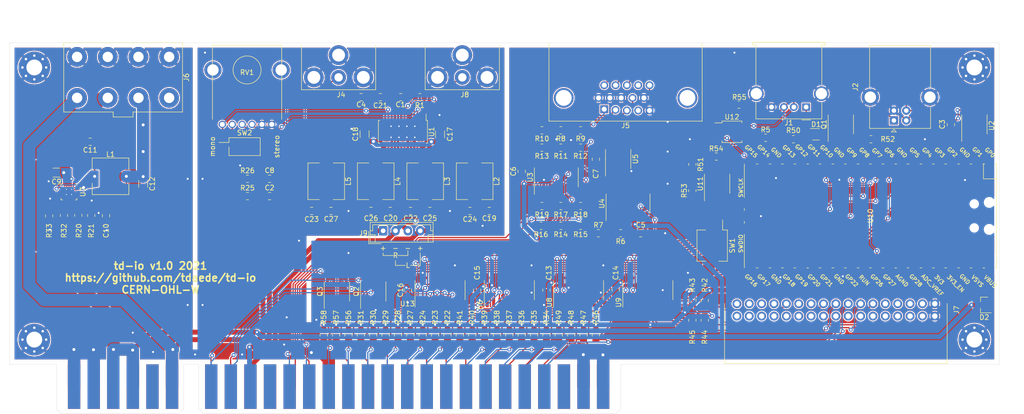
<source format=kicad_pcb>
(kicad_pcb (version 20171130) (host pcbnew 5.1.9-1.fc33)
  (layers (0 F.Cu signal) (31 B.Cu signal) (34 B.Paste user) (35 F.Paste user) (36 B.SilkS user) (37 F.SilkS user) (38 B.Mask user) (39 F.Mask user) (44 Edge.Cuts user))
  (net 0 "")
  (net 1 GND)
  (net 2 +12V)
  (net 3 "Net-(C2-Pad2)")
  (net 4 "Net-(C2-Pad1)")
  (net 5 +5V)
  (net 6 "Net-(C7-Pad1)")
  (net 7 "Net-(C8-Pad2)")
  (net 8 "Net-(C8-Pad1)")
  (net 9 +3V3)
  (net 10 "Net-(D2-Pad2)")
  (net 11 "Net-(D2-Pad1)")
  (net 12 "Net-(J1-Pad1)")
  (net 13 "Net-(J1-Pad2)")
  (net 14 "Net-(J1-Pad3)")
  (net 15 "Net-(J2-Pad1)")
  (net 16 /p2_4)
  (net 17 /p2start)
  (net 18 /lockout1)
  (net 19 /p2up)
  (net 20 /jamma_green)
  (net 21 /p2right)
  (net 22 /jamma_sync)
  (net 23 /p2left)
  (net 24 /c2)
  (net 25 /p2down)
  (net 26 /p2_3)
  (net 27 /meter1)
  (net 28 /p2_1)
  (net 29 "Net-(J3-PadM)")
  (net 30 /p2_2)
  (net 31 /p1_4)
  (net 32 /p1_3)
  (net 33 /p1_2)
  (net 34 /p1_1)
  (net 35 /p1right)
  (net 36 /p1left)
  (net 37 /p1down)
  (net 38 /p1up)
  (net 39 /p1start)
  (net 40 /c1)
  (net 41 /jamma_blue)
  (net 42 /jamma_red)
  (net 43 "Net-(J3-Pad11)")
  (net 44 /speaker+)
  (net 45 /lockout2)
  (net 46 /meter2)
  (net 47 "Net-(J5-Pad15)")
  (net 48 "Net-(J5-Pad14)")
  (net 49 /vga_hsync)
  (net 50 "Net-(J5-Pad12)")
  (net 51 /vga_vsync)
  (net 52 "Net-(J5-Pad4)")
  (net 53 /vga_blue)
  (net 54 /vga_green)
  (net 55 /vga_red)
  (net 56 "Net-(J6-Pad1)")
  (net 57 "Net-(J7-Pad1)")
  (net 58 "Net-(J7-Pad2)")
  (net 59 "Net-(J7-Pad3)")
  (net 60 "Net-(J7-Pad4)")
  (net 61 "Net-(J7-Pad5)")
  (net 62 "Net-(J7-Pad6)")
  (net 63 "Net-(J7-Pad7)")
  (net 64 "Net-(J7-Pad8)")
  (net 65 /p2_6)
  (net 66 "Net-(J7-Pad10)")
  (net 67 "Net-(J7-Pad11)")
  (net 68 "Net-(J7-Pad12)")
  (net 69 "Net-(J7-Pad13)")
  (net 70 "Net-(J7-Pad14)")
  (net 71 /p1_6)
  (net 72 "Net-(J7-Pad16)")
  (net 73 /p1_5)
  (net 74 "Net-(J7-Pad18)")
  (net 75 "Net-(J7-Pad20)")
  (net 76 "Net-(J7-Pad22)")
  (net 77 /p2_5)
  (net 78 "Net-(J7-Pad24)")
  (net 79 "Net-(J7-Pad25)")
  (net 80 "Net-(J7-Pad26)")
  (net 81 "Net-(J7-Pad27)")
  (net 82 "Net-(J7-Pad28)")
  (net 83 "Net-(J7-Pad29)")
  (net 84 "Net-(J7-Pad30)")
  (net 85 "Net-(J7-Pad31)")
  (net 86 "Net-(J7-Pad32)")
  (net 87 /lockout1_ctl)
  (net 88 /meter1_ctl)
  (net 89 /lockout2_ctl)
  (net 90 /meter2_ctl)
  (net 91 /speaker-)
  (net 92 "Net-(R1-Pad1)")
  (net 93 "Net-(R11-Pad2)")
  (net 94 "Net-(R12-Pad2)")
  (net 95 "Net-(R13-Pad2)")
  (net 96 "Net-(R14-Pad1)")
  (net 97 "Net-(R15-Pad1)")
  (net 98 "Net-(R16-Pad1)")
  (net 99 "Net-(R25-Pad1)")
  (net 100 "Net-(SW1-Pad4)")
  (net 101 "Net-(SW1-Pad3)")
  (net 102 /jvs_tx)
  (net 103 /jvs_de)
  (net 104 /jvs_re)
  (net 105 /jvs_rx)
  (net 106 "Net-(U4-Pad3)")
  (net 107 /sr_clr)
  (net 108 /sr_clk)
  (net 109 /sr_data)
  (net 110 "Net-(U10-Pad43)")
  (net 111 "Net-(U10-Pad41)")
  (net 112 "Net-(U10-Pad24)")
  (net 113 "Net-(U10-Pad25)")
  (net 114 "Net-(U10-Pad26)")
  (net 115 "Net-(U10-Pad27)")
  (net 116 "Net-(U10-Pad29)")
  (net 117 "Net-(U10-Pad30)")
  (net 118 "Net-(U10-Pad32)")
  (net 119 "Net-(U10-Pad34)")
  (net 120 "Net-(U10-Pad35)")
  (net 121 "Net-(U10-Pad37)")
  (net 122 "Net-(U10-Pad40)")
  (net 123 "Net-(C10-Pad1)")
  (net 124 "Net-(C11-Pad2)")
  (net 125 +3.3VP)
  (net 126 "Net-(R32-Pad2)")
  (net 127 "Net-(R20-Pad2)")
  (net 128 "Net-(U7-Pad11)")
  (net 129 "Net-(U7-Pad9)")
  (net 130 /SW)
  (net 131 "Net-(D1-Pad6)")
  (net 132 "Net-(D1-Pad2)")
  (net 133 "Net-(D1-Pad3)")
  (net 134 "Net-(D1-Pad1)")
  (net 135 "Net-(J3-Padd)")
  (net 136 "Net-(J3-Pad26)")
  (net 137 /sense_2.5v)
  (net 138 /sense_0v)
  (net 139 "Net-(R5-Pad2)")
  (net 140 "Net-(R53-Pad1)")
  (net 141 /sense_in)
  (net 142 "Net-(R55-Pad2)")
  (net 143 /termination)
  (net 144 "Net-(U11-Pad8)")
  (net 145 "Net-(U11-Pad5)")
  (net 146 "Net-(U11-Pad1)")
  (net 147 "Net-(U10-Pad16)")
  (net 148 "Net-(U10-Pad15)")
  (net 149 /service)
  (net 150 /tilt)
  (net 151 /test)
  (net 152 "Net-(U13-Pad9)")
  (net 153 "Net-(U6-Pad9)")
  (net 154 "Net-(U6-Pad7)")
  (net 155 "Net-(U8-Pad9)")
  (net 156 "Net-(U8-Pad7)")
  (net 157 "Net-(U9-Pad7)")
  (net 158 "Net-(U13-Pad7)")
  (net 159 "Net-(C1-Pad2)")
  (net 160 "Net-(C4-Pad2)")
  (net 161 "Net-(C19-Pad2)")
  (net 162 "Net-(C20-Pad2)")
  (net 163 /speaker_r-)
  (net 164 "Net-(C21-Pad2)")
  (net 165 "Net-(C22-Pad2)")
  (net 166 "Net-(C23-Pad2)")
  (net 167 /speaker_r+)
  (net 168 "Net-(L2-Pad1)")
  (net 169 "Net-(L3-Pad1)")
  (net 170 "Net-(L4-Pad1)")
  (net 171 "Net-(L5-Pad1)")
  (net 172 "Net-(R26-Pad1)")
  (net 173 "Net-(RV1-Pad5)")
  (net 174 "Net-(RV1-Pad2)")
  (net 175 "Net-(U1-Pad13)")
  (net 176 "Net-(U1-Pad1)")
  (net 177 "Net-(J3-PadE)")
  (net 178 "Net-(J3-Pad5)")
  (module td-io:RPi_Pico_SMD (layer F.Cu) (at 246 117 270)
    (fp_text reference U10 (at 0 0 90) (layer F.SilkS))
    (fp_text value Pico)
    (fp_text user SWDIO (at 5.6 26.2 90) (layer F.SilkS) (effects (font (size 0.8 0.8))))
    (fp_text user SWCLK (at -5.7 26.2 90) (layer F.SilkS) (effects (font (size 0.8 0.8))))
    (fp_text user AGND (at 13.054 -6.35 135) (layer F.SilkS) (effects (font (size 0.8 0.8))))
    (fp_text user GND (at 12.8 -19.05 135) (layer F.SilkS) (effects (font (size 0.8 0.8))))
    (fp_text user GND (at 12.8 6.35 135) (layer F.SilkS) (effects (font (size 0.8 0.8))))
    (fp_text user GND (at 12.8 19.05 135) (layer F.SilkS) (effects (font (size 0.8 0.8))))
    (fp_text user GND (at -12.8 19.05 135) (layer F.SilkS) (effects (font (size 0.8 0.8))))
    (fp_text user GND (at -12.8 6.35 135) (layer F.SilkS) (effects (font (size 0.8 0.8))))
    (fp_text user GND (at -12.8 -6.35 135) (layer F.SilkS) (effects (font (size 0.8 0.8))))
    (fp_text user GND (at -12.8 -19.05 135) (layer F.SilkS) (effects (font (size 0.8 0.8))))
    (fp_text user VBUS (at 13.3 -24.2 135) (layer F.SilkS) (effects (font (size 0.8 0.8))))
    (fp_text user VSYS (at 13.2 -21.59 135) (layer F.SilkS) (effects (font (size 0.8 0.8))))
    (fp_text user 3V3_EN (at 13.7 -17.2 135) (layer F.SilkS) (effects (font (size 0.8 0.8))))
    (fp_text user 3V3 (at 12.9 -13.9 135) (layer F.SilkS) (effects (font (size 0.8 0.8))))
    (fp_text user ADC_VREF (at 14 -12.5 135) (layer F.SilkS) (effects (font (size 0.8 0.8))))
    (fp_text user GP28 (at 13.054 -9.144 135) (layer F.SilkS) (effects (font (size 0.8 0.8))))
    (fp_text user GP27 (at 13.054 -3.8 135) (layer F.SilkS) (effects (font (size 0.8 0.8))))
    (fp_text user GP26 (at 13.054 -1.27 135) (layer F.SilkS) (effects (font (size 0.8 0.8))))
    (fp_text user RUN (at 13 1.27 135) (layer F.SilkS) (effects (font (size 0.8 0.8))))
    (fp_text user GP22 (at 13.054 3.81 135) (layer F.SilkS) (effects (font (size 0.8 0.8))))
    (fp_text user GP21 (at 13.054 8.9 135) (layer F.SilkS) (effects (font (size 0.8 0.8))))
    (fp_text user GP20 (at 13.054 11.43 135) (layer F.SilkS) (effects (font (size 0.8 0.8))))
    (fp_text user GP19 (at 13.054 13.97 135) (layer F.SilkS) (effects (font (size 0.8 0.8))))
    (fp_text user GP18 (at 13.054 16.51 135) (layer F.SilkS) (effects (font (size 0.8 0.8))))
    (fp_text user GP17 (at 13.054 21.59 135) (layer F.SilkS) (effects (font (size 0.8 0.8))))
    (fp_text user GP16 (at 13.054 24.13 135) (layer F.SilkS) (effects (font (size 0.8 0.8))))
    (fp_text user GP15 (at -13.054 24.13 135) (layer F.SilkS) (effects (font (size 0.8 0.8))))
    (fp_text user GP14 (at -13.1 21.59 135) (layer F.SilkS) (effects (font (size 0.8 0.8))))
    (fp_text user GP13 (at -13.054 16.51 135) (layer F.SilkS) (effects (font (size 0.8 0.8))))
    (fp_text user GP12 (at -13.2 13.97 135) (layer F.SilkS) (effects (font (size 0.8 0.8))))
    (fp_text user GP11 (at -13.2 11.43 135) (layer F.SilkS) (effects (font (size 0.8 0.8))))
    (fp_text user GP10 (at -13.054 8.89 135) (layer F.SilkS) (effects (font (size 0.8 0.8))))
    (fp_text user GP9 (at -12.8 3.81 135) (layer F.SilkS) (effects (font (size 0.8 0.8))))
    (fp_text user GP8 (at -12.8 1.27 135) (layer F.SilkS) (effects (font (size 0.8 0.8))))
    (fp_text user GP7 (at -12.7 -1.3 135) (layer F.SilkS) (effects (font (size 0.8 0.8))))
    (fp_text user GP6 (at -12.8 -3.81 135) (layer F.SilkS) (effects (font (size 0.8 0.8))))
    (fp_text user GP5 (at -12.8 -8.89 135) (layer F.SilkS) (effects (font (size 0.8 0.8))))
    (fp_text user GP4 (at -12.8 -11.43 135) (layer F.SilkS) (effects (font (size 0.8 0.8))))
    (fp_text user GP3 (at -12.8 -13.97 135) (layer F.SilkS) (effects (font (size 0.8 0.8))))
    (fp_text user GP0 (at -12.8 -24.13 135) (layer F.SilkS) (effects (font (size 0.8 0.8))))
    (fp_text user GP2 (at -12.9 -16.51 135) (layer F.SilkS) (effects (font (size 0.8 0.8))))
    (fp_text user GP1 (at -12.9 -21.6 135) (layer F.SilkS) (effects (font (size 0.8 0.8))))
    (pad 43 smd rect (at 2.54 23.9) (size 3.5 1.7) (drill (offset -0.9 0)) (layers F.Cu F.Paste F.Mask) (net 110 "Net-(U10-Pad43)"))
    (pad 42 smd rect (at 0 23.9) (size 3.5 1.7) (drill (offset -0.9 0)) (layers F.Cu F.Paste F.Mask) (net 1 GND))
    (pad 41 smd rect (at -2.54 23.9) (size 3.5 1.7) (drill (offset -0.9 0)) (layers F.Cu F.Paste F.Mask) (net 111 "Net-(U10-Pad41)"))
    (pad "" np_thru_hole oval (at 2.425 -20.97 270) (size 1.5 1.5) (drill 1.5) (layers *.Cu *.Mask))
    (pad "" np_thru_hole oval (at -2.425 -20.97 270) (size 1.5 1.5) (drill 1.5) (layers *.Cu *.Mask))
    (pad "" np_thru_hole oval (at 2.725 -24 270) (size 1.8 1.8) (drill 1.8) (layers *.Cu *.Mask))
    (pad "" np_thru_hole oval (at -2.725 -24 270) (size 1.8 1.8) (drill 1.8) (layers *.Cu *.Mask))
    (pad 21 smd rect (at 8.89 24.13 270) (size 3.5 1.7) (drill (offset 0.9 0)) (layers F.Cu F.Paste F.Mask) (net 100 "Net-(SW1-Pad4)"))
    (pad 22 smd rect (at 8.89 21.59 270) (size 3.5 1.7) (drill (offset 0.9 0)) (layers F.Cu F.Paste F.Mask) (net 101 "Net-(SW1-Pad3)"))
    (pad 23 smd rect (at 8.89 19.05 270) (size 3.5 1.7) (drill (offset 0.9 0)) (layers F.Cu F.Paste F.Mask) (net 1 GND))
    (pad 24 smd rect (at 8.89 16.51 270) (size 3.5 1.7) (drill (offset 0.9 0)) (layers F.Cu F.Paste F.Mask) (net 112 "Net-(U10-Pad24)"))
    (pad 25 smd rect (at 8.89 13.97 270) (size 3.5 1.7) (drill (offset 0.9 0)) (layers F.Cu F.Paste F.Mask) (net 113 "Net-(U10-Pad25)"))
    (pad 26 smd rect (at 8.89 11.43 270) (size 3.5 1.7) (drill (offset 0.9 0)) (layers F.Cu F.Paste F.Mask) (net 114 "Net-(U10-Pad26)"))
    (pad 27 smd rect (at 8.89 8.89 270) (size 3.5 1.7) (drill (offset 0.9 0)) (layers F.Cu F.Paste F.Mask) (net 115 "Net-(U10-Pad27)"))
    (pad 28 smd rect (at 8.89 6.35 270) (size 3.5 1.7) (drill (offset 0.9 0)) (layers F.Cu F.Paste F.Mask) (net 1 GND))
    (pad 29 smd rect (at 8.89 3.81 270) (size 3.5 1.7) (drill (offset 0.9 0)) (layers F.Cu F.Paste F.Mask) (net 116 "Net-(U10-Pad29)"))
    (pad 30 smd rect (at 8.89 1.27 270) (size 3.5 1.7) (drill (offset 0.9 0)) (layers F.Cu F.Paste F.Mask) (net 117 "Net-(U10-Pad30)"))
    (pad 31 smd rect (at 8.89 -1.27 270) (size 3.5 1.7) (drill (offset 0.9 0)) (layers F.Cu F.Paste F.Mask) (net 141 /sense_in))
    (pad 32 smd rect (at 8.89 -3.81 270) (size 3.5 1.7) (drill (offset 0.9 0)) (layers F.Cu F.Paste F.Mask) (net 118 "Net-(U10-Pad32)"))
    (pad 33 smd rect (at 8.89 -6.35 270) (size 3.5 1.7) (drill (offset 0.9 0)) (layers F.Cu F.Paste F.Mask) (net 1 GND))
    (pad 34 smd rect (at 8.89 -8.89 270) (size 3.5 1.7) (drill (offset 0.9 0)) (layers F.Cu F.Paste F.Mask) (net 119 "Net-(U10-Pad34)"))
    (pad 35 smd rect (at 8.89 -11.43 270) (size 3.5 1.7) (drill (offset 0.9 0)) (layers F.Cu F.Paste F.Mask) (net 120 "Net-(U10-Pad35)"))
    (pad 36 smd rect (at 8.89 -13.97 270) (size 3.5 1.7) (drill (offset 0.9 0)) (layers F.Cu F.Paste F.Mask) (net 9 +3V3))
    (pad 37 smd rect (at 8.89 -16.51 270) (size 3.5 1.7) (drill (offset 0.9 0)) (layers F.Cu F.Paste F.Mask) (net 121 "Net-(U10-Pad37)"))
    (pad 38 smd rect (at 8.89 -19.05 270) (size 3.5 1.7) (drill (offset 0.9 0)) (layers F.Cu F.Paste F.Mask) (net 1 GND))
    (pad 39 smd rect (at 8.89 -21.59 270) (size 3.5 1.7) (drill (offset 0.9 0)) (layers F.Cu F.Paste F.Mask) (net 10 "Net-(D2-Pad2)"))
    (pad 40 smd rect (at 8.89 -24.13 270) (size 3.5 1.7) (drill (offset 0.9 0)) (layers F.Cu F.Paste F.Mask) (net 122 "Net-(U10-Pad40)"))
    (pad 20 smd rect (at -8.89 24.13 270) (size 3.5 1.7) (drill (offset -0.9 0)) (layers F.Cu F.Paste F.Mask) (net 143 /termination))
    (pad 19 smd rect (at -8.89 21.59 270) (size 3.5 1.7) (drill (offset -0.9 0)) (layers F.Cu F.Paste F.Mask) (net 137 /sense_2.5v))
    (pad 18 smd rect (at -8.89 19.05 270) (size 3.5 1.7) (drill (offset -0.9 0)) (layers F.Cu F.Paste F.Mask) (net 1 GND))
    (pad 17 smd rect (at -8.89 16.51 270) (size 3.5 1.7) (drill (offset -0.9 0)) (layers F.Cu F.Paste F.Mask) (net 138 /sense_0v))
    (pad 16 smd rect (at -8.89 13.97 270) (size 3.5 1.7) (drill (offset -0.9 0)) (layers F.Cu F.Paste F.Mask) (net 147 "Net-(U10-Pad16)"))
    (pad 15 smd rect (at -8.89 11.43 270) (size 3.5 1.7) (drill (offset -0.9 0)) (layers F.Cu F.Paste F.Mask) (net 148 "Net-(U10-Pad15)"))
    (pad 14 smd rect (at -8.89 8.89 270) (size 3.5 1.7) (drill (offset -0.9 0)) (layers F.Cu F.Paste F.Mask) (net 89 /lockout2_ctl))
    (pad 13 smd rect (at -8.89 6.35 270) (size 3.5 1.7) (drill (offset -0.9 0)) (layers F.Cu F.Paste F.Mask) (net 1 GND))
    (pad 12 smd rect (at -8.89 3.81 270) (size 3.5 1.7) (drill (offset -0.9 0)) (layers F.Cu F.Paste F.Mask) (net 87 /lockout1_ctl))
    (pad 11 smd rect (at -8.89 1.27 270) (size 3.5 1.7) (drill (offset -0.9 0)) (layers F.Cu F.Paste F.Mask) (net 90 /meter2_ctl))
    (pad 10 smd rect (at -8.89 -1.27 270) (size 3.5 1.7) (drill (offset -0.9 0)) (layers F.Cu F.Paste F.Mask) (net 88 /meter1_ctl))
    (pad 9 smd rect (at -8.89 -3.81 270) (size 3.5 1.7) (drill (offset -0.9 0)) (layers F.Cu F.Paste F.Mask) (net 109 /sr_data))
    (pad 8 smd rect (at -8.89 -6.35 270) (size 3.5 1.7) (drill (offset -0.9 0)) (layers F.Cu F.Paste F.Mask) (net 1 GND))
    (pad 7 smd rect (at -8.89 -8.89 270) (size 3.5 1.7) (drill (offset -0.9 0)) (layers F.Cu F.Paste F.Mask) (net 108 /sr_clk))
    (pad 6 smd rect (at -8.89 -11.43 270) (size 3.5 1.7) (drill (offset -0.9 0)) (layers F.Cu F.Paste F.Mask) (net 107 /sr_clr))
    (pad 5 smd rect (at -8.89 -13.97 270) (size 3.5 1.7) (drill (offset -0.9 0)) (layers F.Cu F.Paste F.Mask) (net 103 /jvs_de))
    (pad 4 smd rect (at -8.89 -16.51 270) (size 3.5 1.7) (drill (offset -0.9 0)) (layers F.Cu F.Paste F.Mask) (net 104 /jvs_re))
    (pad 3 smd rect (at -8.89 -19.05 270) (size 3.5 1.7) (drill (offset -0.9 0)) (layers F.Cu F.Paste F.Mask) (net 1 GND))
    (pad 2 smd rect (at -8.89 -21.59 270) (size 3.5 1.7) (drill (offset -0.9 0)) (layers F.Cu F.Paste F.Mask) (net 102 /jvs_tx))
    (pad 1 smd rect (at -8.89 -24.13 270) (size 3.5 1.7) (drill (offset -0.9 0)) (layers F.Cu F.Paste F.Mask) (net 105 /jvs_rx))
  )
  (module td-io:DSUB-15-HD_Female_Horizontal_P2.29x2.5mm_EdgePinOffset8.35mm_Housed_MountingHolesOffset10.89mm (layer F.Cu) (at 192.185 94.42 180)
    (fp_text reference J5 (at -4.318 -4.318) (layer F.SilkS))
    (fp_text value DB15_Female_HighDensity)
    (pad 0 thru_hole circle (at 8.185 1.27 180) (size 4 4) (drill 3.2) (layers *.Cu *.Mask))
    (pad 0 thru_hole circle (at -16.815 1.27 180) (size 4 4) (drill 3.2) (layers *.Cu *.Mask))
    (pad 15 thru_hole circle (at -9.16 3.833 180) (size 1.6 1.6) (drill 1) (layers *.Cu *.Mask) (net 47 "Net-(J5-Pad15)"))
    (pad 14 thru_hole circle (at -6.87 3.833 180) (size 1.6 1.6) (drill 1) (layers *.Cu *.Mask) (net 48 "Net-(J5-Pad14)"))
    (pad 13 thru_hole circle (at -4.58 3.833 180) (size 1.6 1.6) (drill 1) (layers *.Cu *.Mask) (net 49 /vga_hsync))
    (pad 12 thru_hole circle (at -2.29 3.833 180) (size 1.6 1.6) (drill 1) (layers *.Cu *.Mask) (net 50 "Net-(J5-Pad12)"))
    (pad 11 thru_hole circle (at 0 3.833 180) (size 1.6 1.6) (drill 1) (layers *.Cu *.Mask) (net 51 /vga_vsync))
    (pad 10 thru_hole circle (at -8.015 1.27 180) (size 1.6 1.6) (drill 1) (layers *.Cu *.Mask) (net 1 GND))
    (pad 9 thru_hole circle (at -5.715 1.27 180) (size 1.6 1.6) (drill 1) (layers *.Cu *.Mask) (net 6 "Net-(C7-Pad1)"))
    (pad 8 thru_hole circle (at -3.435 1.27 180) (size 1.6 1.6) (drill 1) (layers *.Cu *.Mask) (net 1 GND))
    (pad 7 thru_hole circle (at -1.145 1.27 180) (size 1.6 1.6) (drill 1) (layers *.Cu *.Mask) (net 1 GND))
    (pad 6 thru_hole circle (at 1.145 1.27 180) (size 1.6 1.6) (drill 1) (layers *.Cu *.Mask) (net 1 GND))
    (pad 5 thru_hole circle (at -9.16 -1.27 180) (size 1.6 1.6) (drill 1) (layers *.Cu *.Mask) (net 1 GND))
    (pad 4 thru_hole circle (at -6.87 -1.27 180) (size 1.6 1.6) (drill 1) (layers *.Cu *.Mask) (net 52 "Net-(J5-Pad4)"))
    (pad 3 thru_hole circle (at -4.572 -1.27 180) (size 1.6 1.6) (drill 1) (layers *.Cu *.Mask) (net 53 /vga_blue))
    (pad 2 thru_hole circle (at -2.286 -1.143 180) (size 1.6 1.6) (drill 1) (layers *.Cu *.Mask) (net 54 /vga_green))
    (pad 1 thru_hole rect (at 0 -1.016 180) (size 1.6 1.6) (drill 1) (layers *.Cu *.Mask) (net 55 /vga_red))
  )
  (module td-io:DF1BZ-34DP-2.5DS (layer F.Cu) (at 239 136 180)
    (fp_text reference J7 (at -24.4 0 90) (layer F.SilkS))
    (fp_text value Conn_02x17_Odd_Even)
    (pad 1 thru_hole circle (at 20 1.25 180) (size 1.8 1.8) (drill 1.1) (layers *.Cu *.Mask) (net 57 "Net-(J7-Pad1)"))
    (pad 2 thru_hole circle (at 20 -1.25 180) (size 1.8 1.8) (drill 1.1) (layers *.Cu *.Mask) (net 58 "Net-(J7-Pad2)"))
    (pad 3 thru_hole circle (at 17.5 1.25 180) (size 1.8 1.8) (drill 1.1) (layers *.Cu *.Mask) (net 59 "Net-(J7-Pad3)"))
    (pad 4 thru_hole circle (at 17.5 -1.25 180) (size 1.8 1.8) (drill 1.1) (layers *.Cu *.Mask) (net 60 "Net-(J7-Pad4)"))
    (pad 5 thru_hole circle (at 15 1.25 180) (size 1.8 1.8) (drill 1.1) (layers *.Cu *.Mask) (net 61 "Net-(J7-Pad5)"))
    (pad 6 thru_hole circle (at 15 -1.25 180) (size 1.8 1.8) (drill 1.1) (layers *.Cu *.Mask) (net 62 "Net-(J7-Pad6)"))
    (pad 7 thru_hole circle (at 12.5 1.25 180) (size 1.8 1.8) (drill 1.1) (layers *.Cu *.Mask) (net 63 "Net-(J7-Pad7)"))
    (pad 8 thru_hole circle (at 12.5 -1.25 180) (size 1.8 1.8) (drill 1.1) (layers *.Cu *.Mask) (net 64 "Net-(J7-Pad8)"))
    (pad 9 thru_hole circle (at 10 1.25 180) (size 1.8 1.8) (drill 1.1) (layers *.Cu *.Mask) (net 65 /p2_6))
    (pad 10 thru_hole circle (at 10 -1.25 180) (size 1.8 1.8) (drill 1.1) (layers *.Cu *.Mask) (net 66 "Net-(J7-Pad10)"))
    (pad 11 thru_hole circle (at 7.5 1.25 180) (size 1.8 1.8) (drill 1.1) (layers *.Cu *.Mask) (net 67 "Net-(J7-Pad11)"))
    (pad 12 thru_hole circle (at 7.5 -1.25 180) (size 1.8 1.8) (drill 1.1) (layers *.Cu *.Mask) (net 68 "Net-(J7-Pad12)"))
    (pad 13 thru_hole circle (at 5 1.25 180) (size 1.8 1.8) (drill 1.1) (layers *.Cu *.Mask) (net 69 "Net-(J7-Pad13)"))
    (pad 14 thru_hole circle (at 5 -1.25 180) (size 1.8 1.8) (drill 1.1) (layers *.Cu *.Mask) (net 70 "Net-(J7-Pad14)"))
    (pad 15 thru_hole circle (at 2.5 1.25 180) (size 1.8 1.8) (drill 1.1) (layers *.Cu *.Mask) (net 71 /p1_6))
    (pad 16 thru_hole circle (at 2.5 -1.25 180) (size 1.8 1.8) (drill 1.1) (layers *.Cu *.Mask) (net 72 "Net-(J7-Pad16)"))
    (pad 17 thru_hole circle (at 0 1.25 180) (size 1.8 1.8) (drill 1.1) (layers *.Cu *.Mask) (net 73 /p1_5))
    (pad 18 thru_hole circle (at 0 -1.25 180) (size 1.8 1.8) (drill 1.1) (layers *.Cu *.Mask) (net 74 "Net-(J7-Pad18)"))
    (pad 19 thru_hole circle (at -2.5 1.25 180) (size 1.8 1.8) (drill 1.1) (layers *.Cu *.Mask) (net 31 /p1_4))
    (pad 20 thru_hole circle (at -2.5 -1.25 180) (size 1.8 1.8) (drill 1.1) (layers *.Cu *.Mask) (net 75 "Net-(J7-Pad20)"))
    (pad 21 thru_hole circle (at -5 1.25 180) (size 1.8 1.8) (drill 1.1) (layers *.Cu *.Mask) (net 16 /p2_4))
    (pad 22 thru_hole circle (at -5 -1.25 180) (size 1.8 1.8) (drill 1.1) (layers *.Cu *.Mask) (net 76 "Net-(J7-Pad22)"))
    (pad 23 thru_hole circle (at -7.5 1.25 180) (size 1.8 1.8) (drill 1.1) (layers *.Cu *.Mask) (net 77 /p2_5))
    (pad 24 thru_hole circle (at -7.5 -1.25 180) (size 1.8 1.8) (drill 1.1) (layers *.Cu *.Mask) (net 78 "Net-(J7-Pad24)"))
    (pad 25 thru_hole circle (at -10 1.25 180) (size 1.8 1.8) (drill 1.1) (layers *.Cu *.Mask) (net 79 "Net-(J7-Pad25)"))
    (pad 26 thru_hole circle (at -10 -1.25 180) (size 1.8 1.8) (drill 1.1) (layers *.Cu *.Mask) (net 80 "Net-(J7-Pad26)"))
    (pad 27 thru_hole circle (at -12.5 1.25 180) (size 1.8 1.8) (drill 1.1) (layers *.Cu *.Mask) (net 81 "Net-(J7-Pad27)"))
    (pad 28 thru_hole circle (at -12.5 -1.25 180) (size 1.8 1.8) (drill 1.1) (layers *.Cu *.Mask) (net 82 "Net-(J7-Pad28)"))
    (pad 29 thru_hole circle (at -15 1.25 180) (size 1.8 1.8) (drill 1.1) (layers *.Cu *.Mask) (net 83 "Net-(J7-Pad29)"))
    (pad 30 thru_hole circle (at -15 -1.25 180) (size 1.8 1.8) (drill 1.1) (layers *.Cu *.Mask) (net 84 "Net-(J7-Pad30)"))
    (pad 31 thru_hole circle (at -17.5 1.25 180) (size 1.8 1.8) (drill 1.1) (layers *.Cu *.Mask) (net 85 "Net-(J7-Pad31)"))
    (pad 32 thru_hole circle (at -17.5 -1.25 180) (size 1.8 1.8) (drill 1.1) (layers *.Cu *.Mask) (net 86 "Net-(J7-Pad32)"))
    (pad 33 thru_hole circle (at -20 1.25 180) (size 1.8 1.8) (drill 1.1) (layers *.Cu *.Mask) (net 1 GND))
    (pad 34 thru_hole circle (at -20 -1.25 180) (size 1.8 1.8) (drill 1.1) (layers *.Cu *.Mask) (net 1 GND))
  )
  (module td-io:JAMMA (layer F.Cu) (at 138.5 156)
    (fp_text reference J3 hide)
    (fp_text value JAMMA_Edge)
    (pad D smd rect (at -41.58 -4.5) (size 2.5 9) (layers B.Cu B.Mask) (net 5 +5V))
    (pad F smd rect (at -33.66 -4.5) (size 2.5 9) (layers B.Cu B.Mask) (net 2 +12V))
    (pad L smd rect (at -17.82 -4.5) (size 2.5 9) (layers B.Cu B.Mask) (net 91 /speaker-))
    (pad c smd rect (at 41.58 -4.5) (size 2.5 9) (layers B.Cu B.Mask) (net 16 /p2_4))
    (pad U smd rect (at 9.9 -4.5) (size 2.5 9) (layers B.Cu B.Mask) (net 17 /p2start))
    (pad R smd rect (at -1.98 -4.5) (size 2.5 9) (layers B.Cu B.Mask) (net 149 /service))
    (pad S smd rect (at 1.98 -4.5) (size 2.5 9) (layers B.Cu B.Mask) (net 150 /tilt))
    (pad e smd rect (at 49.5 -4.5) (size 2.5 9) (layers B.Cu B.Mask) (net 1 GND))
    (pad d smd rect (at 45.54 -4.5) (size 2.5 9) (layers B.Cu B.Mask) (net 135 "Net-(J3-Padd)"))
    (pad K smd rect (at -21.78 -4.5) (size 2.5 9) (layers B.Cu B.Mask) (net 18 /lockout1))
    (pad V smd rect (at 13.86 -4.5) (size 2.5 9) (layers B.Cu B.Mask) (net 19 /p2up))
    (pad N smd rect (at -9.9 -4.5) (size 2.5 9) (layers B.Cu B.Mask) (net 20 /jamma_green))
    (pad Y smd rect (at 25.74 -4.5) (size 2.5 9) (layers B.Cu B.Mask) (net 21 /p2right))
    (pad P smd rect (at -5.94 -4.5) (size 2.5 9) (layers B.Cu B.Mask) (net 22 /jamma_sync))
    (pad X smd rect (at 21.78 -4.5) (size 2.5 9) (layers B.Cu B.Mask) (net 23 /p2left))
    (pad E smd rect (at -37.62 -4.5) (size 2.5 9) (layers B.Cu B.Mask) (net 177 "Net-(J3-PadE)"))
    (pad T smd rect (at 5.94 -4.5) (size 2.5 9) (layers B.Cu B.Mask) (net 24 /c2))
    (pad W smd rect (at 17.82 -4.5) (size 2.5 9) (layers B.Cu B.Mask) (net 25 /p2down))
    (pad f smd rect (at 53.46 -4.5) (size 2.5 9) (layers B.Cu B.Mask) (net 1 GND))
    (pad b smd rect (at 37.62 -4.5) (size 2.5 9) (layers B.Cu B.Mask) (net 26 /p2_3))
    (pad J smd rect (at -25.74 -4.5) (size 2.5 9) (layers B.Cu B.Mask) (net 27 /meter1))
    (pad B smd rect (at -49.5 -4.5) (size 2.5 9) (layers B.Cu B.Mask) (net 1 GND))
    (pad Z smd rect (at 29.7 -4.5) (size 2.5 9) (layers B.Cu B.Mask) (net 28 /p2_1))
    (pad M smd rect (at -13.86 -4.5) (size 2.5 9) (layers B.Cu B.Mask) (net 29 "Net-(J3-PadM)"))
    (pad A smd rect (at -53.46 -4.5) (size 2.5 9) (layers B.Cu B.Mask) (net 1 GND))
    (pad a smd rect (at 33.66 -4.5) (size 2.5 9) (layers B.Cu B.Mask) (net 30 /p2_2))
    (pad C smd rect (at -45.54 -4.5) (size 2.5 9) (layers B.Cu B.Mask) (net 5 +5V))
    (pad 28 smd rect (at 53.46 -4.5) (size 2.5 9) (layers F.Cu F.Mask) (net 1 GND))
    (pad 27 smd rect (at 49.5 -4.5) (size 2.5 9) (layers F.Cu F.Mask) (net 1 GND))
    (pad 26 smd rect (at 45.54 -4.5) (size 2.5 9) (layers F.Cu F.Mask) (net 136 "Net-(J3-Pad26)"))
    (pad 25 smd rect (at 41.58 -4.5) (size 2.5 9) (layers F.Cu F.Mask) (net 31 /p1_4))
    (pad 24 smd rect (at 37.62 -4.5) (size 2.5 9) (layers F.Cu F.Mask) (net 32 /p1_3))
    (pad 23 smd rect (at 33.66 -4.5) (size 2.5 9) (layers F.Cu F.Mask) (net 33 /p1_2))
    (pad 22 smd rect (at 29.7 -4.5) (size 2.5 9) (layers F.Cu F.Mask) (net 34 /p1_1))
    (pad 21 smd rect (at 25.74 -4.5) (size 2.5 9) (layers F.Cu F.Mask) (net 35 /p1right))
    (pad 20 smd rect (at 21.78 -4.5) (size 2.5 9) (layers F.Cu F.Mask) (net 36 /p1left))
    (pad 19 smd rect (at 17.82 -4.5) (size 2.5 9) (layers F.Cu F.Mask) (net 37 /p1down))
    (pad 18 smd rect (at 13.86 -4.5) (size 2.5 9) (layers F.Cu F.Mask) (net 38 /p1up))
    (pad 17 smd rect (at 9.9 -4.5) (size 2.5 9) (layers F.Cu F.Mask) (net 39 /p1start))
    (pad 16 smd rect (at 5.94 -4.5) (size 2.5 9) (layers F.Cu F.Mask) (net 40 /c1))
    (pad 15 smd rect (at 1.98 -4.5) (size 2.5 9) (layers F.Cu F.Mask) (net 151 /test))
    (pad 14 smd rect (at -1.98 -4.5) (size 2.5 9) (layers F.Cu F.Mask) (net 1 GND))
    (pad 13 smd rect (at -5.94 -4.5) (size 2.5 9) (layers F.Cu F.Mask) (net 41 /jamma_blue))
    (pad 12 smd rect (at -9.9 -4.5) (size 2.5 9) (layers F.Cu F.Mask) (net 42 /jamma_red))
    (pad 11 smd rect (at -13.86 -4.5) (size 2.5 9) (layers F.Cu F.Mask) (net 43 "Net-(J3-Pad11)"))
    (pad 10 smd rect (at -17.82 -4.5) (size 2.5 9) (layers F.Cu F.Mask) (net 44 /speaker+))
    (pad 9 smd rect (at -21.78 -4.5) (size 2.5 9) (layers F.Cu F.Mask) (net 45 /lockout2))
    (pad 8 smd rect (at -25.74 -4.5) (size 2.5 9) (layers F.Cu F.Mask) (net 46 /meter2))
    (pad 6 smd rect (at -33.66 -4.5) (size 2.5 9) (layers F.Cu F.Mask) (net 2 +12V))
    (pad 5 smd rect (at -37.62 -4.5) (size 2.5 9) (layers F.Cu F.Mask) (net 178 "Net-(J3-Pad5)"))
    (pad 4 smd rect (at -41.58 -4.5) (size 2.5 9) (layers F.Cu F.Mask) (net 5 +5V))
    (pad 3 smd rect (at -45.54 -4.5) (size 2.5 9) (layers F.Cu F.Mask) (net 5 +5V))
    (pad 2 smd rect (at -49.5 -4.5) (size 2.5 9) (layers F.Cu F.Mask) (net 1 GND))
    (pad 1 smd rect (at -53.46 -4.5) (size 2.5 9) (layers F.Cu F.Mask) (net 1 GND))
  )
  (module Button_Switch_SMD:SW_DIP_SPSTx01_Slide_Omron_A6S-110x_W8.9mm_P2.54mm (layer F.Cu) (at 119.5 103)
    (fp_text reference SW2 (at 0 -2.8) (layer F.SilkS))
    (fp_text value SW_DIP_x01)
    (pad 2 smd rect (at 4.45 0) (size 1.5 1.1) (layers F.Cu F.Paste F.Mask) (net 174 "Net-(RV1-Pad2)"))
    (pad 1 smd rect (at -4.45 0) (size 1.5 1.1) (layers F.Cu F.Paste F.Mask) (net 173 "Net-(RV1-Pad5)"))
  )
  (module Package_SO:HTSSOP-28-1EP_4.4x9.7mm_P0.65mm_EP2.85x5.4mm_ThermalVias (layer F.Cu) (at 151.5 100 270)
    (fp_text reference U1 (at 0 -5.8 90) (layer F.SilkS))
    (fp_text value TPA3138D2)
    (pad 29 smd rect (at 0 0 270) (size 2.85 5.4) (layers B.Cu) (net 1 GND))
    (pad 29 thru_hole circle (at 1.125 2.4 270) (size 0.6 0.6) (drill 0.3) (layers *.Cu) (net 1 GND))
    (pad 29 thru_hole circle (at -1.125 2.4 270) (size 0.6 0.6) (drill 0.3) (layers *.Cu) (net 1 GND))
    (pad 29 thru_hole circle (at 1.125 0.8 270) (size 0.6 0.6) (drill 0.3) (layers *.Cu) (net 1 GND))
    (pad 29 thru_hole circle (at -1.125 0.8 270) (size 0.6 0.6) (drill 0.3) (layers *.Cu) (net 1 GND))
    (pad 29 thru_hole circle (at 1.125 -0.8 270) (size 0.6 0.6) (drill 0.3) (layers *.Cu) (net 1 GND))
    (pad 29 thru_hole circle (at -1.125 -0.8 270) (size 0.6 0.6) (drill 0.3) (layers *.Cu) (net 1 GND))
    (pad 29 thru_hole circle (at 1.125 -2.4 270) (size 0.6 0.6) (drill 0.3) (layers *.Cu) (net 1 GND))
    (pad 29 thru_hole circle (at -1.125 -2.4 270) (size 0.6 0.6) (drill 0.3) (layers *.Cu) (net 1 GND))
    (pad 29 smd rect (at 0 0 270) (size 2.85 5.4) (layers F.Cu F.Mask) (net 1 GND))
    (pad 28 smd roundrect (at 2.8625 -4.225 270) (size 1.475 0.4) (layers F.Cu F.Paste F.Mask) (net 2 +12V))
    (pad 27 smd roundrect (at 2.8625 -3.575 270) (size 1.475 0.4) (layers F.Cu F.Paste F.Mask) (net 2 +12V))
    (pad 26 smd roundrect (at 2.8625 -2.925 270) (size 1.475 0.4) (layers F.Cu F.Paste F.Mask) (net 161 "Net-(C19-Pad2)"))
    (pad 25 smd roundrect (at 2.8625 -2.275 270) (size 1.475 0.4) (layers F.Cu F.Paste F.Mask) (net 168 "Net-(L2-Pad1)"))
    (pad 24 smd roundrect (at 2.8625 -1.625 270) (size 1.475 0.4) (layers F.Cu F.Paste F.Mask) (net 1 GND))
    (pad 23 smd roundrect (at 2.8625 -0.975 270) (size 1.475 0.4) (layers F.Cu F.Paste F.Mask) (net 169 "Net-(L3-Pad1)"))
    (pad 22 smd roundrect (at 2.8625 -0.325 270) (size 1.475 0.4) (layers F.Cu F.Paste F.Mask) (net 165 "Net-(C22-Pad2)"))
    (pad 21 smd roundrect (at 2.8625 0.325 270) (size 1.475 0.4) (layers F.Cu F.Paste F.Mask) (net 162 "Net-(C20-Pad2)"))
    (pad 20 smd roundrect (at 2.8625 0.975 270) (size 1.475 0.4) (layers F.Cu F.Paste F.Mask) (net 170 "Net-(L4-Pad1)"))
    (pad 19 smd roundrect (at 2.8625 1.625 270) (size 1.475 0.4) (layers F.Cu F.Paste F.Mask) (net 1 GND))
    (pad 18 smd roundrect (at 2.8625 2.275 270) (size 1.475 0.4) (layers F.Cu F.Paste F.Mask) (net 171 "Net-(L5-Pad1)"))
    (pad 17 smd roundrect (at 2.8625 2.925 270) (size 1.475 0.4) (layers F.Cu F.Paste F.Mask) (net 166 "Net-(C23-Pad2)"))
    (pad 16 smd roundrect (at 2.8625 3.575 270) (size 1.475 0.4) (layers F.Cu F.Paste F.Mask) (net 2 +12V))
    (pad 15 smd roundrect (at 2.8625 4.225 270) (size 1.475 0.4) (layers F.Cu F.Paste F.Mask) (net 2 +12V))
    (pad 14 smd roundrect (at -2.8625 4.225 270) (size 1.475 0.4) (layers F.Cu F.Paste F.Mask) (net 1 GND))
    (pad 13 smd roundrect (at -2.8625 3.575 270) (size 1.475 0.4) (layers F.Cu F.Paste F.Mask) (net 175 "Net-(U1-Pad13)"))
    (pad 12 smd roundrect (at -2.8625 2.925 270) (size 1.475 0.4) (layers F.Cu F.Paste F.Mask) (net 173 "Net-(RV1-Pad5)"))
    (pad 11 smd roundrect (at -2.8625 2.275 270) (size 1.475 0.4) (layers F.Cu F.Paste F.Mask) (net 160 "Net-(C4-Pad2)"))
    (pad 10 smd roundrect (at -2.8625 1.625 270) (size 1.475 0.4) (layers F.Cu F.Paste F.Mask) (net 1 GND))
    (pad 9 smd roundrect (at -2.8625 0.975 270) (size 1.475 0.4) (layers F.Cu F.Paste F.Mask) (net 164 "Net-(C21-Pad2)"))
    (pad 8 smd roundrect (at -2.8625 0.325 270) (size 1.475 0.4) (layers F.Cu F.Paste F.Mask) (net 1 GND))
    (pad 7 smd roundrect (at -2.8625 -0.325 270) (size 1.475 0.4) (layers F.Cu F.Paste F.Mask) (net 2 +12V))
    (pad 6 smd roundrect (at -2.8625 -0.975 270) (size 1.475 0.4) (layers F.Cu F.Paste F.Mask) (net 1 GND))
    (pad 5 smd roundrect (at -2.8625 -1.625 270) (size 1.475 0.4) (layers F.Cu F.Paste F.Mask) (net 1 GND))
    (pad 4 smd roundrect (at -2.8625 -2.275 270) (size 1.475 0.4) (layers F.Cu F.Paste F.Mask) (net 159 "Net-(C1-Pad2)"))
    (pad 3 smd roundrect (at -2.8625 -2.925 270) (size 1.475 0.4) (layers F.Cu F.Paste F.Mask) (net 174 "Net-(RV1-Pad2)"))
    (pad 2 smd roundrect (at -2.8625 -3.575 270) (size 1.475 0.4) (layers F.Cu F.Paste F.Mask) (net 92 "Net-(R1-Pad1)"))
    (pad 1 smd roundrect (at -2.8625 -4.225 270) (size 1.475 0.4) (layers F.Cu F.Paste F.Mask) (net 176 "Net-(U1-Pad1)"))
  )
  (module td-io:PTV112-4420A-A503 (layer F.Cu) (at 120 87.5)
    (fp_text reference RV1 (at 0 0.5) (layer F.SilkS))
    (fp_text value R_POT_Dual)
    (pad 5 thru_hole circle (at -5 11) (size 1.5 1.5) (drill 1) (layers *.Cu *.Mask) (net 173 "Net-(RV1-Pad5)"))
    (pad 4 thru_hole circle (at -3 11) (size 1.5 1.5) (drill 1) (layers *.Cu *.Mask) (net 172 "Net-(R26-Pad1)"))
    (pad 6 thru_hole circle (at 5 11) (size 1.5 1.5) (drill 1) (layers *.Cu *.Mask) (net 1 GND))
    (pad 3 thru_hole circle (at 3 11) (size 1.5 1.5) (drill 1) (layers *.Cu *.Mask) (net 1 GND))
    (pad 2 thru_hole circle (at 1 11) (size 1.5 1.5) (drill 1) (layers *.Cu *.Mask) (net 174 "Net-(RV1-Pad2)"))
    (pad 1 thru_hole circle (at -1 11) (size 1.5 1.5) (drill 1) (layers *.Cu *.Mask) (net 99 "Net-(R25-Pad1)"))
    (pad 0 thru_hole circle (at 6.9 0) (size 3.5 3.5) (drill 2.3) (layers *.Cu *.Mask))
    (pad 0 thru_hole circle (at -6.9 0) (size 3.5 3.5) (drill 2.3) (layers *.Cu *.Mask))
  )
  (module Resistor_SMD:R_0805_2012Metric (layer F.Cu) (at 154.9125 93 180)
    (fp_text reference R1 (at 0 -1.65) (layer F.SilkS))
    (fp_text value 10k)
    (pad 2 smd roundrect (at 0.9125 0 180) (size 1.025 1.4) (layers F.Cu F.Paste F.Mask) (roundrect_rratio 0.2439014634146341) (net 2 +12V))
    (pad 1 smd roundrect (at -0.9125 0 180) (size 1.025 1.4) (layers F.Cu F.Paste F.Mask) (roundrect_rratio 0.2439014634146341) (net 92 "Net-(R1-Pad1)"))
  )
  (module Package_SO:SOIC-8_3.9x4.9mm_P1.27mm (layer F.Cu) (at 138.155 132.275 90)
    (fp_text reference Q3 (at 0 -3.4 90) (layer F.SilkS))
    (fp_text value ZXMS6004DN8)
    (pad 8 smd roundrect (at 2.475 -1.905 90) (size 1.95 0.6) (layers F.Cu F.Paste F.Mask) (net 46 /meter2))
    (pad 7 smd roundrect (at 2.475 -0.635 90) (size 1.95 0.6) (layers F.Cu F.Paste F.Mask) (net 46 /meter2))
    (pad 6 smd roundrect (at 2.475 0.635 90) (size 1.95 0.6) (layers F.Cu F.Paste F.Mask) (net 45 /lockout2))
    (pad 5 smd roundrect (at 2.475 1.905 90) (size 1.95 0.6) (layers F.Cu F.Paste F.Mask) (net 45 /lockout2))
    (pad 4 smd roundrect (at -2.475 1.905 90) (size 1.95 0.6) (layers F.Cu F.Paste F.Mask) (net 89 /lockout2_ctl))
    (pad 3 smd roundrect (at -2.475 0.635 90) (size 1.95 0.6) (layers F.Cu F.Paste F.Mask) (net 1 GND))
    (pad 2 smd roundrect (at -2.475 -0.635 90) (size 1.95 0.6) (layers F.Cu F.Paste F.Mask) (net 90 /meter2_ctl))
    (pad 1 smd roundrect (at -2.475 -1.905 90) (size 1.95 0.6) (layers F.Cu F.Paste F.Mask) (net 1 GND))
  )
  (module Package_SO:SOIC-8_3.9x4.9mm_P1.27mm (layer F.Cu) (at 145.5 132.275 90)
    (fp_text reference Q2 (at 0 -3.4 90) (layer F.SilkS))
    (fp_text value ZXMS6004DN8)
    (pad 8 smd roundrect (at 2.475 -1.905 90) (size 1.95 0.6) (layers F.Cu F.Paste F.Mask) (net 27 /meter1))
    (pad 7 smd roundrect (at 2.475 -0.635 90) (size 1.95 0.6) (layers F.Cu F.Paste F.Mask) (net 27 /meter1))
    (pad 6 smd roundrect (at 2.475 0.635 90) (size 1.95 0.6) (layers F.Cu F.Paste F.Mask) (net 18 /lockout1))
    (pad 5 smd roundrect (at 2.475 1.905 90) (size 1.95 0.6) (layers F.Cu F.Paste F.Mask) (net 18 /lockout1))
    (pad 4 smd roundrect (at -2.475 1.905 90) (size 1.95 0.6) (layers F.Cu F.Paste F.Mask) (net 87 /lockout1_ctl))
    (pad 3 smd roundrect (at -2.475 0.635 90) (size 1.95 0.6) (layers F.Cu F.Paste F.Mask) (net 1 GND))
    (pad 2 smd roundrect (at -2.475 -0.635 90) (size 1.95 0.6) (layers F.Cu F.Paste F.Mask) (net 88 /meter1_ctl))
    (pad 1 smd roundrect (at -2.475 -1.905 90) (size 1.95 0.6) (layers F.Cu F.Paste F.Mask) (net 1 GND))
  )
  (module Inductor_SMD:L_7.3x7.3_H4.5 (layer F.Cu) (at 136 110 270)
    (fp_text reference L5 (at 0 -4.45 90) (layer F.SilkS))
    (fp_text value 15uH)
    (pad 2 smd rect (at 3.2 0 270) (size 1.5 2.2) (layers F.Cu F.Paste F.Mask) (net 167 /speaker_r+))
    (pad 1 smd rect (at -3.2 0 270) (size 1.5 2.2) (layers F.Cu F.Paste F.Mask) (net 171 "Net-(L5-Pad1)"))
  )
  (module Inductor_SMD:L_7.3x7.3_H4.5 (layer F.Cu) (at 146 110 270)
    (fp_text reference L4 (at 0 -4.45 90) (layer F.SilkS))
    (fp_text value 15uH)
    (pad 2 smd rect (at 3.2 0 270) (size 1.5 2.2) (layers F.Cu F.Paste F.Mask) (net 163 /speaker_r-))
    (pad 1 smd rect (at -3.2 0 270) (size 1.5 2.2) (layers F.Cu F.Paste F.Mask) (net 170 "Net-(L4-Pad1)"))
  )
  (module Inductor_SMD:L_7.3x7.3_H4.5 (layer F.Cu) (at 156 110 270)
    (fp_text reference L3 (at 0 -4.45 90) (layer F.SilkS))
    (fp_text value 15uH)
    (pad 2 smd rect (at 3.2 0 270) (size 1.5 2.2) (layers F.Cu F.Paste F.Mask) (net 91 /speaker-))
    (pad 1 smd rect (at -3.2 0 270) (size 1.5 2.2) (layers F.Cu F.Paste F.Mask) (net 169 "Net-(L3-Pad1)"))
  )
  (module Inductor_SMD:L_7.3x7.3_H4.5 (layer F.Cu) (at 166 110 270)
    (fp_text reference L2 (at 0 -4.45 90) (layer F.SilkS))
    (fp_text value 15uH)
    (pad 2 smd rect (at 3.2 0 270) (size 1.5 2.2) (layers F.Cu F.Paste F.Mask) (net 44 /speaker+))
    (pad 1 smd rect (at -3.2 0 270) (size 1.5 2.2) (layers F.Cu F.Paste F.Mask) (net 168 "Net-(L2-Pad1)"))
  )
  (module Connector_JST:JST_EH_B4B-EH-A_1x04_P2.50mm_Vertical (layer F.Cu) (at 147.5 120)
    (fp_text reference J9 (at -4 0.5) (layer F.SilkS))
    (fp_text value Conn_01x04_Male)
    (pad 4 thru_hole oval (at 7.5 0) (size 1.7 1.95) (drill 0.95) (layers *.Cu *.Mask) (net 44 /speaker+))
    (pad 3 thru_hole oval (at 5 0) (size 1.7 1.95) (drill 0.95) (layers *.Cu *.Mask) (net 163 /speaker_r-))
    (pad 2 thru_hole oval (at 2.5 0) (size 1.7 1.95) (drill 0.95) (layers *.Cu *.Mask) (net 91 /speaker-))
    (pad 1 thru_hole roundrect (at 0 0) (size 1.7 1.95) (drill 0.95) (layers *.Cu *.Mask) (roundrect_rratio 0.1470588235294118) (net 167 /speaker_r+))
  )
  (module Capacitor_SMD:C_0805_2012Metric (layer F.Cu) (at 136.95 116)
    (fp_text reference C27 (at 0.025 1.625) (layer F.SilkS))
    (fp_text value 2.2uF)
    (pad 2 smd roundrect (at 0.95 0) (size 1 1.45) (layers F.Cu F.Paste F.Mask) (net 1 GND))
    (pad 1 smd roundrect (at -0.95 0) (size 1 1.45) (layers F.Cu F.Paste F.Mask) (net 167 /speaker_r+))
  )
  (module Capacitor_SMD:C_0805_2012Metric (layer F.Cu) (at 145.05 116 180)
    (fp_text reference C26 (at 0 -1.5) (layer F.SilkS))
    (fp_text value 2.2uF)
    (pad 2 smd roundrect (at 0.95 0 180) (size 1 1.45) (layers F.Cu F.Paste F.Mask) (net 1 GND))
    (pad 1 smd roundrect (at -0.95 0 180) (size 1 1.45) (layers F.Cu F.Paste F.Mask) (net 163 /speaker_r-))
  )
  (module Capacitor_SMD:C_0805_2012Metric (layer F.Cu) (at 156.95 116)
    (fp_text reference C25 (at 0 1.5) (layer F.SilkS))
    (fp_text value 2.2uF)
    (pad 2 smd roundrect (at 0.95 0) (size 1 1.45) (layers F.Cu F.Paste F.Mask) (net 1 GND))
    (pad 1 smd roundrect (at -0.95 0) (size 1 1.45) (layers F.Cu F.Paste F.Mask) (net 91 /speaker-))
  )
  (module Capacitor_SMD:C_0805_2012Metric (layer F.Cu) (at 165.05 116 180)
    (fp_text reference C24 (at 0 -1.68) (layer F.SilkS))
    (fp_text value 2.2uF)
    (pad 2 smd roundrect (at 0.95 0 180) (size 1 1.45) (layers F.Cu F.Paste F.Mask) (net 1 GND))
    (pad 1 smd roundrect (at -0.95 0 180) (size 1 1.45) (layers F.Cu F.Paste F.Mask) (net 44 /speaker+))
  )
  (module Capacitor_SMD:C_0805_2012Metric (layer F.Cu) (at 133.05 116 180)
    (fp_text reference C23 (at 0 -1.68) (layer F.SilkS))
    (fp_text value 1uF)
    (pad 2 smd roundrect (at 0.95 0 180) (size 1 1.45) (layers F.Cu F.Paste F.Mask) (net 166 "Net-(C23-Pad2)"))
    (pad 1 smd roundrect (at -0.95 0 180) (size 1 1.45) (layers F.Cu F.Paste F.Mask) (net 167 /speaker_r+))
  )
  (module Capacitor_SMD:C_0805_2012Metric (layer F.Cu) (at 153.05 116 180)
    (fp_text reference C22 (at 0 -1.5) (layer F.SilkS))
    (fp_text value 1uF)
    (pad 2 smd roundrect (at 0.95 0 180) (size 1 1.45) (layers F.Cu F.Paste F.Mask) (net 165 "Net-(C22-Pad2)"))
    (pad 1 smd roundrect (at -0.95 0 180) (size 1 1.45) (layers F.Cu F.Paste F.Mask) (net 91 /speaker-))
  )
  (module Capacitor_SMD:C_0805_2012Metric (layer F.Cu) (at 146.95 93 180)
    (fp_text reference C21 (at 0 -1.68) (layer F.SilkS))
    (fp_text value 1uF)
    (pad 2 smd roundrect (at 0.95 0 180) (size 1 1.45) (layers F.Cu F.Paste F.Mask) (net 164 "Net-(C21-Pad2)"))
    (pad 1 smd roundrect (at -0.95 0 180) (size 1 1.45) (layers F.Cu F.Paste F.Mask) (net 1 GND))
  )
  (module Capacitor_SMD:C_0805_2012Metric (layer F.Cu) (at 148.95 116)
    (fp_text reference C20 (at 0.05 1.5) (layer F.SilkS))
    (fp_text value 1uF)
    (pad 2 smd roundrect (at 0.95 0) (size 1 1.45) (layers F.Cu F.Paste F.Mask) (net 162 "Net-(C20-Pad2)"))
    (pad 1 smd roundrect (at -0.95 0) (size 1 1.45) (layers F.Cu F.Paste F.Mask) (net 163 /speaker_r-))
  )
  (module Capacitor_SMD:C_0805_2012Metric (layer F.Cu) (at 168.95 116)
    (fp_text reference C19 (at 0 1.5) (layer F.SilkS))
    (fp_text value 1uF)
    (pad 2 smd roundrect (at 0.95 0) (size 1 1.45) (layers F.Cu F.Paste F.Mask) (net 161 "Net-(C19-Pad2)"))
    (pad 1 smd roundrect (at -0.95 0) (size 1 1.45) (layers F.Cu F.Paste F.Mask) (net 44 /speaker+))
  )
  (module Capacitor_SMD:C_1206_3216Metric (layer F.Cu) (at 143.75 100.475 90)
    (fp_text reference C18 (at 0 -1.85 90) (layer F.SilkS))
    (fp_text value 100uF)
    (pad 2 smd roundrect (at 1.475 0 90) (size 1.15 1.8) (layers F.Cu F.Paste F.Mask) (roundrect_rratio 0.2173904347826087) (net 1 GND))
    (pad 1 smd roundrect (at -1.475 0 90) (size 1.15 1.8) (layers F.Cu F.Paste F.Mask) (roundrect_rratio 0.2173904347826087) (net 2 +12V))
  )
  (module Capacitor_SMD:C_1206_3216Metric (layer F.Cu) (at 159 100.525 90)
    (fp_text reference C17 (at 0.025 2 90) (layer F.SilkS))
    (fp_text value 100uF)
    (pad 2 smd roundrect (at 1.475 0 90) (size 1.15 1.8) (layers F.Cu F.Paste F.Mask) (roundrect_rratio 0.2173904347826087) (net 1 GND))
    (pad 1 smd roundrect (at -1.475 0 90) (size 1.15 1.8) (layers F.Cu F.Paste F.Mask) (roundrect_rratio 0.2173904347826087) (net 2 +12V))
  )
  (module Capacitor_SMD:C_0805_2012Metric (layer F.Cu) (at 143.05 93)
    (fp_text reference C4 (at 0 1.5) (layer F.SilkS))
    (fp_text value 1uF)
    (pad 2 smd roundrect (at 0.95 0) (size 1 1.45) (layers F.Cu F.Paste F.Mask) (net 160 "Net-(C4-Pad2)"))
    (pad 1 smd roundrect (at -0.95 0) (size 1 1.45) (layers F.Cu F.Paste F.Mask) (net 1 GND))
  )
  (module Capacitor_SMD:C_0805_2012Metric (layer F.Cu) (at 151.05 93)
    (fp_text reference C1 (at -0.05 1.5) (layer F.SilkS))
    (fp_text value 1uF)
    (pad 2 smd roundrect (at 0.95 0) (size 1 1.45) (layers F.Cu F.Paste F.Mask) (net 159 "Net-(C1-Pad2)"))
    (pad 1 smd roundrect (at -0.95 0) (size 1 1.45) (layers F.Cu F.Paste F.Mask) (net 1 GND))
  )
  (module Package_SO:SOIC-16_3.9x9.9mm_P1.27mm (layer F.Cu) (at 201 132 90)
    (fp_text reference U9 (at -2.5 -5.9 90) (layer F.SilkS))
    (fp_text value 74LS165)
    (pad 16 smd roundrect (at 2.475 -4.445 90) (size 1.95 0.6) (layers F.Cu F.Paste F.Mask) (net 9 +3V3))
    (pad 15 smd roundrect (at 2.475 -3.175 90) (size 1.95 0.6) (layers F.Cu F.Paste F.Mask) (net 1 GND))
    (pad 14 smd roundrect (at 2.475 -1.905 90) (size 1.95 0.6) (layers F.Cu F.Paste F.Mask) (net 16 /p2_4))
    (pad 13 smd roundrect (at 2.475 -0.635 90) (size 1.95 0.6) (layers F.Cu F.Paste F.Mask) (net 31 /p1_4))
    (pad 12 smd roundrect (at 2.475 0.635 90) (size 1.95 0.6) (layers F.Cu F.Paste F.Mask) (net 26 /p2_3))
    (pad 11 smd roundrect (at 2.475 1.905 90) (size 1.95 0.6) (layers F.Cu F.Paste F.Mask) (net 32 /p1_3))
    (pad 10 smd roundrect (at 2.475 3.175 90) (size 1.95 0.6) (layers F.Cu F.Paste F.Mask) (net 155 "Net-(U8-Pad9)"))
    (pad 9 smd roundrect (at 2.475 4.445 90) (size 1.95 0.6) (layers F.Cu F.Paste F.Mask) (net 109 /sr_data))
    (pad 8 smd roundrect (at -2.475 4.445 90) (size 1.95 0.6) (layers F.Cu F.Paste F.Mask) (net 1 GND))
    (pad 7 smd roundrect (at -2.475 3.175 90) (size 1.95 0.6) (layers F.Cu F.Paste F.Mask) (net 157 "Net-(U9-Pad7)"))
    (pad 6 smd roundrect (at -2.475 1.905 90) (size 1.95 0.6) (layers F.Cu F.Paste F.Mask) (net 65 /p2_6))
    (pad 5 smd roundrect (at -2.475 0.635 90) (size 1.95 0.6) (layers F.Cu F.Paste F.Mask) (net 71 /p1_6))
    (pad 4 smd roundrect (at -2.475 -0.635 90) (size 1.95 0.6) (layers F.Cu F.Paste F.Mask) (net 77 /p2_5))
    (pad 3 smd roundrect (at -2.475 -1.905 90) (size 1.95 0.6) (layers F.Cu F.Paste F.Mask) (net 73 /p1_5))
    (pad 2 smd roundrect (at -2.475 -3.175 90) (size 1.95 0.6) (layers F.Cu F.Paste F.Mask) (net 108 /sr_clk))
    (pad 1 smd roundrect (at -2.475 -4.445 90) (size 1.95 0.6) (layers F.Cu F.Paste F.Mask) (net 107 /sr_clr))
  )
  (module Package_SO:SOIC-16_3.9x9.9mm_P1.27mm (layer F.Cu) (at 159 132 90)
    (fp_text reference U13 (at -2.75 -6.6 180) (layer F.SilkS))
    (fp_text value 74LS165)
    (pad 16 smd roundrect (at 2.475 -4.445 90) (size 1.95 0.6) (layers F.Cu F.Paste F.Mask) (net 9 +3V3))
    (pad 15 smd roundrect (at 2.475 -3.175 90) (size 1.95 0.6) (layers F.Cu F.Paste F.Mask) (net 1 GND))
    (pad 14 smd roundrect (at 2.475 -1.905 90) (size 1.95 0.6) (layers F.Cu F.Paste F.Mask) (net 9 +3V3))
    (pad 13 smd roundrect (at 2.475 -0.635 90) (size 1.95 0.6) (layers F.Cu F.Paste F.Mask) (net 150 /tilt))
    (pad 12 smd roundrect (at 2.475 0.635 90) (size 1.95 0.6) (layers F.Cu F.Paste F.Mask) (net 151 /test))
    (pad 11 smd roundrect (at 2.475 1.905 90) (size 1.95 0.6) (layers F.Cu F.Paste F.Mask) (net 149 /service))
    (pad 10 smd roundrect (at 2.475 3.175 90) (size 1.95 0.6) (layers F.Cu F.Paste F.Mask) (net 1 GND))
    (pad 9 smd roundrect (at 2.475 4.445 90) (size 1.95 0.6) (layers F.Cu F.Paste F.Mask) (net 152 "Net-(U13-Pad9)"))
    (pad 8 smd roundrect (at -2.475 4.445 90) (size 1.95 0.6) (layers F.Cu F.Paste F.Mask) (net 1 GND))
    (pad 7 smd roundrect (at -2.475 3.175 90) (size 1.95 0.6) (layers F.Cu F.Paste F.Mask) (net 158 "Net-(U13-Pad7)"))
    (pad 6 smd roundrect (at -2.475 1.905 90) (size 1.95 0.6) (layers F.Cu F.Paste F.Mask) (net 9 +3V3))
    (pad 5 smd roundrect (at -2.475 0.635 90) (size 1.95 0.6) (layers F.Cu F.Paste F.Mask) (net 9 +3V3))
    (pad 4 smd roundrect (at -2.475 -0.635 90) (size 1.95 0.6) (layers F.Cu F.Paste F.Mask) (net 9 +3V3))
    (pad 3 smd roundrect (at -2.475 -1.905 90) (size 1.95 0.6) (layers F.Cu F.Paste F.Mask) (net 9 +3V3))
    (pad 2 smd roundrect (at -2.475 -3.175 90) (size 1.95 0.6) (layers F.Cu F.Paste F.Mask) (net 108 /sr_clk))
    (pad 1 smd roundrect (at -2.475 -4.445 90) (size 1.95 0.6) (layers F.Cu F.Paste F.Mask) (net 107 /sr_clr))
  )
  (module Resistor_SMD:R_0805_2012Metric (layer F.Cu) (at 135.5 141.0875 270)
    (fp_text reference R58 (at -3.5875 0 90) (layer F.SilkS))
    (fp_text value 10k)
    (pad 2 smd roundrect (at 0.9125 0 270) (size 1.025 1.4) (layers F.Cu F.Paste F.Mask) (roundrect_rratio 0.2439014634146341) (net 149 /service))
    (pad 1 smd roundrect (at -0.9125 0 270) (size 1.025 1.4) (layers F.Cu F.Paste F.Mask) (roundrect_rratio 0.2439014634146341) (net 9 +3V3))
  )
  (module Resistor_SMD:R_0805_2012Metric (layer F.Cu) (at 138 141.0875 270)
    (fp_text reference R57 (at -3.5875 0 90) (layer F.SilkS))
    (fp_text value 10k)
    (pad 2 smd roundrect (at 0.9125 0 270) (size 1.025 1.4) (layers F.Cu F.Paste F.Mask) (roundrect_rratio 0.2439014634146341) (net 151 /test))
    (pad 1 smd roundrect (at -0.9125 0 270) (size 1.025 1.4) (layers F.Cu F.Paste F.Mask) (roundrect_rratio 0.2439014634146341) (net 9 +3V3))
  )
  (module Resistor_SMD:R_0805_2012Metric (layer F.Cu) (at 140.5 141.0875 270)
    (fp_text reference R56 (at -3.5875 0 90) (layer F.SilkS))
    (fp_text value 10k)
    (pad 2 smd roundrect (at 0.9125 0 270) (size 1.025 1.4) (layers F.Cu F.Paste F.Mask) (roundrect_rratio 0.2439014634146341) (net 150 /tilt))
    (pad 1 smd roundrect (at -0.9125 0 270) (size 1.025 1.4) (layers F.Cu F.Paste F.Mask) (roundrect_rratio 0.2439014634146341) (net 9 +3V3))
  )
  (module Capacitor_SMD:C_0805_2012Metric (layer F.Cu) (at 152.5 132 270)
    (fp_text reference C16 (at 0 1.5 90) (layer F.SilkS))
    (fp_text value 0.1uF)
    (pad 2 smd roundrect (at 0.95 0 270) (size 1 1.45) (layers F.Cu F.Paste F.Mask) (net 1 GND))
    (pad 1 smd roundrect (at -0.95 0 270) (size 1 1.45) (layers F.Cu F.Paste F.Mask) (net 9 +3V3))
  )
  (module Package_SO:SOP-4_3.8x4.1mm_P2.54mm (layer F.Cu) (at 218 100)
    (fp_text reference U12 (at 0 -3) (layer F.SilkS))
    (fp_text value CPC1017N)
    (pad 4 smd roundrect (at 2.75 -1.27) (size 1.45 0.55) (layers F.Cu F.Paste F.Mask) (net 13 "Net-(J1-Pad2)"))
    (pad 3 smd roundrect (at 2.75 1.27) (size 1.45 0.55) (layers F.Cu F.Paste F.Mask) (net 139 "Net-(R5-Pad2)"))
    (pad 2 smd roundrect (at -2.75 1.27) (size 1.45 0.55) (layers F.Cu F.Paste F.Mask) (net 143 /termination))
    (pad 1 smd roundrect (at -2.75 -1.27) (size 1.45 0.55) (layers F.Cu F.Paste F.Mask) (net 142 "Net-(R55-Pad2)"))
  )
  (module Package_SO:SOIC-8_3.9x4.9mm_P1.27mm (layer F.Cu) (at 215 110.5 90)
    (fp_text reference U11 (at 0 -3.4 90) (layer F.SilkS))
    (fp_text value TL081)
    (pad 8 smd roundrect (at 2.475 -1.905 90) (size 1.95 0.6) (layers F.Cu F.Paste F.Mask) (net 144 "Net-(U11-Pad8)"))
    (pad 7 smd roundrect (at 2.475 -0.635 90) (size 1.95 0.6) (layers F.Cu F.Paste F.Mask) (net 5 +5V))
    (pad 6 smd roundrect (at 2.475 0.635 90) (size 1.95 0.6) (layers F.Cu F.Paste F.Mask) (net 141 /sense_in))
    (pad 5 smd roundrect (at 2.475 1.905 90) (size 1.95 0.6) (layers F.Cu F.Paste F.Mask) (net 145 "Net-(U11-Pad5)"))
    (pad 4 smd roundrect (at -2.475 1.905 90) (size 1.95 0.6) (layers F.Cu F.Paste F.Mask) (net 1 GND))
    (pad 3 smd roundrect (at -2.475 0.635 90) (size 1.95 0.6) (layers F.Cu F.Paste F.Mask) (net 1 GND))
    (pad 2 smd roundrect (at -2.475 -0.635 90) (size 1.95 0.6) (layers F.Cu F.Paste F.Mask) (net 140 "Net-(R53-Pad1)"))
    (pad 1 smd roundrect (at -2.475 -1.905 90) (size 1.95 0.6) (layers F.Cu F.Paste F.Mask) (net 146 "Net-(U11-Pad1)"))
  )
  (module Package_SO:SOIC-8_3.9x4.9mm_P1.27mm (layer F.Cu) (at 267 98.5 90)
    (fp_text reference U2 (at -0.25 3.5 90) (layer F.SilkS))
    (fp_text value SP3481CN)
    (pad 8 smd roundrect (at 2.475 -1.905 90) (size 1.95 0.6) (layers F.Cu F.Paste F.Mask) (net 9 +3V3))
    (pad 7 smd roundrect (at 2.475 -0.635 90) (size 1.95 0.6) (layers F.Cu F.Paste F.Mask) (net 14 "Net-(J1-Pad3)"))
    (pad 6 smd roundrect (at 2.475 0.635 90) (size 1.95 0.6) (layers F.Cu F.Paste F.Mask) (net 13 "Net-(J1-Pad2)"))
    (pad 5 smd roundrect (at 2.475 1.905 90) (size 1.95 0.6) (layers F.Cu F.Paste F.Mask) (net 1 GND))
    (pad 4 smd roundrect (at -2.475 1.905 90) (size 1.95 0.6) (layers F.Cu F.Paste F.Mask) (net 102 /jvs_tx))
    (pad 3 smd roundrect (at -2.475 0.635 90) (size 1.95 0.6) (layers F.Cu F.Paste F.Mask) (net 103 /jvs_de))
    (pad 2 smd roundrect (at -2.475 -0.635 90) (size 1.95 0.6) (layers F.Cu F.Paste F.Mask) (net 104 /jvs_re))
    (pad 1 smd roundrect (at -2.475 -1.905 90) (size 1.95 0.6) (layers F.Cu F.Paste F.Mask) (net 105 /jvs_rx))
  )
  (module Resistor_SMD:R_0805_2012Metric (layer F.Cu) (at 219.4125 94.5 180)
    (fp_text reference R55 (at -0.0875 1.5) (layer F.SilkS))
    (fp_text value R)
    (pad 2 smd roundrect (at 0.9125 0 180) (size 1.025 1.4) (layers F.Cu F.Paste F.Mask) (roundrect_rratio 0.2439014634146341) (net 142 "Net-(R55-Pad2)"))
    (pad 1 smd roundrect (at -0.9125 0 180) (size 1.025 1.4) (layers F.Cu F.Paste F.Mask) (roundrect_rratio 0.2439014634146341) (net 14 "Net-(J1-Pad3)"))
  )
  (module Resistor_SMD:R_0805_2012Metric (layer F.Cu) (at 214.8375 105 180)
    (fp_text reference R54 (at 0.0125 1.6) (layer F.SilkS))
    (fp_text value 10k)
    (pad 2 smd roundrect (at 0.9125 0 180) (size 1.025 1.4) (layers F.Cu F.Paste F.Mask) (roundrect_rratio 0.2439014634146341) (net 140 "Net-(R53-Pad1)"))
    (pad 1 smd roundrect (at -0.9125 0 180) (size 1.025 1.4) (layers F.Cu F.Paste F.Mask) (roundrect_rratio 0.2439014634146341) (net 141 /sense_in))
  )
  (module Resistor_SMD:R_0805_2012Metric (layer F.Cu) (at 210 111.9125 90)
    (fp_text reference R53 (at 0 -1.65 90) (layer F.SilkS))
    (fp_text value 20k)
    (pad 2 smd roundrect (at 0.9125 0 90) (size 1.025 1.4) (layers F.Cu F.Paste F.Mask) (roundrect_rratio 0.2439014634146341) (net 12 "Net-(J1-Pad1)"))
    (pad 1 smd roundrect (at -0.9125 0 90) (size 1.025 1.4) (layers F.Cu F.Paste F.Mask) (roundrect_rratio 0.2439014634146341) (net 140 "Net-(R53-Pad1)"))
  )
  (module Resistor_SMD:R_0805_2012Metric (layer F.Cu) (at 246.0875 101.5)
    (fp_text reference R52 (at 3.4125 0) (layer F.SilkS))
    (fp_text value 10k)
    (pad 1 smd roundrect (at -0.9125 0) (size 1.025 1.4) (layers F.Cu F.Paste F.Mask) (roundrect_rratio 0.2439014634146341) (net 137 /sense_2.5v))
    (pad 2 smd roundrect (at 0.9125 0) (size 1.025 1.4) (layers F.Cu F.Paste F.Mask) (roundrect_rratio 0.2439014634146341) (net 1 GND))
  )
  (module Resistor_SMD:R_0805_2012Metric (layer F.Cu) (at 210 106.5875 270)
    (fp_text reference R51 (at 0 -1.65 90) (layer F.SilkS))
    (fp_text value 10k)
    (pad 2 smd roundrect (at 0.9125 0 270) (size 1.025 1.4) (layers F.Cu F.Paste F.Mask) (roundrect_rratio 0.2439014634146341) (net 12 "Net-(J1-Pad1)"))
    (pad 1 smd roundrect (at -0.9125 0 270) (size 1.025 1.4) (layers F.Cu F.Paste F.Mask) (roundrect_rratio 0.2439014634146341) (net 5 +5V))
  )
  (module Resistor_SMD:R_0805_2012Metric (layer F.Cu) (at 230.4125 101.5 180)
    (fp_text reference R50 (at -0.0075 1.77) (layer F.SilkS))
    (fp_text value 10k)
    (pad 2 smd roundrect (at 0.9125 0 180) (size 1.025 1.4) (layers F.Cu F.Paste F.Mask) (roundrect_rratio 0.2439014634146341) (net 1 GND))
    (pad 1 smd roundrect (at -0.9125 0 180) (size 1.025 1.4) (layers F.Cu F.Paste F.Mask) (roundrect_rratio 0.2439014634146341) (net 138 /sense_0v))
  )
  (module Package_SO:SOIC-8_3.9x4.9mm_P1.27mm (layer F.Cu) (at 240 98.5 90)
    (fp_text reference Q1 (at 0 -3.4 90) (layer F.SilkS))
    (fp_text value FDS6930B)
    (pad 8 smd roundrect (at 2.475 -1.905 90) (size 1.95 0.6) (layers F.Cu F.Paste F.Mask) (net 15 "Net-(J2-Pad1)"))
    (pad 7 smd roundrect (at 2.475 -0.635 90) (size 1.95 0.6) (layers F.Cu F.Paste F.Mask) (net 15 "Net-(J2-Pad1)"))
    (pad 6 smd roundrect (at 2.475 0.635 90) (size 1.95 0.6) (layers F.Cu F.Paste F.Mask) (net 15 "Net-(J2-Pad1)"))
    (pad 5 smd roundrect (at 2.475 1.905 90) (size 1.95 0.6) (layers F.Cu F.Paste F.Mask) (net 15 "Net-(J2-Pad1)"))
    (pad 4 smd roundrect (at -2.475 1.905 90) (size 1.95 0.6) (layers F.Cu F.Paste F.Mask) (net 137 /sense_2.5v))
    (pad 3 smd roundrect (at -2.475 0.635 90) (size 1.95 0.6) (layers F.Cu F.Paste F.Mask) (net 134 "Net-(D1-Pad1)"))
    (pad 2 smd roundrect (at -2.475 -0.635 90) (size 1.95 0.6) (layers F.Cu F.Paste F.Mask) (net 138 /sense_0v))
    (pad 1 smd roundrect (at -2.475 -1.905 90) (size 1.95 0.6) (layers F.Cu F.Paste F.Mask) (net 1 GND))
  )
  (module Package_TO_SOT_SMD:SOT-363_SC-70-6 (layer F.Cu) (at 235 100.5)
    (fp_text reference D1 (at 0 -2) (layer F.SilkS))
    (fp_text value BAV99S)
    (pad 6 smd rect (at 0.95 -0.65) (size 0.65 0.4) (layers F.Cu F.Paste F.Mask) (net 131 "Net-(D1-Pad6)"))
    (pad 4 smd rect (at 0.95 0.65) (size 0.65 0.4) (layers F.Cu F.Paste F.Mask) (net 132 "Net-(D1-Pad2)"))
    (pad 2 smd rect (at -0.95 0) (size 0.65 0.4) (layers F.Cu F.Paste F.Mask) (net 132 "Net-(D1-Pad2)"))
    (pad 5 smd rect (at 0.95 0) (size 0.65 0.4) (layers F.Cu F.Paste F.Mask) (net 1 GND))
    (pad 3 smd rect (at -0.95 0.65) (size 0.65 0.4) (layers F.Cu F.Paste F.Mask) (net 133 "Net-(D1-Pad3)"))
    (pad 1 smd rect (at -0.95 -0.65) (size 0.65 0.4) (layers F.Cu F.Paste F.Mask) (net 134 "Net-(D1-Pad1)"))
  )
  (module Capacitor_SMD:C_0805_2012Metric (layer F.Cu) (at 166.5 132 270)
    (fp_text reference C15 (at -3.5 0 90) (layer F.SilkS))
    (fp_text value 0.1uF)
    (pad 2 smd roundrect (at 0.95 0 270) (size 1 1.45) (layers F.Cu F.Paste F.Mask) (net 1 GND))
    (pad 1 smd roundrect (at -0.95 0 270) (size 1 1.45) (layers F.Cu F.Paste F.Mask) (net 9 +3V3))
  )
  (module Capacitor_SMD:C_0805_2012Metric (layer F.Cu) (at 194.5 132 270)
    (fp_text reference C14 (at -3.5 0 90) (layer F.SilkS))
    (fp_text value 0.1uF)
    (pad 2 smd roundrect (at 0.95 0 270) (size 1 1.45) (layers F.Cu F.Paste F.Mask) (net 1 GND))
    (pad 1 smd roundrect (at -0.95 0 270) (size 1 1.45) (layers F.Cu F.Paste F.Mask) (net 9 +3V3))
  )
  (module Capacitor_SMD:C_0805_2012Metric (layer F.Cu) (at 180.5 132 270)
    (fp_text reference C13 (at -3.5 -0.5 90) (layer F.SilkS))
    (fp_text value 0.1uF)
    (pad 2 smd roundrect (at 0.95 0 270) (size 1 1.45) (layers F.Cu F.Paste F.Mask) (net 1 GND))
    (pad 1 smd roundrect (at -0.95 0 270) (size 1 1.45) (layers F.Cu F.Paste F.Mask) (net 9 +3V3))
  )
  (module MountingHole:MountingHole_3.2mm_M3_Pad_Via (layer F.Cu) (at 77 87)
    (fp_text reference H4 hide)
    (fp_text value MountingHole_Pad)
    (pad 1 thru_hole circle (at 1.697056 -1.697056) (size 0.8 0.8) (drill 0.5) (layers *.Cu *.Mask) (net 1 GND))
    (pad 1 thru_hole circle (at 0 -2.4) (size 0.8 0.8) (drill 0.5) (layers *.Cu *.Mask) (net 1 GND))
    (pad 1 thru_hole circle (at -1.697056 -1.697056) (size 0.8 0.8) (drill 0.5) (layers *.Cu *.Mask) (net 1 GND))
    (pad 1 thru_hole circle (at -2.4 0) (size 0.8 0.8) (drill 0.5) (layers *.Cu *.Mask) (net 1 GND))
    (pad 1 thru_hole circle (at -1.697056 1.697056) (size 0.8 0.8) (drill 0.5) (layers *.Cu *.Mask) (net 1 GND))
    (pad 1 thru_hole circle (at 0 2.4) (size 0.8 0.8) (drill 0.5) (layers *.Cu *.Mask) (net 1 GND))
    (pad 1 thru_hole circle (at 1.697056 1.697056) (size 0.8 0.8) (drill 0.5) (layers *.Cu *.Mask) (net 1 GND))
    (pad 1 thru_hole circle (at 2.4 0) (size 0.8 0.8) (drill 0.5) (layers *.Cu *.Mask) (net 1 GND))
    (pad 1 thru_hole circle (at 0 0) (size 6.4 6.4) (drill 3.2) (layers *.Cu *.Mask) (net 1 GND))
  )
  (module MountingHole:MountingHole_3.2mm_M3_Pad_Via (layer F.Cu) (at 267 87)
    (fp_text reference H3 hide)
    (fp_text value MountingHole_Pad)
    (pad 1 thru_hole circle (at 1.697056 -1.697056) (size 0.8 0.8) (drill 0.5) (layers *.Cu *.Mask) (net 1 GND))
    (pad 1 thru_hole circle (at 0 -2.4) (size 0.8 0.8) (drill 0.5) (layers *.Cu *.Mask) (net 1 GND))
    (pad 1 thru_hole circle (at -1.697056 -1.697056) (size 0.8 0.8) (drill 0.5) (layers *.Cu *.Mask) (net 1 GND))
    (pad 1 thru_hole circle (at -2.4 0) (size 0.8 0.8) (drill 0.5) (layers *.Cu *.Mask) (net 1 GND))
    (pad 1 thru_hole circle (at -1.697056 1.697056) (size 0.8 0.8) (drill 0.5) (layers *.Cu *.Mask) (net 1 GND))
    (pad 1 thru_hole circle (at 0 2.4) (size 0.8 0.8) (drill 0.5) (layers *.Cu *.Mask) (net 1 GND))
    (pad 1 thru_hole circle (at 1.697056 1.697056) (size 0.8 0.8) (drill 0.5) (layers *.Cu *.Mask) (net 1 GND))
    (pad 1 thru_hole circle (at 2.4 0) (size 0.8 0.8) (drill 0.5) (layers *.Cu *.Mask) (net 1 GND))
    (pad 1 thru_hole circle (at 0 0) (size 6.4 6.4) (drill 3.2) (layers *.Cu *.Mask) (net 1 GND))
  )
  (module MountingHole:MountingHole_3.2mm_M3_Pad_Via (layer F.Cu) (at 77 142)
    (fp_text reference H2 hide)
    (fp_text value MountingHole_Pad)
    (pad 1 thru_hole circle (at 1.697056 -1.697056) (size 0.8 0.8) (drill 0.5) (layers *.Cu *.Mask) (net 1 GND))
    (pad 1 thru_hole circle (at 0 -2.4) (size 0.8 0.8) (drill 0.5) (layers *.Cu *.Mask) (net 1 GND))
    (pad 1 thru_hole circle (at -1.697056 -1.697056) (size 0.8 0.8) (drill 0.5) (layers *.Cu *.Mask) (net 1 GND))
    (pad 1 thru_hole circle (at -2.4 0) (size 0.8 0.8) (drill 0.5) (layers *.Cu *.Mask) (net 1 GND))
    (pad 1 thru_hole circle (at -1.697056 1.697056) (size 0.8 0.8) (drill 0.5) (layers *.Cu *.Mask) (net 1 GND))
    (pad 1 thru_hole circle (at 0 2.4) (size 0.8 0.8) (drill 0.5) (layers *.Cu *.Mask) (net 1 GND))
    (pad 1 thru_hole circle (at 1.697056 1.697056) (size 0.8 0.8) (drill 0.5) (layers *.Cu *.Mask) (net 1 GND))
    (pad 1 thru_hole circle (at 2.4 0) (size 0.8 0.8) (drill 0.5) (layers *.Cu *.Mask) (net 1 GND))
    (pad 1 thru_hole circle (at 0 0) (size 6.4 6.4) (drill 3.2) (layers *.Cu *.Mask) (net 1 GND))
  )
  (module MountingHole:MountingHole_3.2mm_M3_Pad_Via (layer F.Cu) (at 267 142)
    (fp_text reference H1 hide)
    (fp_text value MountingHole_Pad)
    (pad 1 thru_hole circle (at 1.697056 -1.697056) (size 0.8 0.8) (drill 0.5) (layers *.Cu *.Mask) (net 1 GND))
    (pad 1 thru_hole circle (at 0 -2.4) (size 0.8 0.8) (drill 0.5) (layers *.Cu *.Mask) (net 1 GND))
    (pad 1 thru_hole circle (at -1.697056 -1.697056) (size 0.8 0.8) (drill 0.5) (layers *.Cu *.Mask) (net 1 GND))
    (pad 1 thru_hole circle (at -2.4 0) (size 0.8 0.8) (drill 0.5) (layers *.Cu *.Mask) (net 1 GND))
    (pad 1 thru_hole circle (at -1.697056 1.697056) (size 0.8 0.8) (drill 0.5) (layers *.Cu *.Mask) (net 1 GND))
    (pad 1 thru_hole circle (at 0 2.4) (size 0.8 0.8) (drill 0.5) (layers *.Cu *.Mask) (net 1 GND))
    (pad 1 thru_hole circle (at 1.697056 1.697056) (size 0.8 0.8) (drill 0.5) (layers *.Cu *.Mask) (net 1 GND))
    (pad 1 thru_hole circle (at 2.4 0) (size 0.8 0.8) (drill 0.5) (layers *.Cu *.Mask) (net 1 GND))
    (pad 1 thru_hole circle (at 0 0) (size 6.4 6.4) (drill 3.2) (layers *.Cu *.Mask) (net 1 GND))
  )
  (module Resistor_SMD:R_0805_2012Metric (layer F.Cu) (at 88.5 116.9125 90)
    (fp_text reference R21 (at -3.0875 0 90) (layer F.SilkS))
    (fp_text value 51k)
    (pad 2 smd roundrect (at 0.9125 0 90) (size 1.025 1.4) (layers F.Cu F.Paste F.Mask) (roundrect_rratio 0.2439014634146341) (net 1 GND))
    (pad 1 smd roundrect (at -0.9125 0 90) (size 1.025 1.4) (layers F.Cu F.Paste F.Mask) (roundrect_rratio 0.2439014634146341) (net 127 "Net-(R20-Pad2)"))
  )
  (module Resistor_SMD:R_0805_2012Metric (layer F.Cu) (at 85.9 116.8875 270)
    (fp_text reference R20 (at 3.1125 -0.1 90) (layer F.SilkS))
    (fp_text value 160k)
    (pad 2 smd roundrect (at 0.9125 0 270) (size 1.025 1.4) (layers F.Cu F.Paste F.Mask) (roundrect_rratio 0.2439014634146341) (net 127 "Net-(R20-Pad2)"))
    (pad 1 smd roundrect (at -0.9125 0 270) (size 1.025 1.4) (layers F.Cu F.Paste F.Mask) (roundrect_rratio 0.2439014634146341) (net 123 "Net-(C10-Pad1)"))
  )
  (module Package_SO:SOIC-16_3.9x9.9mm_P1.27mm (layer F.Cu) (at 187 132 90)
    (fp_text reference U8 (at -2.5 -5.9 90) (layer F.SilkS))
    (fp_text value 74LS165)
    (pad 16 smd roundrect (at 2.475 -4.445 90) (size 1.95 0.6) (layers F.Cu F.Paste F.Mask) (net 9 +3V3))
    (pad 15 smd roundrect (at 2.475 -3.175 90) (size 1.95 0.6) (layers F.Cu F.Paste F.Mask) (net 1 GND))
    (pad 14 smd roundrect (at 2.475 -1.905 90) (size 1.95 0.6) (layers F.Cu F.Paste F.Mask) (net 21 /p2right))
    (pad 13 smd roundrect (at 2.475 -0.635 90) (size 1.95 0.6) (layers F.Cu F.Paste F.Mask) (net 35 /p1right))
    (pad 12 smd roundrect (at 2.475 0.635 90) (size 1.95 0.6) (layers F.Cu F.Paste F.Mask) (net 23 /p2left))
    (pad 11 smd roundrect (at 2.475 1.905 90) (size 1.95 0.6) (layers F.Cu F.Paste F.Mask) (net 36 /p1left))
    (pad 10 smd roundrect (at 2.475 3.175 90) (size 1.95 0.6) (layers F.Cu F.Paste F.Mask) (net 153 "Net-(U6-Pad9)"))
    (pad 9 smd roundrect (at 2.475 4.445 90) (size 1.95 0.6) (layers F.Cu F.Paste F.Mask) (net 155 "Net-(U8-Pad9)"))
    (pad 8 smd roundrect (at -2.475 4.445 90) (size 1.95 0.6) (layers F.Cu F.Paste F.Mask) (net 1 GND))
    (pad 7 smd roundrect (at -2.475 3.175 90) (size 1.95 0.6) (layers F.Cu F.Paste F.Mask) (net 156 "Net-(U8-Pad7)"))
    (pad 6 smd roundrect (at -2.475 1.905 90) (size 1.95 0.6) (layers F.Cu F.Paste F.Mask) (net 30 /p2_2))
    (pad 5 smd roundrect (at -2.475 0.635 90) (size 1.95 0.6) (layers F.Cu F.Paste F.Mask) (net 33 /p1_2))
    (pad 4 smd roundrect (at -2.475 -0.635 90) (size 1.95 0.6) (layers F.Cu F.Paste F.Mask) (net 28 /p2_1))
    (pad 3 smd roundrect (at -2.475 -1.905 90) (size 1.95 0.6) (layers F.Cu F.Paste F.Mask) (net 34 /p1_1))
    (pad 2 smd roundrect (at -2.475 -3.175 90) (size 1.95 0.6) (layers F.Cu F.Paste F.Mask) (net 108 /sr_clk))
    (pad 1 smd roundrect (at -2.475 -4.445 90) (size 1.95 0.6) (layers F.Cu F.Paste F.Mask) (net 107 /sr_clr))
  )
  (module Package_DFN_QFN:VQFN-20-1EP_3x3mm_P0.45mm_EP1.55x1.55mm_ThermalVias (layer F.Cu) (at 84 112.15 270)
    (fp_text reference U7 (at 0 -2.82 90) (layer F.SilkS))
    (fp_text value TPS568230)
    (pad 21 smd rect (at 0 0 270) (size 1.55 1.55) (layers B.Cu) (net 1 GND))
    (pad 21 thru_hole circle (at 0.525 0.525 270) (size 0.5 0.5) (drill 0.2) (layers *.Cu) (net 1 GND))
    (pad 21 thru_hole circle (at -0.525 0.525 270) (size 0.5 0.5) (drill 0.2) (layers *.Cu) (net 1 GND))
    (pad 21 thru_hole circle (at 0.525 -0.525 270) (size 0.5 0.5) (drill 0.2) (layers *.Cu) (net 1 GND))
    (pad 21 thru_hole circle (at -0.525 -0.525 270) (size 0.5 0.5) (drill 0.2) (layers *.Cu) (net 1 GND))
    (pad 21 smd rect (at 0 0 270) (size 1.55 1.55) (layers F.Cu F.Mask) (net 1 GND))
    (pad 20 smd custom (at -0.9 -1.45 270) (size 0.143934 0.143934) (layers F.Cu F.Paste F.Mask) (net 130 /SW) (options (clearance outline) (anchor circle)) (primitives (gr_poly (pts (xy -0.075 -0.375) (xy 0.075 -0.375) (xy 0.075 0.375) (xy 0.045711 0.375) (xy -0.075 0.254289)) (width 0.1))))
    (pad 19 smd roundrect (at -0.45 -1.45 270) (size 0.25 0.85) (layers F.Cu F.Paste F.Mask) (net 130 /SW))
    (pad 18 smd roundrect (at 0 -1.45 270) (size 0.25 0.85) (layers F.Cu F.Paste F.Mask) (net 1 GND))
    (pad 17 smd roundrect (at 0.45 -1.45 270) (size 0.25 0.85) (layers F.Cu F.Paste F.Mask) (net 123 "Net-(C10-Pad1)"))
    (pad 16 smd custom (at 0.9 -1.45 270) (size 0.143934 0.143934) (layers F.Cu F.Paste F.Mask) (options (clearance outline) (anchor circle)) (primitives (gr_poly (pts (xy -0.075 -0.375) (xy 0.075 -0.375) (xy 0.075 0.254289) (xy -0.045711 0.375) (xy -0.075 0.375)) (width 0.1))))
    (pad 15 smd custom (at 1.45 -0.9 270) (size 0.143934 0.143934) (layers F.Cu F.Paste F.Mask) (net 127 "Net-(R20-Pad2)") (options (clearance outline) (anchor circle)) (primitives (gr_poly (pts (xy -0.375 0.045711) (xy -0.254289 -0.075) (xy 0.375 -0.075) (xy 0.375 0.075) (xy -0.375 0.075)) (width 0.1))))
    (pad 14 smd roundrect (at 1.45 -0.45 270) (size 0.85 0.25) (layers F.Cu F.Paste F.Mask) (net 126 "Net-(R32-Pad2)"))
    (pad 13 smd roundrect (at 1.45 0 270) (size 0.85 0.25) (layers F.Cu F.Paste F.Mask) (net 1 GND))
    (pad 12 smd roundrect (at 1.45 0.45 270) (size 0.85 0.25) (layers F.Cu F.Paste F.Mask) (net 5 +5V))
    (pad 11 smd custom (at 1.45 0.9 270) (size 0.143934 0.143934) (layers F.Cu F.Paste F.Mask) (net 128 "Net-(U7-Pad11)") (options (clearance outline) (anchor circle)) (primitives (gr_poly (pts (xy -0.375 -0.075) (xy 0.375 -0.075) (xy 0.375 0.075) (xy -0.254289 0.075) (xy -0.375 -0.045711)) (width 0.1))))
    (pad 10 smd custom (at 0.9 1.45 270) (size 0.143934 0.143934) (layers F.Cu F.Paste F.Mask) (options (clearance outline) (anchor circle)) (primitives (gr_poly (pts (xy -0.075 -0.375) (xy -0.045711 -0.375) (xy 0.075 -0.254289) (xy 0.075 0.375) (xy -0.075 0.375)) (width 0.1))))
    (pad 9 smd roundrect (at 0.45 1.45 270) (size 0.25 0.85) (layers F.Cu F.Paste F.Mask) (net 129 "Net-(U7-Pad9)"))
    (pad 8 smd roundrect (at 0 1.45 270) (size 0.25 0.85) (layers F.Cu F.Paste F.Mask) (net 1 GND))
    (pad 7 smd roundrect (at -0.45 1.45 270) (size 0.25 0.85) (layers F.Cu F.Paste F.Mask) (net 1 GND))
    (pad 6 smd custom (at -0.9 1.45 270) (size 0.143934 0.143934) (layers F.Cu F.Paste F.Mask) (net 130 /SW) (options (clearance outline) (anchor circle)) (primitives (gr_poly (pts (xy -0.075 -0.254289) (xy 0.045711 -0.375) (xy 0.075 -0.375) (xy 0.075 0.375) (xy -0.075 0.375)) (width 0.1))))
    (pad 5 smd custom (at -1.45 0.9 270) (size 0.143934 0.143934) (layers F.Cu F.Paste F.Mask) (net 5 +5V) (options (clearance outline) (anchor circle)) (primitives (gr_poly (pts (xy -0.375 -0.075) (xy 0.375 -0.075) (xy 0.375 -0.045711) (xy 0.254289 0.075) (xy -0.375 0.075)) (width 0.1))))
    (pad 4 smd roundrect (at -1.45 0.45 270) (size 0.85 0.25) (layers F.Cu F.Paste F.Mask) (net 5 +5V))
    (pad 3 smd roundrect (at -1.45 0 270) (size 0.85 0.25) (layers F.Cu F.Paste F.Mask) (net 5 +5V))
    (pad 2 smd roundrect (at -1.45 -0.45 270) (size 0.85 0.25) (layers F.Cu F.Paste F.Mask) (net 5 +5V))
    (pad 1 smd custom (at -1.45 -0.9 270) (size 0.143934 0.143934) (layers F.Cu F.Paste F.Mask) (net 124 "Net-(C11-Pad2)") (options (clearance outline) (anchor circle)) (primitives (gr_poly (pts (xy -0.375 -0.075) (xy 0.254289 -0.075) (xy 0.375 0.045711) (xy 0.375 0.075) (xy -0.375 0.075)) (width 0.1))))
  )
  (module Resistor_SMD:R_0805_2012Metric (layer F.Cu) (at 183 141.0875 270)
    (fp_text reference R49 (at -3.5875 0 90) (layer F.SilkS))
    (fp_text value 10k)
    (pad 2 smd roundrect (at 0.9125 0 270) (size 1.025 1.4) (layers F.Cu F.Paste F.Mask) (roundrect_rratio 0.2439014634146341) (net 32 /p1_3))
    (pad 1 smd roundrect (at -0.9125 0 270) (size 1.025 1.4) (layers F.Cu F.Paste F.Mask) (roundrect_rratio 0.2439014634146341) (net 9 +3V3))
  )
  (module Resistor_SMD:R_0805_2012Metric (layer F.Cu) (at 185.5 141.0875 270)
    (fp_text reference R48 (at -3.5875 0 90) (layer F.SilkS))
    (fp_text value 10k)
    (pad 2 smd roundrect (at 0.9125 0 270) (size 1.025 1.4) (layers F.Cu F.Paste F.Mask) (roundrect_rratio 0.2439014634146341) (net 26 /p2_3))
    (pad 1 smd roundrect (at -0.9125 0 270) (size 1.025 1.4) (layers F.Cu F.Paste F.Mask) (roundrect_rratio 0.2439014634146341) (net 9 +3V3))
  )
  (module Resistor_SMD:R_0805_2012Metric (layer F.Cu) (at 188 141.0875 270)
    (fp_text reference R47 (at -3.5875 0 90) (layer F.SilkS))
    (fp_text value 10k)
    (pad 2 smd roundrect (at 0.9125 0 270) (size 1.025 1.4) (layers F.Cu F.Paste F.Mask) (roundrect_rratio 0.2439014634146341) (net 31 /p1_4))
    (pad 1 smd roundrect (at -0.9125 0 270) (size 1.025 1.4) (layers F.Cu F.Paste F.Mask) (roundrect_rratio 0.2439014634146341) (net 9 +3V3))
  )
  (module Resistor_SMD:R_0805_2012Metric (layer F.Cu) (at 190.5 141.0875 270)
    (fp_text reference R46 (at -3.5875 0 90) (layer F.SilkS))
    (fp_text value 10k)
    (pad 2 smd roundrect (at 0.9125 0 270) (size 1.025 1.4) (layers F.Cu F.Paste F.Mask) (roundrect_rratio 0.2439014634146341) (net 16 /p2_4))
    (pad 1 smd roundrect (at -0.9125 0 270) (size 1.025 1.4) (layers F.Cu F.Paste F.Mask) (roundrect_rratio 0.2439014634146341) (net 9 +3V3))
  )
  (module Resistor_SMD:R_0805_2012Metric (layer F.Cu) (at 210 138.0875 270)
    (fp_text reference R45 (at 3.4125 0 90) (layer F.SilkS))
    (fp_text value 10k)
    (pad 2 smd roundrect (at 0.9125 0 270) (size 1.025 1.4) (layers F.Cu F.Paste F.Mask) (roundrect_rratio 0.2439014634146341) (net 73 /p1_5))
    (pad 1 smd roundrect (at -0.9125 0 270) (size 1.025 1.4) (layers F.Cu F.Paste F.Mask) (roundrect_rratio 0.2439014634146341) (net 9 +3V3))
  )
  (module Resistor_SMD:R_0805_2012Metric (layer F.Cu) (at 212.5 138.0875 270)
    (fp_text reference R44 (at 3.4125 0 90) (layer F.SilkS))
    (fp_text value 10k)
    (pad 2 smd roundrect (at 0.9125 0 270) (size 1.025 1.4) (layers F.Cu F.Paste F.Mask) (roundrect_rratio 0.2439014634146341) (net 77 /p2_5))
    (pad 1 smd roundrect (at -0.9125 0 270) (size 1.025 1.4) (layers F.Cu F.Paste F.Mask) (roundrect_rratio 0.2439014634146341) (net 9 +3V3))
  )
  (module Resistor_SMD:R_0805_2012Metric (layer F.Cu) (at 210 134.0875 270)
    (fp_text reference R43 (at -3.0875 0 90) (layer F.SilkS))
    (fp_text value 10k)
    (pad 2 smd roundrect (at 0.9125 0 270) (size 1.025 1.4) (layers F.Cu F.Paste F.Mask) (roundrect_rratio 0.2439014634146341) (net 71 /p1_6))
    (pad 1 smd roundrect (at -0.9125 0 270) (size 1.025 1.4) (layers F.Cu F.Paste F.Mask) (roundrect_rratio 0.2439014634146341) (net 9 +3V3))
  )
  (module Resistor_SMD:R_0805_2012Metric (layer F.Cu) (at 212.5 134.0875 270)
    (fp_text reference R42 (at -3.0875 0 90) (layer F.SilkS))
    (fp_text value 10k)
    (pad 2 smd roundrect (at 0.9125 0 270) (size 1.025 1.4) (layers F.Cu F.Paste F.Mask) (roundrect_rratio 0.2439014634146341) (net 65 /p2_6))
    (pad 1 smd roundrect (at -0.9125 0 270) (size 1.025 1.4) (layers F.Cu F.Paste F.Mask) (roundrect_rratio 0.2439014634146341) (net 9 +3V3))
  )
  (module Resistor_SMD:R_0805_2012Metric (layer F.Cu) (at 163 141.0875 270)
    (fp_text reference R41 (at -3.5875 0 90) (layer F.SilkS))
    (fp_text value 10k)
    (pad 2 smd roundrect (at 0.9125 0 270) (size 1.025 1.4) (layers F.Cu F.Paste F.Mask) (roundrect_rratio 0.2439014634146341) (net 36 /p1left))
    (pad 1 smd roundrect (at -0.9125 0 270) (size 1.025 1.4) (layers F.Cu F.Paste F.Mask) (roundrect_rratio 0.2439014634146341) (net 9 +3V3))
  )
  (module Resistor_SMD:R_0805_2012Metric (layer F.Cu) (at 165.5 141.0875 270)
    (fp_text reference R40 (at -3.5875 0 90) (layer F.SilkS))
    (fp_text value 10k)
    (pad 2 smd roundrect (at 0.9125 0 270) (size 1.025 1.4) (layers F.Cu F.Paste F.Mask) (roundrect_rratio 0.2439014634146341) (net 23 /p2left))
    (pad 1 smd roundrect (at -0.9125 0 270) (size 1.025 1.4) (layers F.Cu F.Paste F.Mask) (roundrect_rratio 0.2439014634146341) (net 9 +3V3))
  )
  (module Resistor_SMD:R_0805_2012Metric (layer F.Cu) (at 168 141.0875 270)
    (fp_text reference R39 (at -3.5875 0 90) (layer F.SilkS))
    (fp_text value 10k)
    (pad 2 smd roundrect (at 0.9125 0 270) (size 1.025 1.4) (layers F.Cu F.Paste F.Mask) (roundrect_rratio 0.2439014634146341) (net 35 /p1right))
    (pad 1 smd roundrect (at -0.9125 0 270) (size 1.025 1.4) (layers F.Cu F.Paste F.Mask) (roundrect_rratio 0.2439014634146341) (net 9 +3V3))
  )
  (module Resistor_SMD:R_0805_2012Metric (layer F.Cu) (at 170.5 141.0875 270)
    (fp_text reference R38 (at -3.5875 0 90) (layer F.SilkS))
    (fp_text value 10k)
    (pad 2 smd roundrect (at 0.9125 0 270) (size 1.025 1.4) (layers F.Cu F.Paste F.Mask) (roundrect_rratio 0.2439014634146341) (net 21 /p2right))
    (pad 1 smd roundrect (at -0.9125 0 270) (size 1.025 1.4) (layers F.Cu F.Paste F.Mask) (roundrect_rratio 0.2439014634146341) (net 9 +3V3))
  )
  (module Resistor_SMD:R_0805_2012Metric (layer F.Cu) (at 173 141.0875 270)
    (fp_text reference R37 (at -3.5875 0 90) (layer F.SilkS))
    (fp_text value 10k)
    (pad 2 smd roundrect (at 0.9125 0 270) (size 1.025 1.4) (layers F.Cu F.Paste F.Mask) (roundrect_rratio 0.2439014634146341) (net 34 /p1_1))
    (pad 1 smd roundrect (at -0.9125 0 270) (size 1.025 1.4) (layers F.Cu F.Paste F.Mask) (roundrect_rratio 0.2439014634146341) (net 9 +3V3))
  )
  (module Resistor_SMD:R_0805_2012Metric (layer F.Cu) (at 175.5 141.0875 270)
    (fp_text reference R36 (at -3.5875 0 90) (layer F.SilkS))
    (fp_text value 10k)
    (pad 2 smd roundrect (at 0.9125 0 270) (size 1.025 1.4) (layers F.Cu F.Paste F.Mask) (roundrect_rratio 0.2439014634146341) (net 28 /p2_1))
    (pad 1 smd roundrect (at -0.9125 0 270) (size 1.025 1.4) (layers F.Cu F.Paste F.Mask) (roundrect_rratio 0.2439014634146341) (net 9 +3V3))
  )
  (module Resistor_SMD:R_0805_2012Metric (layer F.Cu) (at 178 141.0875 270)
    (fp_text reference R35 (at -3.5875 0 90) (layer F.SilkS))
    (fp_text value 10k)
    (pad 2 smd roundrect (at 0.9125 0 270) (size 1.025 1.4) (layers F.Cu F.Paste F.Mask) (roundrect_rratio 0.2439014634146341) (net 33 /p1_2))
    (pad 1 smd roundrect (at -0.9125 0 270) (size 1.025 1.4) (layers F.Cu F.Paste F.Mask) (roundrect_rratio 0.2439014634146341) (net 9 +3V3))
  )
  (module Resistor_SMD:R_0805_2012Metric (layer F.Cu) (at 180.5 141.0875 270)
    (fp_text reference R34 (at -3.5875 0 90) (layer F.SilkS))
    (fp_text value 10k)
    (pad 2 smd roundrect (at 0.9125 0 270) (size 1.025 1.4) (layers F.Cu F.Paste F.Mask) (roundrect_rratio 0.2439014634146341) (net 30 /p2_2))
    (pad 1 smd roundrect (at -0.9125 0 270) (size 1.025 1.4) (layers F.Cu F.Paste F.Mask) (roundrect_rratio 0.2439014634146341) (net 9 +3V3))
  )
  (module Resistor_SMD:R_0805_2012Metric (layer F.Cu) (at 80 117 270)
    (fp_text reference R33 (at 3 0 90) (layer F.SilkS))
    (fp_text value 20k)
    (pad 2 smd roundrect (at 0.9125 0 270) (size 1.025 1.4) (layers F.Cu F.Paste F.Mask) (roundrect_rratio 0.2439014634146341) (net 1 GND))
    (pad 1 smd roundrect (at -0.9125 0 270) (size 1.025 1.4) (layers F.Cu F.Paste F.Mask) (roundrect_rratio 0.2439014634146341) (net 126 "Net-(R32-Pad2)"))
  )
  (module Resistor_SMD:R_0805_2012Metric (layer F.Cu) (at 83 116.9125 90)
    (fp_text reference R32 (at -3.0875 0 90) (layer F.SilkS))
    (fp_text value 90k)
    (pad 2 smd roundrect (at 0.9125 0 90) (size 1.025 1.4) (layers F.Cu F.Paste F.Mask) (roundrect_rratio 0.2439014634146341) (net 126 "Net-(R32-Pad2)"))
    (pad 1 smd roundrect (at -0.9125 0 90) (size 1.025 1.4) (layers F.Cu F.Paste F.Mask) (roundrect_rratio 0.2439014634146341) (net 125 +3.3VP))
  )
  (module Resistor_SMD:R_0805_2012Metric (layer F.Cu) (at 143 141.0875 270)
    (fp_text reference R31 (at -3.5875 0 90) (layer F.SilkS))
    (fp_text value 10k)
    (pad 2 smd roundrect (at 0.9125 0 270) (size 1.025 1.4) (layers F.Cu F.Paste F.Mask) (roundrect_rratio 0.2439014634146341) (net 40 /c1))
    (pad 1 smd roundrect (at -0.9125 0 270) (size 1.025 1.4) (layers F.Cu F.Paste F.Mask) (roundrect_rratio 0.2439014634146341) (net 9 +3V3))
  )
  (module Resistor_SMD:R_0805_2012Metric (layer F.Cu) (at 145.5 141.0875 270)
    (fp_text reference R30 (at -3.5875 0 90) (layer F.SilkS))
    (fp_text value 10k)
    (pad 2 smd roundrect (at 0.9125 0 270) (size 1.025 1.4) (layers F.Cu F.Paste F.Mask) (roundrect_rratio 0.2439014634146341) (net 24 /c2))
    (pad 1 smd roundrect (at -0.9125 0 270) (size 1.025 1.4) (layers F.Cu F.Paste F.Mask) (roundrect_rratio 0.2439014634146341) (net 9 +3V3))
  )
  (module Resistor_SMD:R_0805_2012Metric (layer F.Cu) (at 148 141.0875 270)
    (fp_text reference R29 (at -3.5875 0 90) (layer F.SilkS))
    (fp_text value 10k)
    (pad 2 smd roundrect (at 0.9125 0 270) (size 1.025 1.4) (layers F.Cu F.Paste F.Mask) (roundrect_rratio 0.2439014634146341) (net 39 /p1start))
    (pad 1 smd roundrect (at -0.9125 0 270) (size 1.025 1.4) (layers F.Cu F.Paste F.Mask) (roundrect_rratio 0.2439014634146341) (net 9 +3V3))
  )
  (module Resistor_SMD:R_0805_2012Metric (layer F.Cu) (at 150.5 141.0875 270)
    (fp_text reference R28 (at -3.5875 0 90) (layer F.SilkS))
    (fp_text value 10k)
    (pad 2 smd roundrect (at 0.9125 0 270) (size 1.025 1.4) (layers F.Cu F.Paste F.Mask) (roundrect_rratio 0.2439014634146341) (net 17 /p2start))
    (pad 1 smd roundrect (at -0.9125 0 270) (size 1.025 1.4) (layers F.Cu F.Paste F.Mask) (roundrect_rratio 0.2439014634146341) (net 9 +3V3))
  )
  (module Resistor_SMD:R_0805_2012Metric (layer F.Cu) (at 153 141.0875 270)
    (fp_text reference R27 (at -3.5875 0 90) (layer F.SilkS))
    (fp_text value 10k)
    (pad 2 smd roundrect (at 0.9125 0 270) (size 1.025 1.4) (layers F.Cu F.Paste F.Mask) (roundrect_rratio 0.2439014634146341) (net 38 /p1up))
    (pad 1 smd roundrect (at -0.9125 0 270) (size 1.025 1.4) (layers F.Cu F.Paste F.Mask) (roundrect_rratio 0.2439014634146341) (net 9 +3V3))
  )
  (module Resistor_SMD:R_0805_2012Metric (layer F.Cu) (at 155.5 141.0875 270)
    (fp_text reference R24 (at -3.5875 0 90) (layer F.SilkS))
    (fp_text value 10k)
    (pad 2 smd roundrect (at 0.9125 0 270) (size 1.025 1.4) (layers F.Cu F.Paste F.Mask) (roundrect_rratio 0.2439014634146341) (net 19 /p2up))
    (pad 1 smd roundrect (at -0.9125 0 270) (size 1.025 1.4) (layers F.Cu F.Paste F.Mask) (roundrect_rratio 0.2439014634146341) (net 9 +3V3))
  )
  (module Resistor_SMD:R_0805_2012Metric (layer F.Cu) (at 158 141.0875 270)
    (fp_text reference R23 (at -3.5875 0 90) (layer F.SilkS))
    (fp_text value 10k)
    (pad 2 smd roundrect (at 0.9125 0 270) (size 1.025 1.4) (layers F.Cu F.Paste F.Mask) (roundrect_rratio 0.2439014634146341) (net 37 /p1down))
    (pad 1 smd roundrect (at -0.9125 0 270) (size 1.025 1.4) (layers F.Cu F.Paste F.Mask) (roundrect_rratio 0.2439014634146341) (net 9 +3V3))
  )
  (module Resistor_SMD:R_0805_2012Metric (layer F.Cu) (at 160.5 141.0875 270)
    (fp_text reference R22 (at -3.5875 0 90) (layer F.SilkS))
    (fp_text value 10k)
    (pad 2 smd roundrect (at 0.9125 0 270) (size 1.025 1.4) (layers F.Cu F.Paste F.Mask) (roundrect_rratio 0.2439014634146341) (net 25 /p2down))
    (pad 1 smd roundrect (at -0.9125 0 270) (size 1.025 1.4) (layers F.Cu F.Paste F.Mask) (roundrect_rratio 0.2439014634146341) (net 9 +3V3))
  )
  (module Inductor_SMD:L_7.3x7.3_H3.5 (layer F.Cu) (at 92.4 109)
    (fp_text reference L1 (at 0 -4.45) (layer F.SilkS))
    (fp_text value 1uH)
    (pad 2 smd rect (at 3.2 0) (size 1.5 2.2) (layers F.Cu F.Paste F.Mask) (net 125 +3.3VP))
    (pad 1 smd rect (at -3.2 0) (size 1.5 2.2) (layers F.Cu F.Paste F.Mask) (net 130 /SW))
  )
  (module Capacitor_SMD:C_1206_3216Metric (layer F.Cu) (at 99 110.525 270)
    (fp_text reference C12 (at 0 -1.85 90) (layer F.SilkS))
    (fp_text value 100uF)
    (pad 2 smd roundrect (at 1.475 0 270) (size 1.15 1.8) (layers F.Cu F.Paste F.Mask) (roundrect_rratio 0.2173904347826087) (net 1 GND))
    (pad 1 smd roundrect (at -1.475 0 270) (size 1.15 1.8) (layers F.Cu F.Paste F.Mask) (roundrect_rratio 0.2173904347826087) (net 125 +3.3VP))
  )
  (module Capacitor_SMD:C_0805_2012Metric (layer F.Cu) (at 88.3 102 180)
    (fp_text reference C11 (at 0 -1.68) (layer F.SilkS))
    (fp_text value 0.1uF)
    (pad 2 smd roundrect (at 0.95 0 180) (size 1 1.45) (layers F.Cu F.Paste F.Mask) (net 124 "Net-(C11-Pad2)"))
    (pad 1 smd roundrect (at -0.95 0 180) (size 1 1.45) (layers F.Cu F.Paste F.Mask) (net 130 /SW))
  )
  (module Capacitor_SMD:C_0805_2012Metric (layer F.Cu) (at 91.5 116.95 270)
    (fp_text reference C10 (at 3.05 0 90) (layer F.SilkS))
    (fp_text value 1uF)
    (pad 2 smd roundrect (at 0.95 0 270) (size 1 1.45) (layers F.Cu F.Paste F.Mask) (net 1 GND))
    (pad 1 smd roundrect (at -0.95 0 270) (size 1 1.45) (layers F.Cu F.Paste F.Mask) (net 123 "Net-(C10-Pad1)"))
  )
  (module Capacitor_SMD:C_1206_3216Metric (layer F.Cu) (at 81.475 108.25 180)
    (fp_text reference C9 (at 0 -1.85) (layer F.SilkS))
    (fp_text value 100uF)
    (pad 2 smd roundrect (at 1.475 0 180) (size 1.15 1.8) (layers F.Cu F.Paste F.Mask) (roundrect_rratio 0.2173904347826087) (net 1 GND))
    (pad 1 smd roundrect (at -1.475 0 180) (size 1.15 1.8) (layers F.Cu F.Paste F.Mask) (roundrect_rratio 0.2173904347826087) (net 5 +5V))
  )
  (module Capacitor_SMD:C_0805_2012Metric (layer F.Cu) (at 190.5 105.55 270)
    (fp_text reference C7 (at 2.95 0 90) (layer F.SilkS))
    (fp_text value 0.1uF)
    (pad 2 smd roundrect (at 0.95 0 270) (size 1 1.45) (layers F.Cu F.Paste F.Mask) (net 1 GND))
    (pad 1 smd roundrect (at -0.95 0 270) (size 1 1.45) (layers F.Cu F.Paste F.Mask) (net 6 "Net-(C7-Pad1)"))
  )
  (module td-io:CUI_RCJ-01X (layer F.Cu) (at 163.5 89)
    (fp_text reference J8 (at 0.5 3.5) (layer F.SilkS))
    (fp_text value Conn_Coaxial)
    (pad 2 thru_hole circle (at 0 -4.5) (size 4 4) (drill 2.6) (layers *.Cu *.Mask) (net 1 GND))
    (pad 2 thru_hole circle (at -5 0) (size 4 4) (drill 2.6) (layers *.Cu *.Mask) (net 1 GND))
    (pad 2 thru_hole circle (at 5 0) (size 4 4) (drill 2.6) (layers *.Cu *.Mask) (net 1 GND))
    (pad 1 thru_hole circle (at 0 0) (size 3 3) (drill 1.7) (layers *.Cu *.Mask) (net 7 "Net-(C8-Pad2)"))
  )
  (module td-io:CUI_RCJ-01X (layer F.Cu) (at 138.5 89)
    (fp_text reference J4 (at 0.5 3.5) (layer F.SilkS))
    (fp_text value Conn_Coaxial)
    (pad 2 thru_hole circle (at 0 -4.5) (size 4 4) (drill 2.6) (layers *.Cu *.Mask) (net 1 GND))
    (pad 2 thru_hole circle (at -5 0) (size 4 4) (drill 2.6) (layers *.Cu *.Mask) (net 1 GND))
    (pad 2 thru_hole circle (at 5 0) (size 4 4) (drill 2.6) (layers *.Cu *.Mask) (net 1 GND))
    (pad 1 thru_hole circle (at 0 0) (size 3 3) (drill 1.7) (layers *.Cu *.Mask) (net 3 "Net-(C2-Pad2)"))
  )
  (module Package_SO:SOIC-8_3.9x4.9mm_P1.27mm (layer F.Cu) (at 195 105.5 90)
    (fp_text reference U5 (at 0 3.5 90) (layer F.SilkS))
    (fp_text value AT24CS01-SSHM)
    (pad 8 smd roundrect (at 2.475 -1.905 90) (size 1.95 0.6) (layers F.Cu F.Paste F.Mask) (net 6 "Net-(C7-Pad1)"))
    (pad 7 smd roundrect (at 2.475 -0.635 90) (size 1.95 0.6) (layers F.Cu F.Paste F.Mask) (net 1 GND))
    (pad 6 smd roundrect (at 2.475 0.635 90) (size 1.95 0.6) (layers F.Cu F.Paste F.Mask) (net 47 "Net-(J5-Pad15)"))
    (pad 5 smd roundrect (at 2.475 1.905 90) (size 1.95 0.6) (layers F.Cu F.Paste F.Mask) (net 50 "Net-(J5-Pad12)"))
    (pad 4 smd roundrect (at -2.475 1.905 90) (size 1.95 0.6) (layers F.Cu F.Paste F.Mask) (net 1 GND))
    (pad 3 smd roundrect (at -2.475 0.635 90) (size 1.95 0.6) (layers F.Cu F.Paste F.Mask) (net 1 GND))
    (pad 2 smd roundrect (at -2.475 -0.635 90) (size 1.95 0.6) (layers F.Cu F.Paste F.Mask) (net 1 GND))
    (pad 1 smd roundrect (at -2.475 -1.905 90) (size 1.95 0.6) (layers F.Cu F.Paste F.Mask) (net 1 GND))
  )
  (module Connector_USB:USB_A_Molex_67643_Horizontal (layer F.Cu) (at 233 95 180)
    (fp_text reference J1 (at 3.5 -3.19) (layer F.SilkS))
    (fp_text value USB_A)
    (pad 4 thru_hole circle (at 7 0 180) (size 1.6 1.6) (drill 0.95) (layers *.Cu *.Mask) (net 1 GND))
    (pad 3 thru_hole circle (at 4.5 0 180) (size 1.6 1.6) (drill 0.95) (layers *.Cu *.Mask) (net 14 "Net-(J1-Pad3)"))
    (pad 2 thru_hole circle (at 2.5 0 180) (size 1.6 1.6) (drill 0.95) (layers *.Cu *.Mask) (net 13 "Net-(J1-Pad2)"))
    (pad 1 thru_hole rect (at 0 0 180) (size 1.6 1.5) (drill 0.95) (layers *.Cu *.Mask) (net 12 "Net-(J1-Pad1)"))
    (pad 5 thru_hole circle (at 10.07 2.71 180) (size 3 3) (drill 2.3) (layers *.Cu *.Mask) (net 1 GND))
    (pad 5 thru_hole circle (at -3.07 2.71 180) (size 3 3) (drill 2.3) (layers *.Cu *.Mask) (net 1 GND))
  )
  (module Package_SO:SOIC-16_3.9x9.9mm_P1.27mm (layer F.Cu) (at 173 132 90)
    (fp_text reference U6 (at -3 -5.9 90) (layer F.SilkS))
    (fp_text value 74LS165)
    (pad 16 smd roundrect (at 2.475 -4.445 90) (size 1.95 0.6) (layers F.Cu F.Paste F.Mask) (net 9 +3V3))
    (pad 15 smd roundrect (at 2.475 -3.175 90) (size 1.95 0.6) (layers F.Cu F.Paste F.Mask) (net 1 GND))
    (pad 14 smd roundrect (at 2.475 -1.905 90) (size 1.95 0.6) (layers F.Cu F.Paste F.Mask) (net 17 /p2start))
    (pad 13 smd roundrect (at 2.475 -0.635 90) (size 1.95 0.6) (layers F.Cu F.Paste F.Mask) (net 39 /p1start))
    (pad 12 smd roundrect (at 2.475 0.635 90) (size 1.95 0.6) (layers F.Cu F.Paste F.Mask) (net 24 /c2))
    (pad 11 smd roundrect (at 2.475 1.905 90) (size 1.95 0.6) (layers F.Cu F.Paste F.Mask) (net 40 /c1))
    (pad 10 smd roundrect (at 2.475 3.175 90) (size 1.95 0.6) (layers F.Cu F.Paste F.Mask) (net 152 "Net-(U13-Pad9)"))
    (pad 9 smd roundrect (at 2.475 4.445 90) (size 1.95 0.6) (layers F.Cu F.Paste F.Mask) (net 153 "Net-(U6-Pad9)"))
    (pad 8 smd roundrect (at -2.475 4.445 90) (size 1.95 0.6) (layers F.Cu F.Paste F.Mask) (net 1 GND))
    (pad 7 smd roundrect (at -2.475 3.175 90) (size 1.95 0.6) (layers F.Cu F.Paste F.Mask) (net 154 "Net-(U6-Pad7)"))
    (pad 6 smd roundrect (at -2.475 1.905 90) (size 1.95 0.6) (layers F.Cu F.Paste F.Mask) (net 25 /p2down))
    (pad 5 smd roundrect (at -2.475 0.635 90) (size 1.95 0.6) (layers F.Cu F.Paste F.Mask) (net 37 /p1down))
    (pad 4 smd roundrect (at -2.475 -0.635 90) (size 1.95 0.6) (layers F.Cu F.Paste F.Mask) (net 19 /p2up))
    (pad 3 smd roundrect (at -2.475 -1.905 90) (size 1.95 0.6) (layers F.Cu F.Paste F.Mask) (net 38 /p1up))
    (pad 2 smd roundrect (at -2.475 -3.175 90) (size 1.95 0.6) (layers F.Cu F.Paste F.Mask) (net 108 /sr_clk))
    (pad 1 smd roundrect (at -2.475 -4.445 90) (size 1.95 0.6) (layers F.Cu F.Paste F.Mask) (net 107 /sr_clr))
  )
  (module Package_SO:SOIC-14_3.9x8.7mm_P1.27mm (layer F.Cu) (at 197 114.5 90)
    (fp_text reference U4 (at 0 -5.28 90) (layer F.SilkS))
    (fp_text value 74LS86)
    (pad 14 smd roundrect (at 2.475 -3.81 90) (size 1.95 0.6) (layers F.Cu F.Paste F.Mask))
    (pad 13 smd roundrect (at 2.475 -2.54 90) (size 1.95 0.6) (layers F.Cu F.Paste F.Mask))
    (pad 12 smd roundrect (at 2.475 -1.27 90) (size 1.95 0.6) (layers F.Cu F.Paste F.Mask))
    (pad 11 smd roundrect (at 2.475 0 90) (size 1.95 0.6) (layers F.Cu F.Paste F.Mask))
    (pad 10 smd roundrect (at 2.475 1.27 90) (size 1.95 0.6) (layers F.Cu F.Paste F.Mask))
    (pad 9 smd roundrect (at 2.475 2.54 90) (size 1.95 0.6) (layers F.Cu F.Paste F.Mask))
    (pad 8 smd roundrect (at 2.475 3.81 90) (size 1.95 0.6) (layers F.Cu F.Paste F.Mask))
    (pad 7 smd roundrect (at -2.475 3.81 90) (size 1.95 0.6) (layers F.Cu F.Paste F.Mask))
    (pad 6 smd roundrect (at -2.475 2.54 90) (size 1.95 0.6) (layers F.Cu F.Paste F.Mask) (net 22 /jamma_sync))
    (pad 5 smd roundrect (at -2.475 1.27 90) (size 1.95 0.6) (layers F.Cu F.Paste F.Mask) (net 5 +5V))
    (pad 4 smd roundrect (at -2.475 0 90) (size 1.95 0.6) (layers F.Cu F.Paste F.Mask) (net 106 "Net-(U4-Pad3)"))
    (pad 3 smd roundrect (at -2.475 -1.27 90) (size 1.95 0.6) (layers F.Cu F.Paste F.Mask) (net 106 "Net-(U4-Pad3)"))
    (pad 2 smd roundrect (at -2.475 -2.54 90) (size 1.95 0.6) (layers F.Cu F.Paste F.Mask) (net 51 /vga_vsync))
    (pad 1 smd roundrect (at -2.475 -3.81 90) (size 1.95 0.6) (layers F.Cu F.Paste F.Mask) (net 49 /vga_hsync))
  )
  (module Package_SO:SOIC-14_3.9x8.7mm_P1.27mm (layer F.Cu) (at 182.5 109.2 90)
    (fp_text reference U3 (at 0 -5.28 90) (layer F.SilkS))
    (fp_text value ADA4891-3)
    (pad 14 smd roundrect (at 2.475 -3.81 90) (size 1.95 0.6) (layers F.Cu F.Paste F.Mask) (net 98 "Net-(R16-Pad1)"))
    (pad 13 smd roundrect (at 2.475 -2.54 90) (size 1.95 0.6) (layers F.Cu F.Paste F.Mask) (net 95 "Net-(R13-Pad2)"))
    (pad 12 smd roundrect (at 2.475 -1.27 90) (size 1.95 0.6) (layers F.Cu F.Paste F.Mask) (net 54 /vga_green))
    (pad 11 smd roundrect (at 2.475 0 90) (size 1.95 0.6) (layers F.Cu F.Paste F.Mask) (net 1 GND))
    (pad 10 smd roundrect (at 2.475 1.27 90) (size 1.95 0.6) (layers F.Cu F.Paste F.Mask) (net 53 /vga_blue))
    (pad 9 smd roundrect (at 2.475 2.54 90) (size 1.95 0.6) (layers F.Cu F.Paste F.Mask) (net 93 "Net-(R11-Pad2)"))
    (pad 8 smd roundrect (at 2.475 3.81 90) (size 1.95 0.6) (layers F.Cu F.Paste F.Mask) (net 96 "Net-(R14-Pad1)"))
    (pad 7 smd roundrect (at -2.475 3.81 90) (size 1.95 0.6) (layers F.Cu F.Paste F.Mask) (net 97 "Net-(R15-Pad1)"))
    (pad 6 smd roundrect (at -2.475 2.54 90) (size 1.95 0.6) (layers F.Cu F.Paste F.Mask) (net 94 "Net-(R12-Pad2)"))
    (pad 5 smd roundrect (at -2.475 1.27 90) (size 1.95 0.6) (layers F.Cu F.Paste F.Mask) (net 55 /vga_red))
    (pad 4 smd roundrect (at -2.475 0 90) (size 1.95 0.6) (layers F.Cu F.Paste F.Mask) (net 5 +5V))
    (pad 3 smd roundrect (at -2.475 -1.27 90) (size 1.95 0.6) (layers F.Cu F.Paste F.Mask) (net 1 GND))
    (pad 2 smd roundrect (at -2.475 -2.54 90) (size 1.95 0.6) (layers F.Cu F.Paste F.Mask) (net 1 GND))
    (pad 1 smd roundrect (at -2.475 -3.81 90) (size 1.95 0.6) (layers F.Cu F.Paste F.Mask) (net 1 GND))
  )
  (module Button_Switch_SMD:SW_DIP_SPSTx02_Slide_Omron_A6S-210x_W8.9mm_P2.54mm (layer F.Cu) (at 214 123 270)
    (fp_text reference SW1 (at 0 -4.07 90) (layer F.SilkS))
    (fp_text value SW_DIP_x02)
    (pad 4 smd rect (at 4.45 -1.27 270) (size 1.5 1.1) (layers F.Cu F.Paste F.Mask) (net 100 "Net-(SW1-Pad4)"))
    (pad 2 smd rect (at -4.45 1.27 270) (size 1.5 1.1) (layers F.Cu F.Paste F.Mask) (net 1 GND))
    (pad 3 smd rect (at 4.45 1.27 270) (size 1.5 1.1) (layers F.Cu F.Paste F.Mask) (net 101 "Net-(SW1-Pad3)"))
    (pad 1 smd rect (at -4.45 -1.27 270) (size 1.5 1.1) (layers F.Cu F.Paste F.Mask) (net 1 GND))
  )
  (module Resistor_SMD:R_0805_2012Metric (layer F.Cu) (at 120.0875 109.5)
    (fp_text reference R26 (at 0 -1.65) (layer F.SilkS))
    (fp_text value 1k)
    (pad 2 smd roundrect (at 0.9125 0) (size 1.025 1.4) (layers F.Cu F.Paste F.Mask) (roundrect_rratio 0.2439014634146341) (net 8 "Net-(C8-Pad1)"))
    (pad 1 smd roundrect (at -0.9125 0) (size 1.025 1.4) (layers F.Cu F.Paste F.Mask) (roundrect_rratio 0.2439014634146341) (net 172 "Net-(R26-Pad1)"))
  )
  (module Resistor_SMD:R_0805_2012Metric (layer F.Cu) (at 120.0875 113)
    (fp_text reference R25 (at 0 -1.65) (layer F.SilkS))
    (fp_text value 1k)
    (pad 2 smd roundrect (at 0.9125 0) (size 1.025 1.4) (layers F.Cu F.Paste F.Mask) (roundrect_rratio 0.2439014634146341) (net 4 "Net-(C2-Pad1)"))
    (pad 1 smd roundrect (at -0.9125 0) (size 1.025 1.4) (layers F.Cu F.Paste F.Mask) (roundrect_rratio 0.2439014634146341) (net 99 "Net-(R25-Pad1)"))
  )
  (module Resistor_SMD:R_0805_2012Metric (layer F.Cu) (at 179.5875 115)
    (fp_text reference R19 (at 0 1.75) (layer F.SilkS))
    (fp_text value R)
    (pad 2 smd roundrect (at 0.9125 0) (size 1.025 1.4) (layers F.Cu F.Paste F.Mask) (roundrect_rratio 0.2439014634146341) (net 98 "Net-(R16-Pad1)"))
    (pad 1 smd roundrect (at -0.9125 0) (size 1.025 1.4) (layers F.Cu F.Paste F.Mask) (roundrect_rratio 0.2439014634146341) (net 20 /jamma_green))
  )
  (module Resistor_SMD:R_0805_2012Metric (layer F.Cu) (at 187.4125 115)
    (fp_text reference R18 (at 0 1.75) (layer F.SilkS))
    (fp_text value R)
    (pad 2 smd roundrect (at 0.9125 0) (size 1.025 1.4) (layers F.Cu F.Paste F.Mask) (roundrect_rratio 0.2439014634146341) (net 97 "Net-(R15-Pad1)"))
    (pad 1 smd roundrect (at -0.9125 0) (size 1.025 1.4) (layers F.Cu F.Paste F.Mask) (roundrect_rratio 0.2439014634146341) (net 42 /jamma_red))
  )
  (module Resistor_SMD:R_0805_2012Metric (layer F.Cu) (at 183.4125 115)
    (fp_text reference R17 (at 0 1.75) (layer F.SilkS))
    (fp_text value R)
    (pad 2 smd roundrect (at 0.9125 0) (size 1.025 1.4) (layers F.Cu F.Paste F.Mask) (roundrect_rratio 0.2439014634146341) (net 96 "Net-(R14-Pad1)"))
    (pad 1 smd roundrect (at -0.9125 0) (size 1.025 1.4) (layers F.Cu F.Paste F.Mask) (roundrect_rratio 0.2439014634146341) (net 41 /jamma_blue))
  )
  (module Resistor_SMD:R_0805_2012Metric (layer F.Cu) (at 179.4125 119)
    (fp_text reference R16 (at 0 1.75) (layer F.SilkS))
    (fp_text value 1k)
    (pad 2 smd roundrect (at 0.9125 0) (size 1.025 1.4) (layers F.Cu F.Paste F.Mask) (roundrect_rratio 0.2439014634146341) (net 95 "Net-(R13-Pad2)"))
    (pad 1 smd roundrect (at -0.9125 0) (size 1.025 1.4) (layers F.Cu F.Paste F.Mask) (roundrect_rratio 0.2439014634146341) (net 98 "Net-(R16-Pad1)"))
  )
  (module Resistor_SMD:R_0805_2012Metric (layer F.Cu) (at 187.4125 119)
    (fp_text reference R15 (at 0 1.75) (layer F.SilkS))
    (fp_text value 1k)
    (pad 2 smd roundrect (at 0.9125 0) (size 1.025 1.4) (layers F.Cu F.Paste F.Mask) (roundrect_rratio 0.2439014634146341) (net 94 "Net-(R12-Pad2)"))
    (pad 1 smd roundrect (at -0.9125 0) (size 1.025 1.4) (layers F.Cu F.Paste F.Mask) (roundrect_rratio 0.2439014634146341) (net 97 "Net-(R15-Pad1)"))
  )
  (module Resistor_SMD:R_0805_2012Metric (layer F.Cu) (at 183.4125 119)
    (fp_text reference R14 (at 0 1.75) (layer F.SilkS))
    (fp_text value 1k)
    (pad 2 smd roundrect (at 0.9125 0) (size 1.025 1.4) (layers F.Cu F.Paste F.Mask) (roundrect_rratio 0.2439014634146341) (net 93 "Net-(R11-Pad2)"))
    (pad 1 smd roundrect (at -0.9125 0) (size 1.025 1.4) (layers F.Cu F.Paste F.Mask) (roundrect_rratio 0.2439014634146341) (net 96 "Net-(R14-Pad1)"))
  )
  (module Resistor_SMD:R_0805_2012Metric (layer F.Cu) (at 179.5875 103.2)
    (fp_text reference R13 (at 0 1.7) (layer F.SilkS))
    (fp_text value 100)
    (pad 2 smd roundrect (at 0.9125 0) (size 1.025 1.4) (layers F.Cu F.Paste F.Mask) (roundrect_rratio 0.2439014634146341) (net 95 "Net-(R13-Pad2)"))
    (pad 1 smd roundrect (at -0.9125 0) (size 1.025 1.4) (layers F.Cu F.Paste F.Mask) (roundrect_rratio 0.2439014634146341) (net 1 GND))
  )
  (module Resistor_SMD:R_0805_2012Metric (layer F.Cu) (at 187.4125 103.2)
    (fp_text reference R12 (at -0.0125 1.7) (layer F.SilkS))
    (fp_text value 100)
    (pad 2 smd roundrect (at 0.9125 0) (size 1.025 1.4) (layers F.Cu F.Paste F.Mask) (roundrect_rratio 0.2439014634146341) (net 94 "Net-(R12-Pad2)"))
    (pad 1 smd roundrect (at -0.9125 0) (size 1.025 1.4) (layers F.Cu F.Paste F.Mask) (roundrect_rratio 0.2439014634146341) (net 1 GND))
  )
  (module Resistor_SMD:R_0805_2012Metric (layer F.Cu) (at 183.4125 103.2)
    (fp_text reference R11 (at 0 1.7) (layer F.SilkS))
    (fp_text value 100)
    (pad 2 smd roundrect (at 0.9125 0) (size 1.025 1.4) (layers F.Cu F.Paste F.Mask) (roundrect_rratio 0.2439014634146341) (net 93 "Net-(R11-Pad2)"))
    (pad 1 smd roundrect (at -0.9125 0) (size 1.025 1.4) (layers F.Cu F.Paste F.Mask) (roundrect_rratio 0.2439014634146341) (net 1 GND))
  )
  (module Resistor_SMD:R_0805_2012Metric (layer F.Cu) (at 179.5875 99.7)
    (fp_text reference R10 (at 0.0125 1.7) (layer F.SilkS))
    (fp_text value 75)
    (pad 2 smd roundrect (at 0.9125 0) (size 1.025 1.4) (layers F.Cu F.Paste F.Mask) (roundrect_rratio 0.2439014634146341) (net 54 /vga_green))
    (pad 1 smd roundrect (at -0.9125 0) (size 1.025 1.4) (layers F.Cu F.Paste F.Mask) (roundrect_rratio 0.2439014634146341) (net 1 GND))
  )
  (module Resistor_SMD:R_0805_2012Metric (layer F.Cu) (at 187.4125 99.7)
    (fp_text reference R9 (at 0 1.7) (layer F.SilkS))
    (fp_text value 75)
    (pad 2 smd roundrect (at 0.9125 0) (size 1.025 1.4) (layers F.Cu F.Paste F.Mask) (roundrect_rratio 0.2439014634146341) (net 55 /vga_red))
    (pad 1 smd roundrect (at -0.9125 0) (size 1.025 1.4) (layers F.Cu F.Paste F.Mask) (roundrect_rratio 0.2439014634146341) (net 1 GND))
  )
  (module Resistor_SMD:R_0805_2012Metric (layer F.Cu) (at 183.4125 99.7)
    (fp_text reference R8 (at 0 1.7) (layer F.SilkS))
    (fp_text value 75)
    (pad 2 smd roundrect (at 0.9125 0) (size 1.025 1.4) (layers F.Cu F.Paste F.Mask) (roundrect_rratio 0.2439014634146341) (net 53 /vga_blue))
    (pad 1 smd roundrect (at -0.9125 0) (size 1.025 1.4) (layers F.Cu F.Paste F.Mask) (roundrect_rratio 0.2439014634146341) (net 1 GND))
  )
  (module Resistor_SMD:R_0805_2012Metric (layer F.Cu) (at 191 120.5)
    (fp_text reference R7 (at 0 -1.65) (layer F.SilkS))
    (fp_text value 10k)
    (pad 2 smd roundrect (at 0.9125 0) (size 1.025 1.4) (layers F.Cu F.Paste F.Mask) (roundrect_rratio 0.2439014634146341) (net 49 /vga_hsync))
    (pad 1 smd roundrect (at -0.9125 0) (size 1.025 1.4) (layers F.Cu F.Paste F.Mask) (roundrect_rratio 0.2439014634146341) (net 5 +5V))
  )
  (module Resistor_SMD:R_0805_2012Metric (layer F.Cu) (at 195.5 120.5 180)
    (fp_text reference R6 (at 0 -1.65) (layer F.SilkS))
    (fp_text value 10k)
    (pad 2 smd roundrect (at 0.9125 0 180) (size 1.025 1.4) (layers F.Cu F.Paste F.Mask) (roundrect_rratio 0.2439014634146341) (net 51 /vga_vsync))
    (pad 1 smd roundrect (at -0.9125 0 180) (size 1.025 1.4) (layers F.Cu F.Paste F.Mask) (roundrect_rratio 0.2439014634146341) (net 5 +5V))
  )
  (module Resistor_SMD:R_0805_2012Metric (layer F.Cu) (at 224.8 101.2 180)
    (fp_text reference R5 (at 0.01 1.61) (layer F.SilkS))
    (fp_text value 120)
    (pad 2 smd roundrect (at 0.9125 0 180) (size 1.025 1.4) (layers F.Cu F.Paste F.Mask) (roundrect_rratio 0.2439014634146341) (net 139 "Net-(R5-Pad2)"))
    (pad 1 smd roundrect (at -0.9125 0 180) (size 1.025 1.4) (layers F.Cu F.Paste F.Mask) (roundrect_rratio 0.2439014634146341) (net 14 "Net-(J1-Pad3)"))
  )
  (module td-io:B08P-VL (layer F.Cu) (at 94.95 89 180)
    (fp_text reference J6 (at -12.8 0 90) (layer F.SilkS))
    (fp_text value Conn_02x04_Top_Bottom)
    (pad 8 thru_hole circle (at 9.3 4.139999 180) (size 4 4) (drill 2.1) (layers *.Cu *.Mask) (net 1 GND))
    (pad 4 thru_hole circle (at 9.3 -4.139999 180) (size 4 4) (drill 2.1) (layers *.Cu *.Mask) (net 2 +12V))
    (pad 7 thru_hole circle (at 3.1 4.139999 180) (size 4 4) (drill 2.1) (layers *.Cu *.Mask) (net 1 GND))
    (pad 3 thru_hole circle (at 3.1 -4.139999 180) (size 4 4) (drill 2.1) (layers *.Cu *.Mask) (net 5 +5V))
    (pad 6 thru_hole circle (at -3.1 4.139999 180) (size 4 4) (drill 2.1) (layers *.Cu *.Mask) (net 1 GND))
    (pad 2 thru_hole circle (at -3.1 -4.139999 180) (size 4 4) (drill 2.1) (layers *.Cu *.Mask) (net 125 +3.3VP))
    (pad 5 thru_hole circle (at -9.3 4.139999 180) (size 4 4) (drill 2.1) (layers *.Cu *.Mask) (net 1 GND))
    (pad 1 thru_hole circle (at -9.3 -4.139999 180) (size 4 4) (drill 2.1) (layers *.Cu *.Mask) (net 56 "Net-(J6-Pad1)"))
  )
  (module Connector_USB:USB_B_OST_USB-B1HSxx_Horizontal (layer F.Cu) (at 250.73 97.71 90)
    (fp_text reference J2 (at 6.76 -7.77 90) (layer F.SilkS))
    (fp_text value USB_B)
    (pad 5 thru_hole circle (at 4.71 7.27 90) (size 3.5 3.5) (drill 2.33) (layers *.Cu *.Mask) (net 1 GND))
    (pad 5 thru_hole circle (at 4.71 -4.77 90) (size 3.5 3.5) (drill 2.33) (layers *.Cu *.Mask) (net 1 GND))
    (pad 4 thru_hole circle (at 2 0 90) (size 1.7 1.7) (drill 0.92) (layers *.Cu *.Mask) (net 1 GND))
    (pad 3 thru_hole circle (at 2 2.5 90) (size 1.7 1.7) (drill 0.92) (layers *.Cu *.Mask) (net 14 "Net-(J1-Pad3)"))
    (pad 2 thru_hole circle (at 0 2.5 90) (size 1.7 1.7) (drill 0.92) (layers *.Cu *.Mask) (net 13 "Net-(J1-Pad2)"))
    (pad 1 thru_hole rect (at 0 0 90) (size 1.7 1.7) (drill 0.92) (layers *.Cu *.Mask) (net 15 "Net-(J2-Pad1)"))
  )
  (module Package_TO_SOT_SMD:SOT-23 (layer F.Cu) (at 269 135 180)
    (fp_text reference D2 (at 0 -2.5) (layer F.SilkS))
    (fp_text value BAT54A)
    (pad 3 smd rect (at 1 0 180) (size 0.9 0.8) (layers F.Cu F.Paste F.Mask) (net 5 +5V))
    (pad 2 smd rect (at -1 0.95 180) (size 0.9 0.8) (layers F.Cu F.Paste F.Mask) (net 10 "Net-(D2-Pad2)"))
    (pad 1 smd rect (at -1 -0.95 180) (size 0.9 0.8) (layers F.Cu F.Paste F.Mask) (net 11 "Net-(D2-Pad1)"))
  )
  (module Capacitor_SMD:C_0805_2012Metric (layer F.Cu) (at 124.55 109.5)
    (fp_text reference C8 (at 0 -1.68) (layer F.SilkS))
    (fp_text value 1uF)
    (pad 2 smd roundrect (at 0.95 0) (size 1 1.45) (layers F.Cu F.Paste F.Mask) (net 7 "Net-(C8-Pad2)"))
    (pad 1 smd roundrect (at -0.95 0) (size 1 1.45) (layers F.Cu F.Paste F.Mask) (net 8 "Net-(C8-Pad1)"))
  )
  (module Capacitor_SMD:C_0805_2012Metric (layer F.Cu) (at 175.5 108 90)
    (fp_text reference C6 (at 0 -1.68 90) (layer F.SilkS))
    (fp_text value 0.1uF)
    (pad 2 smd roundrect (at 0.95 0 90) (size 1 1.45) (layers F.Cu F.Paste F.Mask) (net 1 GND))
    (pad 1 smd roundrect (at -0.95 0 90) (size 1 1.45) (layers F.Cu F.Paste F.Mask) (net 5 +5V))
  )
  (module Capacitor_SMD:C_0805_2012Metric (layer F.Cu) (at 199.55 120.5)
    (fp_text reference C5 (at 0 -1.68) (layer F.SilkS))
    (fp_text value 0.1uF)
    (pad 2 smd roundrect (at 0.95 0) (size 1 1.45) (layers F.Cu F.Paste F.Mask) (net 1 GND))
    (pad 1 smd roundrect (at -0.95 0) (size 1 1.45) (layers F.Cu F.Paste F.Mask) (net 5 +5V))
  )
  (module Capacitor_SMD:C_0805_2012Metric (layer F.Cu) (at 262.25 98.55 270)
    (fp_text reference C3 (at -0.05 1.75 90) (layer F.SilkS))
    (fp_text value 0.1uF)
    (pad 2 smd roundrect (at 0.95 0 270) (size 1 1.45) (layers F.Cu F.Paste F.Mask) (net 1 GND))
    (pad 1 smd roundrect (at -0.95 0 270) (size 1 1.45) (layers F.Cu F.Paste F.Mask) (net 9 +3V3))
  )
  (module Capacitor_SMD:C_0805_2012Metric (layer F.Cu) (at 124.55 113)
    (fp_text reference C2 (at 0 -1.68) (layer F.SilkS))
    (fp_text value 1uF)
    (pad 2 smd roundrect (at 0.95 0) (size 1 1.45) (layers F.Cu F.Paste F.Mask) (net 3 "Net-(C2-Pad2)"))
    (pad 1 smd roundrect (at -0.95 0) (size 1 1.45) (layers F.Cu F.Paste F.Mask) (net 4 "Net-(C2-Pad1)"))
  )
  (gr_line (start 82.5 157) (end 81.5 156) (layer Edge.Cuts) (width 0.05))
  (gr_line (start 107.2 156) (end 106.2 157) (layer Edge.Cuts) (width 0.05))
  (gr_line (start 110.25 156) (end 111.25 157) (layer Edge.Cuts) (width 0.05))
  (gr_line (start 195.5 156) (end 194.5 157) (layer Edge.Cuts) (width 0.05))
  (gr_text "td-io v1.0 2021\nhttps://github.com/tdaede/td-io\nCERN-OHL-W" (at 102.5 129.5) (layer F.SilkS) (effects (font (size 1.5 1.5) (thickness 0.3))))
  (gr_text L (at 152.5 127) (layer F.SilkS) (effects (font (size 1 1))))
  (gr_text R (at 150 125) (layer F.SilkS) (effects (font (size 1 1))))
  (gr_line (start 155 127) (end 153 127) (layer F.SilkS) (width 0.12))
  (gr_line (start 155 124.5) (end 155 127) (layer F.SilkS) (width 0.12))
  (gr_line (start 150 127) (end 152 127) (layer F.SilkS) (width 0.12))
  (gr_line (start 150 126) (end 150 127) (layer F.SilkS) (width 0.12))
  (gr_line (start 152.5 125) (end 150.5 125) (layer F.SilkS) (width 0.12))
  (gr_line (start 152.5 124) (end 152.5 125) (layer F.SilkS) (width 0.12))
  (gr_line (start 147.5 125) (end 149.5 125) (layer F.SilkS) (width 0.12))
  (gr_line (start 147.5 124.5) (end 147.5 125) (layer F.SilkS) (width 0.12))
  (gr_text - (at 152.5 123.5) (layer F.SilkS) (effects (font (size 1 1))))
  (gr_text - (at 150 123.5) (layer F.SilkS) (effects (font (size 1 1))))
  (gr_text + (at 155 123.5) (layer F.SilkS) (effects (font (size 1 1))))
  (gr_text + (at 147.5 123.5) (layer F.SilkS) (effects (font (size 1 1))))
  (gr_text mono (at 113 103 90) (layer F.SilkS) (effects (font (size 1 1))))
  (gr_text stereo (at 126 103 90) (layer F.SilkS) (effects (font (size 1 1))))
  (gr_line (start 272 147) (end 195.5 147) (layer Edge.Cuts) (width 0.05))
  (gr_line (start 272 82) (end 272 147) (layer Edge.Cuts) (width 0.05))
  (gr_line (start 72 82) (end 272 82) (layer Edge.Cuts) (width 0.05))
  (gr_line (start 72 147) (end 72 82) (layer Edge.Cuts) (width 0.05))
  (gr_line (start 81.5 147) (end 72 147) (layer Edge.Cuts) (width 0.05))
  (gr_line (start 81.5 156) (end 81.5 147) (layer Edge.Cuts) (width 0.05))
  (gr_line (start 106.2 157) (end 82.5 157) (layer Edge.Cuts) (width 0.05))
  (gr_line (start 107.2 147) (end 107.2 156) (layer Edge.Cuts) (width 0.05))
  (gr_line (start 110.25 147) (end 107.2 147) (layer Edge.Cuts) (width 0.05))
  (gr_line (start 110.25 156) (end 110.25 147) (layer Edge.Cuts) (width 0.05))
  (gr_line (start 194.5 157) (end 111.25 157) (layer Edge.Cuts) (width 0.05))
  (gr_line (start 195.5 147) (end 195.5 156) (layer Edge.Cuts) (width 0.05))
  (via (at 84.5 109.5) (size 0.8) (drill 0.4) (layers F.Cu B.Cu) (net 5))
  (segment (start 192 152.92) (end 191.92 153) (width 1) (layer F.Cu) (net 1))
  (segment (start 88.96 144.04) (end 88.92 144) (width 2.5) (layer F.Cu) (net 1))
  (segment (start 88.92 144) (end 85 144) (width 2.5) (layer F.Cu) (net 1))
  (segment (start 85 144) (end 85 144) (width 2.5) (layer F.Cu) (net 1))
  (segment (start 88.96 144.04) (end 85.04 144.04) (width 2.5) (layer B.Cu) (net 1))
  (segment (start 88.96 144.04) (end 88.96 144.04) (width 2.5) (layer B.Cu) (net 1))
  (via (at 88.96 144.04) (size 1.2) (drill 0.6) (layers F.Cu B.Cu) (net 1))
  (via (at 85 144) (size 1.2) (drill 0.6) (layers F.Cu B.Cu) (net 1))
  (via (at 191.92 145.08) (size 1.2) (drill 0.6) (layers F.Cu B.Cu) (net 1))
  (via (at 187.96 145.04) (size 1.2) (drill 0.6) (layers F.Cu B.Cu) (net 1))
  (via (at 205 98) (size 0.8) (drill 0.4) (layers F.Cu B.Cu) (net 1))
  (via (at 205 104) (size 0.8) (drill 0.4) (layers F.Cu B.Cu) (net 1))
  (via (at 205 110.5) (size 0.8) (drill 0.4) (layers F.Cu B.Cu) (net 1))
  (via (at 209.5 101.5) (size 0.8) (drill 0.4) (layers F.Cu B.Cu) (net 1))
  (via (at 218.5 84) (size 0.8) (drill 0.4) (layers F.Cu B.Cu) (net 1))
  (via (at 111.5 84) (size 0.8) (drill 0.4) (layers F.Cu B.Cu) (net 1))
  (via (at 108 135) (size 0.8) (drill 0.4) (layers F.Cu B.Cu) (net 1))
  (via (at 111 135) (size 0.8) (drill 0.4) (layers F.Cu B.Cu) (net 1))
  (via (at 108 109.5) (size 0.8) (drill 0.4) (layers F.Cu B.Cu) (net 1))
  (via (at 111 109.5) (size 0.8) (drill 0.4) (layers F.Cu B.Cu) (net 1))
  (segment (start 133 144.619998) (end 133 144.619998) (width 2.5) (layer F.Cu) (net 1))
  (via (at 133 144.619998) (size 0.8) (drill 0.4) (layers F.Cu B.Cu) (net 1))
  (segment (start 133 144.619998) (end 133 144.619998) (width 2.5) (layer F.Cu) (net 1))
  (via (at 133 144.619998) (size 1.2) (drill 0.6) (layers F.Cu B.Cu) (net 1))
  (via (at 90 116.4) (size 0.8) (drill 0.4) (layers F.Cu B.Cu) (net 1))
  (via (at 96.9 140.6) (size 0.8) (drill 0.4) (layers F.Cu B.Cu) (net 1))
  (via (at 118.6 106.8) (size 0.8) (drill 0.4) (layers F.Cu B.Cu) (net 1))
  (via (at 167.6 119) (size 0.8) (drill 0.4) (layers F.Cu B.Cu) (net 1))
  (via (at 158.9 96.6) (size 0.8) (drill 0.4) (layers F.Cu B.Cu) (net 1))
  (via (at 141.1 99.4) (size 0.8) (drill 0.4) (layers F.Cu B.Cu) (net 1))
  (via (at 204.5 120.5) (size 0.8) (drill 0.4) (layers F.Cu B.Cu) (net 1))
  (via (at 209.1 128.5) (size 0.8) (drill 0.4) (layers F.Cu B.Cu) (net 1))
  (via (at 257 101.5) (size 0.8) (drill 0.4) (layers F.Cu B.Cu) (net 1))
  (via (at 79.9 110) (size 0.8) (drill 0.4) (layers F.Cu B.Cu) (net 1))
  (via (at 80.2 113.5) (size 0.8) (drill 0.4) (layers F.Cu B.Cu) (net 1))
  (via (at 80.2 119.8) (size 0.8) (drill 0.4) (layers F.Cu B.Cu) (net 1))
  (via (at 91.6 119.9) (size 0.8) (drill 0.4) (layers F.Cu B.Cu) (net 1))
  (via (at 88.6 113.9) (size 0.8) (drill 0.4) (layers F.Cu B.Cu) (net 1))
  (via (at 128 137.5) (size 0.8) (drill 0.4) (layers F.Cu B.Cu) (net 1))
  (via (at 109.5 145) (size 0.8) (drill 0.4) (layers F.Cu B.Cu) (net 1))
  (via (at 134 138) (size 0.8) (drill 0.4) (layers F.Cu B.Cu) (net 1))
  (via (at 140.5 124.5) (size 0.8) (drill 0.4) (layers F.Cu B.Cu) (net 1))
  (via (at 130.5 122) (size 0.8) (drill 0.4) (layers F.Cu B.Cu) (net 1))
  (via (at 161 116) (size 0.8) (drill 0.4) (layers F.Cu B.Cu) (net 1))
  (via (at 140.5 116) (size 0.8) (drill 0.4) (layers F.Cu B.Cu) (net 1))
  (via (at 192 127) (size 0.8) (drill 0.4) (layers F.Cu B.Cu) (net 1))
  (via (at 177.5 127) (size 0.8) (drill 0.4) (layers F.Cu B.Cu) (net 1))
  (via (at 162 127) (size 0.8) (drill 0.4) (layers F.Cu B.Cu) (net 1))
  (segment (start 143.595 135.23) (end 143.5 135.325) (width 0.25) (layer F.Cu) (net 1))
  (segment (start 143.595 134.725) (end 143.595 135.23) (width 0.25) (layer F.Cu) (net 1))
  (segment (start 146.135 135.865) (end 146 136) (width 0.25) (layer F.Cu) (net 1))
  (via (at 146 136) (size 0.8) (drill 0.4) (layers F.Cu B.Cu) (net 1))
  (segment (start 146.135 134.75) (end 146.135 135.865) (width 0.25) (layer F.Cu) (net 1))
  (via (at 155.5 128.5) (size 0.8) (drill 0.4) (layers F.Cu B.Cu) (net 1))
  (segment (start 155.825 128.825) (end 155.5 128.5) (width 0.25) (layer F.Cu) (net 1))
  (segment (start 155.825 129.525) (end 155.825 128.825) (width 0.25) (layer F.Cu) (net 1))
  (segment (start 166.5 133.5) (end 167 134) (width 0.25) (layer F.Cu) (net 1))
  (via (at 167 134) (size 0.8) (drill 0.4) (layers F.Cu B.Cu) (net 1))
  (segment (start 166.5 132.95) (end 166.5 133.5) (width 0.25) (layer F.Cu) (net 1))
  (segment (start 169.825 129.525) (end 169.975 129.525) (width 0.25) (layer F.Cu) (net 1))
  (via (at 171 131.5) (size 0.8) (drill 0.4) (layers F.Cu B.Cu) (net 1))
  (via (at 185 131.5) (size 0.8) (drill 0.4) (layers F.Cu B.Cu) (net 1))
  (via (at 204 132) (size 0.8) (drill 0.4) (layers F.Cu B.Cu) (net 1))
  (via (at 191.5 132.5) (size 0.8) (drill 0.4) (layers F.Cu B.Cu) (net 1))
  (segment (start 191.445 134.475) (end 191.445 132.555) (width 0.25) (layer F.Cu) (net 1))
  (segment (start 191.445 132.555) (end 191.5 132.5) (width 0.25) (layer F.Cu) (net 1))
  (via (at 127.5 143) (size 0.8) (drill 0.4) (layers F.Cu B.Cu) (net 1))
  (via (at 152.5 134.5) (size 0.8) (drill 0.4) (layers F.Cu B.Cu) (net 1))
  (segment (start 152.5 132.95) (end 152.5 134.5) (width 0.25) (layer F.Cu) (net 1))
  (segment (start 180.5 132.95) (end 180.5 133) (width 0.25) (layer F.Cu) (net 1))
  (via (at 180 135) (size 0.8) (drill 0.4) (layers F.Cu B.Cu) (net 1))
  (segment (start 180.5 133) (end 180.5 134.5) (width 0.25) (layer F.Cu) (net 1))
  (segment (start 180.5 134.5) (end 180 135) (width 0.25) (layer F.Cu) (net 1))
  (via (at 177.5 132.5) (size 0.8) (drill 0.4) (layers F.Cu B.Cu) (net 1))
  (segment (start 177.445 134.475) (end 177.445 132.555) (width 0.25) (layer F.Cu) (net 1))
  (segment (start 177.445 132.555) (end 177.5 132.5) (width 0.25) (layer F.Cu) (net 1))
  (segment (start 169.825 129.525) (end 169.5 129.85) (width 0.25) (layer F.Cu) (net 1))
  (segment (start 169.5 129.85) (end 169.5 131) (width 0.25) (layer F.Cu) (net 1))
  (via (at 169.5 131) (size 0.8) (drill 0.4) (layers F.Cu B.Cu) (net 1))
  (via (at 101 144.5) (size 0.8) (drill 0.4) (layers F.Cu B.Cu) (net 1))
  (via (at 119 145) (size 0.8) (drill 0.4) (layers F.Cu B.Cu) (net 1))
  (segment (start 135.119998 144.619998) (end 133 144.619998) (width 2.5) (layer F.Cu) (net 1))
  (via (at 185.474482 101.674482) (size 0.8) (drill 0.4) (layers F.Cu B.Cu) (net 1))
  (segment (start 186.5 99.2) (end 186.5 100.648964) (width 0.25) (layer F.Cu) (net 1))
  (segment (start 186.5 100.648964) (end 185.474482 101.674482) (width 0.25) (layer F.Cu) (net 1))
  (via (at 182.5 101.5) (size 0.8) (drill 0.4) (layers F.Cu B.Cu) (net 1))
  (segment (start 84.94 144.06) (end 85 144) (width 2.5) (layer B.Cu) (net 1))
  (segment (start 85.04 144.04) (end 85 144) (width 2.5) (layer B.Cu) (net 1))
  (segment (start 85.04 151.5) (end 85.04 144.04) (width 2.5) (layer B.Cu) (net 1))
  (segment (start 89 144.08) (end 88.96 144.04) (width 2.5) (layer B.Cu) (net 1))
  (segment (start 89 151.5) (end 89 144.08) (width 2.5) (layer B.Cu) (net 1))
  (segment (start 188 145.08) (end 187.96 145.04) (width 2.5) (layer B.Cu) (net 1))
  (segment (start 188 151.5) (end 188 145.08) (width 2.5) (layer B.Cu) (net 1))
  (segment (start 191.96 145.12) (end 191.92 145.08) (width 2.5) (layer B.Cu) (net 1))
  (segment (start 191.96 151.5) (end 191.96 145.12) (width 2.5) (layer B.Cu) (net 1))
  (segment (start 191.96 145.12) (end 191.92 145.08) (width 2.5) (layer F.Cu) (net 1))
  (segment (start 191.96 151.5) (end 191.96 145.12) (width 2.5) (layer F.Cu) (net 1))
  (segment (start 188 145.08) (end 187.96 145.04) (width 2.5) (layer F.Cu) (net 1))
  (segment (start 188 151.5) (end 188 145.08) (width 2.5) (layer F.Cu) (net 1))
  (segment (start 136.52 146.02) (end 135.119998 144.619998) (width 2.5) (layer F.Cu) (net 1))
  (segment (start 136.52 151.5) (end 136.52 146.02) (width 2.5) (layer F.Cu) (net 1))
  (segment (start 89 144.08) (end 88.96 144.04) (width 2.5) (layer F.Cu) (net 1))
  (segment (start 89 151.5) (end 89 144.08) (width 2.5) (layer F.Cu) (net 1))
  (segment (start 85.04 144.04) (end 85 144) (width 2.5) (layer F.Cu) (net 1))
  (segment (start 85.04 151.5) (end 85.04 144.04) (width 2.5) (layer F.Cu) (net 1))
  (via (at 223.85 117.05) (size 0.8) (drill 0.4) (layers F.Cu B.Cu) (net 1))
  (segment (start 223.8 117) (end 223.85 117.05) (width 0.25) (layer F.Cu) (net 1))
  (segment (start 222.1 117) (end 223.8 117) (width 0.25) (layer F.Cu) (net 1))
  (segment (start 226.95 108.11) (end 226.95 109.3) (width 0.25) (layer F.Cu) (net 1))
  (via (at 226.9 109.35) (size 0.8) (drill 0.4) (layers F.Cu B.Cu) (net 1))
  (segment (start 226.95 109.3) (end 226.9 109.35) (width 0.25) (layer F.Cu) (net 1))
  (via (at 239.7 109.7) (size 0.8) (drill 0.4) (layers F.Cu B.Cu) (net 1))
  (segment (start 239.65 109.65) (end 239.7 109.7) (width 0.25) (layer F.Cu) (net 1))
  (segment (start 239.65 108.11) (end 239.65 109.65) (width 0.25) (layer F.Cu) (net 1))
  (via (at 227.8 129.4) (size 0.8) (drill 0.4) (layers F.Cu B.Cu) (net 1))
  (segment (start 226.95 128.55) (end 227.8 129.4) (width 0.25) (layer F.Cu) (net 1))
  (segment (start 226.95 125.89) (end 226.95 128.55) (width 0.25) (layer F.Cu) (net 1))
  (via (at 240.4 129.2) (size 0.8) (drill 0.4) (layers F.Cu B.Cu) (net 1))
  (segment (start 239.65 128.45) (end 240.4 129.2) (width 0.25) (layer F.Cu) (net 1))
  (segment (start 239.65 125.89) (end 239.65 128.45) (width 0.25) (layer F.Cu) (net 1))
  (segment (start 265.05 108.11) (end 265.05 109.25) (width 0.25) (layer F.Cu) (net 1))
  (segment (start 265.1 109.3) (end 265.1 109.75) (width 0.25) (layer F.Cu) (net 1))
  (via (at 265.1 109.75) (size 0.8) (drill 0.4) (layers F.Cu B.Cu) (net 1))
  (segment (start 265.05 109.25) (end 265.1 109.3) (width 0.25) (layer F.Cu) (net 1))
  (segment (start 196.905 107.975) (end 197.643505 107.975) (width 0.25) (layer F.Cu) (net 1))
  (segment (start 197.643505 107.975) (end 197.67499 107.943515) (width 0.25) (layer F.Cu) (net 1))
  (via (at 197.67499 107.943515) (size 0.8) (drill 0.4) (layers F.Cu B.Cu) (net 1))
  (via (at 180 109.7) (size 0.8) (drill 0.4) (layers F.Cu B.Cu) (net 1))
  (segment (start 179.96 109.74) (end 179.96 111.96) (width 0.25) (layer F.Cu) (net 1))
  (segment (start 180 109.7) (end 179.96 109.74) (width 0.25) (layer F.Cu) (net 1))
  (segment (start 104.8 144.2) (end 105 144) (width 2.5) (layer F.Cu) (net 2))
  (segment (start 105 144) (end 105 144) (width 2.5) (layer B.Cu) (net 2))
  (segment (start 95 134) (end 79 134) (width 2.5) (layer B.Cu) (net 2))
  (segment (start 79 134) (end 76 131) (width 2.5) (layer B.Cu) (net 2))
  (segment (start 76 102.789999) (end 85.65 93.139999) (width 2.5) (layer B.Cu) (net 2))
  (segment (start 76 131) (end 76 102.789999) (width 2.5) (layer B.Cu) (net 2))
  (segment (start 104.8 144.2) (end 105 144) (width 2.5) (layer B.Cu) (net 2))
  (segment (start 105 144) (end 105 144) (width 2.5) (layer B.Cu) (net 2))
  (via (at 105 144) (size 0.8) (drill 0.4) (layers F.Cu B.Cu) (net 2))
  (segment (start 105 144) (end 95 134) (width 2.5) (layer B.Cu) (net 2))
  (via (at 105 144) (size 1.2) (drill 0.6) (layers F.Cu B.Cu) (net 2))
  (segment (start 146.7 101.95) (end 147.67499 102.92499) (width 1) (layer F.Cu) (net 2))
  (segment (start 159 102) (end 157.25 102) (width 1) (layer F.Cu) (net 2))
  (segment (start 156.5 102) (end 155.5 103) (width 1) (layer F.Cu) (net 2))
  (segment (start 155.02501 91.97499) (end 154 93) (width 0.25) (layer F.Cu) (net 2))
  (segment (start 156.32568 91.97499) (end 155.02501 91.97499) (width 0.25) (layer F.Cu) (net 2))
  (segment (start 160.22501 100.77499) (end 160.22501 95.87432) (width 0.25) (layer F.Cu) (net 2))
  (segment (start 159 102) (end 160.22501 100.77499) (width 0.25) (layer F.Cu) (net 2))
  (via (at 152.5 94.75) (size 0.8) (drill 0.4) (layers F.Cu B.Cu) (net 2))
  (segment (start 151.825 95.425) (end 152.5 94.75) (width 0.25) (layer F.Cu) (net 2))
  (segment (start 151.825 97.1375) (end 151.825 95.425) (width 0.25) (layer F.Cu) (net 2))
  (via (at 157.800345 93.449655) (size 0.8) (drill 0.4) (layers F.Cu B.Cu) (net 2))
  (segment (start 153.800345 93.449655) (end 157.800345 93.449655) (width 0.25) (layer B.Cu) (net 2))
  (segment (start 152.5 94.75) (end 153.800345 93.449655) (width 0.25) (layer B.Cu) (net 2))
  (segment (start 157.800345 93.449655) (end 156.32568 91.97499) (width 0.25) (layer F.Cu) (net 2))
  (segment (start 160.22501 95.87432) (end 157.800345 93.449655) (width 0.25) (layer F.Cu) (net 2))
  (segment (start 143.75 101.95) (end 145.55 101.95) (width 1) (layer F.Cu) (net 2))
  (segment (start 157.25 102) (end 156.5 102) (width 1) (layer F.Cu) (net 2))
  (via (at 157.25 102) (size 1.2) (drill 0.6) (layers F.Cu B.Cu) (net 2))
  (segment (start 145.55 101.95) (end 146.7 101.95) (width 1) (layer F.Cu) (net 2))
  (via (at 145.55 101.95) (size 1.2) (drill 0.6) (layers F.Cu B.Cu) (net 2))
  (segment (start 156.700001 102.549999) (end 157.25 102) (width 1) (layer B.Cu) (net 2))
  (segment (start 146.149999 102.549999) (end 156.700001 102.549999) (width 1) (layer B.Cu) (net 2))
  (segment (start 145.55 101.95) (end 146.149999 102.549999) (width 1) (layer B.Cu) (net 2))
  (segment (start 107 142) (end 105 144) (width 1) (layer F.Cu) (net 2))
  (segment (start 122.402921 142) (end 107 142) (width 1) (layer F.Cu) (net 2))
  (segment (start 132.574989 107.993531) (end 123.200009 117.368511) (width 1) (layer F.Cu) (net 2))
  (segment (start 132.574989 105.45827) (end 132.574989 107.993531) (width 1) (layer F.Cu) (net 2))
  (segment (start 123.200009 141.202912) (end 122.402921 142) (width 1) (layer F.Cu) (net 2))
  (segment (start 136.083259 101.95) (end 132.574989 105.45827) (width 1) (layer F.Cu) (net 2))
  (segment (start 123.200009 117.368511) (end 123.200009 141.202912) (width 1) (layer F.Cu) (net 2))
  (segment (start 143.75 101.95) (end 136.083259 101.95) (width 1) (layer F.Cu) (net 2))
  (segment (start 104.84 144.16) (end 105 144) (width 2.5) (layer B.Cu) (net 2))
  (segment (start 104.84 151.5) (end 104.84 144.16) (width 2.5) (layer B.Cu) (net 2))
  (segment (start 104.84 144.16) (end 105 144) (width 2.5) (layer F.Cu) (net 2))
  (segment (start 104.84 151.5) (end 104.84 144.16) (width 2.5) (layer F.Cu) (net 2))
  (segment (start 131.749978 106.750023) (end 125.5 113) (width 0.25) (layer F.Cu) (net 3))
  (segment (start 131.749978 95.250022) (end 131.749978 106.750023) (width 0.25) (layer F.Cu) (net 3))
  (segment (start 138.5 88.5) (end 131.749978 95.250022) (width 0.25) (layer F.Cu) (net 3))
  (segment (start 121 113) (end 123.6 113) (width 0.25) (layer F.Cu) (net 4))
  (segment (start 82.95 110.55) (end 83.1 110.7) (width 0.25) (layer F.Cu) (net 5))
  (segment (start 82.95 108.25) (end 82.95 108.25) (width 0.25) (layer F.Cu) (net 5))
  (segment (start 83.1 110.7) (end 83.55 110.7) (width 0.25) (layer F.Cu) (net 5))
  (segment (start 83.55 110.7) (end 84 110.7) (width 0.25) (layer F.Cu) (net 5))
  (segment (start 84.45 110.7) (end 84 110.7) (width 0.25) (layer F.Cu) (net 5))
  (segment (start 96.88 144.12) (end 96.76 144) (width 2.5) (layer F.Cu) (net 5))
  (segment (start 96.76 144) (end 93 144) (width 2.5) (layer F.Cu) (net 5))
  (segment (start 93 144) (end 93 138) (width 2.5) (layer F.Cu) (net 5))
  (segment (start 82.95 107.35) (end 82.95 108.25) (width 2.5) (layer F.Cu) (net 5))
  (segment (start 81.49999 105.89999) (end 82.95 107.35) (width 2.5) (layer F.Cu) (net 5))
  (segment (start 78.97083 105.89999) (end 81.49999 105.89999) (width 2.5) (layer F.Cu) (net 5))
  (segment (start 77.84999 107.02083) (end 78.97083 105.89999) (width 2.5) (layer F.Cu) (net 5))
  (segment (start 93 138) (end 77.84999 122.84999) (width 2.5) (layer F.Cu) (net 5))
  (segment (start 96.88 144.12) (end 96.88 144.12) (width 2.5) (layer B.Cu) (net 5))
  (segment (start 96.76 144) (end 93 144) (width 2.5) (layer B.Cu) (net 5))
  (segment (start 96.88 144.12) (end 96.76 144) (width 2.5) (layer B.Cu) (net 5))
  (via (at 96.88 144.12) (size 1.2) (drill 0.6) (layers F.Cu B.Cu) (net 5))
  (segment (start 93 144) (end 93 144) (width 2.5) (layer B.Cu) (net 5))
  (via (at 93 144) (size 1.2) (drill 0.6) (layers F.Cu B.Cu) (net 5))
  (segment (start 90.756002 93.139999) (end 91.85 93.139999) (width 2.5) (layer F.Cu) (net 5))
  (segment (start 81.49999 102.396011) (end 90.756002 93.139999) (width 2.5) (layer F.Cu) (net 5))
  (segment (start 81.49999 105.89999) (end 81.49999 102.396011) (width 2.5) (layer F.Cu) (net 5))
  (via (at 182.5 109.2) (size 0.8) (drill 0.4) (layers F.Cu B.Cu) (net 5))
  (segment (start 182.5 111.675) (end 182.5 109.2) (width 0.25) (layer F.Cu) (net 5))
  (segment (start 82.95 108.25) (end 82.95 110.55) (width 0.25) (layer F.Cu) (net 5))
  (via (at 82.95 108.25) (size 1.2) (drill 0.6) (layers F.Cu B.Cu) (net 5))
  (via (at 266.4 135) (size 0.8) (drill 0.4) (layers F.Cu B.Cu) (net 5))
  (segment (start 266.4 135) (end 268 135) (width 1) (layer F.Cu) (net 5))
  (segment (start 260 141.4) (end 266.4 135) (width 1) (layer B.Cu) (net 5))
  (segment (start 216 141.4) (end 260 141.4) (width 1) (layer B.Cu) (net 5))
  (via (at 198.4 118.7) (size 0.8) (drill 0.4) (layers F.Cu B.Cu) (net 5))
  (segment (start 198.27 120.17) (end 198.6 120.5) (width 1) (layer F.Cu) (net 5))
  (segment (start 198.27 116.975) (end 198.27 120.17) (width 1) (layer F.Cu) (net 5))
  (segment (start 198.6 120.5) (end 196.4125 120.5) (width 1) (layer F.Cu) (net 5))
  (segment (start 207.837098 105.675) (end 210 105.675) (width 1) (layer F.Cu) (net 5))
  (segment (start 208.125 105.962902) (end 207.837098 105.675) (width 0.25) (layer F.Cu) (net 5))
  (segment (start 208.125 112.47569) (end 208.125 105.962902) (width 0.25) (layer F.Cu) (net 5))
  (segment (start 210.37433 114.72502) (end 208.125 112.47569) (width 0.25) (layer F.Cu) (net 5))
  (segment (start 214.261747 114.72502) (end 210.37433 114.72502) (width 0.25) (layer F.Cu) (net 5))
  (segment (start 214.99001 113.996758) (end 214.261747 114.72502) (width 0.25) (layer F.Cu) (net 5))
  (segment (start 214.99001 111.953242) (end 214.99001 113.996758) (width 0.25) (layer F.Cu) (net 5))
  (segment (start 214.365 111.328232) (end 214.99001 111.953242) (width 0.25) (layer F.Cu) (net 5))
  (segment (start 214.365 108.025) (end 214.365 111.328232) (width 0.25) (layer F.Cu) (net 5))
  (segment (start 83.55 113.6) (end 83.55 114.45) (width 0.25) (layer F.Cu) (net 5))
  (segment (start 77.95 114.45) (end 77.84999 114.34999) (width 0.25) (layer F.Cu) (net 5))
  (segment (start 83.55 114.45) (end 77.95 114.45) (width 0.25) (layer F.Cu) (net 5))
  (segment (start 77.84999 114.34999) (end 77.84999 107.02083) (width 2.5) (layer F.Cu) (net 5))
  (segment (start 77.84999 122.84999) (end 77.84999 114.34999) (width 2.5) (layer F.Cu) (net 5))
  (segment (start 96.88 144.12) (end 100.5 140.5) (width 1) (layer F.Cu) (net 5))
  (segment (start 216 141.4) (end 122.9 141.4) (width 1) (layer B.Cu) (net 5))
  (segment (start 122.9 141.4) (end 122 140.5) (width 1) (layer B.Cu) (net 5))
  (segment (start 100.5 140.5) (end 122 140.5) (width 1) (layer F.Cu) (net 5))
  (via (at 122 140.5) (size 0.8) (drill 0.4) (layers F.Cu B.Cu) (net 5))
  (via (at 178.5 121.5) (size 0.8) (drill 0.4) (layers F.Cu B.Cu) (net 5))
  (segment (start 205.128004 119) (end 203.728003 119) (width 1) (layer B.Cu) (net 5))
  (segment (start 216 129.871996) (end 205.128004 119) (width 1) (layer B.Cu) (net 5))
  (segment (start 216 141.4) (end 216 129.871996) (width 1) (layer B.Cu) (net 5))
  (segment (start 198.7 119) (end 198.4 118.7) (width 1) (layer B.Cu) (net 5))
  (segment (start 203.628004 119) (end 198.7 119) (width 1) (layer B.Cu) (net 5))
  (segment (start 196.4125 120.73102) (end 195.24351 121.90001) (width 1) (layer F.Cu) (net 5))
  (segment (start 191.25649 121.90001) (end 190.0875 120.73102) (width 1) (layer F.Cu) (net 5))
  (segment (start 190.0875 120.73102) (end 190.0875 120.5) (width 1) (layer F.Cu) (net 5))
  (segment (start 195.24351 121.90001) (end 191.25649 121.90001) (width 1) (layer F.Cu) (net 5))
  (segment (start 196.4125 120.5) (end 196.4125 120.73102) (width 1) (layer F.Cu) (net 5))
  (segment (start 198.27 116.975) (end 198.27 114.63) (width 1) (layer F.Cu) (net 5))
  (segment (start 198.27 114.63) (end 198.749979 114.150021) (width 1) (layer F.Cu) (net 5))
  (segment (start 199.408499 113.70001) (end 201.312088 113.70001) (width 1) (layer F.Cu) (net 5))
  (segment (start 201.81001 113.202088) (end 201.81001 111.702088) (width 1) (layer F.Cu) (net 5))
  (segment (start 201.312088 113.70001) (end 201.81001 113.202088) (width 1) (layer F.Cu) (net 5))
  (segment (start 198.749979 114.150021) (end 198.958488 114.150021) (width 1) (layer F.Cu) (net 5))
  (segment (start 198.958488 114.150021) (end 199.408499 113.70001) (width 1) (layer F.Cu) (net 5))
  (segment (start 201.81001 111.702088) (end 207.837098 105.675) (width 1) (layer F.Cu) (net 5))
  (via (at 176.00001 110.5) (size 0.8) (drill 0.4) (layers F.Cu B.Cu) (net 5))
  (segment (start 176.00001 119.00001) (end 176.00001 110.5) (width 1) (layer B.Cu) (net 5))
  (segment (start 178.5 121.5) (end 176.00001 119.00001) (width 1) (layer B.Cu) (net 5))
  (segment (start 180 110.5) (end 176.00001 110.5) (width 0.25) (layer B.Cu) (net 5))
  (segment (start 176 110.49999) (end 176.00001 110.5) (width 0.25) (layer F.Cu) (net 5))
  (segment (start 176 109.45) (end 176 110.49999) (width 0.25) (layer F.Cu) (net 5))
  (segment (start 175.5 108.95) (end 176 109.45) (width 0.25) (layer F.Cu) (net 5))
  (segment (start 189.0875 121.5) (end 178.5 121.5) (width 1) (layer F.Cu) (net 5))
  (segment (start 190.0875 120.5) (end 189.0875 121.5) (width 1) (layer F.Cu) (net 5))
  (segment (start 92.96 144.04) (end 93 144) (width 2.5) (layer B.Cu) (net 5))
  (segment (start 92.96 151.5) (end 92.96 144.04) (width 2.5) (layer B.Cu) (net 5))
  (segment (start 96.92 144.16) (end 96.88 144.12) (width 2.5) (layer B.Cu) (net 5))
  (segment (start 96.92 151.5) (end 96.92 144.16) (width 2.5) (layer B.Cu) (net 5))
  (segment (start 96.92 144.16) (end 96.88 144.12) (width 2.5) (layer F.Cu) (net 5))
  (segment (start 96.92 151.5) (end 96.92 144.16) (width 2.5) (layer F.Cu) (net 5))
  (segment (start 92.96 144.04) (end 93 144) (width 2.5) (layer F.Cu) (net 5))
  (segment (start 92.96 151.5) (end 92.96 144.04) (width 2.5) (layer F.Cu) (net 5))
  (segment (start 181.2 110.5) (end 179.9 110.5) (width 0.25) (layer B.Cu) (net 5))
  (segment (start 182.5 109.2) (end 181.2 110.5) (width 0.25) (layer B.Cu) (net 5))
  (segment (start 191.52 104.6) (end 193.095 103.025) (width 0.25) (layer F.Cu) (net 6))
  (segment (start 190.5 104.6) (end 191.52 104.6) (width 0.25) (layer F.Cu) (net 6))
  (segment (start 193.095 101.017002) (end 197.91 96.202002) (width 0.25) (layer F.Cu) (net 6))
  (segment (start 193.095 103.025) (end 193.095 101.017002) (width 0.25) (layer F.Cu) (net 6))
  (segment (start 197.91 96.202002) (end 197.91 92.44) (width 0.25) (layer F.Cu) (net 6))
  (segment (start 128 90.558998) (end 128 107) (width 0.25) (layer F.Cu) (net 7))
  (segment (start 163.5 88.5) (end 161.174999 90.825001) (width 0.25) (layer F.Cu) (net 7))
  (segment (start 144.941002 86.5) (end 139.941002 86.5) (width 0.25) (layer F.Cu) (net 7))
  (segment (start 132.383999 86.174999) (end 128 90.558998) (width 0.25) (layer F.Cu) (net 7))
  (segment (start 161.174999 90.825001) (end 160.116001 90.825001) (width 0.25) (layer F.Cu) (net 7))
  (segment (start 139.616001 86.825001) (end 137.383999 86.825001) (width 0.25) (layer F.Cu) (net 7))
  (segment (start 159.616001 91.325001) (end 157.383999 91.325001) (width 0.25) (layer F.Cu) (net 7))
  (segment (start 157.383999 91.325001) (end 156.883999 90.825001) (width 0.25) (layer F.Cu) (net 7))
  (segment (start 156.883999 90.825001) (end 149.266003 90.825001) (width 0.25) (layer F.Cu) (net 7))
  (segment (start 128 107) (end 125.5 109.5) (width 0.25) (layer F.Cu) (net 7))
  (segment (start 137.383999 86.825001) (end 136.733997 86.174999) (width 0.25) (layer F.Cu) (net 7))
  (segment (start 149.266003 90.825001) (end 144.941002 86.5) (width 0.25) (layer F.Cu) (net 7))
  (segment (start 160.116001 90.825001) (end 159.616001 91.325001) (width 0.25) (layer F.Cu) (net 7))
  (segment (start 139.941002 86.5) (end 139.616001 86.825001) (width 0.25) (layer F.Cu) (net 7))
  (segment (start 136.733997 86.174999) (end 132.383999 86.174999) (width 0.25) (layer F.Cu) (net 7))
  (segment (start 123.6 109.5) (end 121 109.5) (width 0.25) (layer F.Cu) (net 8))
  (via (at 143 139) (size 0.8) (drill 0.4) (layers F.Cu B.Cu) (net 9))
  (segment (start 143 140.175) (end 143 139) (width 1) (layer F.Cu) (net 9))
  (via (at 145.5 139) (size 0.8) (drill 0.4) (layers F.Cu B.Cu) (net 9))
  (segment (start 145.5 140.175) (end 145.5 139) (width 1) (layer F.Cu) (net 9))
  (via (at 148 139) (size 0.8) (drill 0.4) (layers F.Cu B.Cu) (net 9))
  (segment (start 148 140.175) (end 148 139) (width 1) (layer F.Cu) (net 9))
  (via (at 150.5 139) (size 0.8) (drill 0.4) (layers F.Cu B.Cu) (net 9))
  (segment (start 150.5 140.175) (end 150.5 139) (width 1) (layer F.Cu) (net 9))
  (via (at 153 139) (size 0.8) (drill 0.4) (layers F.Cu B.Cu) (net 9))
  (segment (start 153 140.175) (end 153 139) (width 1) (layer F.Cu) (net 9))
  (via (at 155.5 139) (size 0.8) (drill 0.4) (layers F.Cu B.Cu) (net 9))
  (segment (start 155.5 140.175) (end 155.5 139) (width 1) (layer F.Cu) (net 9))
  (via (at 158 139) (size 0.8) (drill 0.4) (layers F.Cu B.Cu) (net 9))
  (segment (start 158 140.175) (end 158 139) (width 1) (layer F.Cu) (net 9))
  (via (at 160.5 139) (size 0.8) (drill 0.4) (layers F.Cu B.Cu) (net 9))
  (segment (start 160.5 140.175) (end 160.5 139) (width 1) (layer F.Cu) (net 9))
  (via (at 163 139) (size 0.8) (drill 0.4) (layers F.Cu B.Cu) (net 9))
  (segment (start 163 140.175) (end 163 139) (width 1) (layer F.Cu) (net 9))
  (via (at 165.5 139) (size 0.8) (drill 0.4) (layers F.Cu B.Cu) (net 9))
  (segment (start 165.5 140.175) (end 165.5 139) (width 1) (layer F.Cu) (net 9))
  (via (at 168 139) (size 0.8) (drill 0.4) (layers F.Cu B.Cu) (net 9))
  (segment (start 168 140.175) (end 168 139) (width 1) (layer F.Cu) (net 9))
  (via (at 170.5 139) (size 0.8) (drill 0.4) (layers F.Cu B.Cu) (net 9))
  (segment (start 170.5 140.175) (end 170.5 139) (width 1) (layer F.Cu) (net 9))
  (via (at 173 139) (size 0.8) (drill 0.4) (layers F.Cu B.Cu) (net 9))
  (segment (start 173 140.175) (end 173 139) (width 1) (layer F.Cu) (net 9))
  (via (at 175.5 139) (size 0.8) (drill 0.4) (layers F.Cu B.Cu) (net 9))
  (segment (start 175.5 140.175) (end 175.5 139) (width 1) (layer F.Cu) (net 9))
  (via (at 178 139) (size 0.8) (drill 0.4) (layers F.Cu B.Cu) (net 9))
  (segment (start 178 140.175) (end 178 139) (width 1) (layer F.Cu) (net 9))
  (via (at 180.5 139) (size 0.8) (drill 0.4) (layers F.Cu B.Cu) (net 9))
  (segment (start 180.5 140.175) (end 180.5 139) (width 1) (layer F.Cu) (net 9))
  (via (at 185.5 139) (size 0.8) (drill 0.4) (layers F.Cu B.Cu) (net 9))
  (segment (start 185.5 140.175) (end 185.5 139) (width 1) (layer F.Cu) (net 9))
  (via (at 188 139) (size 0.8) (drill 0.4) (layers F.Cu B.Cu) (net 9))
  (segment (start 188 140.175) (end 188 139) (width 1) (layer F.Cu) (net 9))
  (via (at 190.5 139) (size 0.8) (drill 0.4) (layers F.Cu B.Cu) (net 9))
  (segment (start 190.5 140.175) (end 190.5 139) (width 1) (layer F.Cu) (net 9))
  (segment (start 143 139) (end 145.5 139) (width 1) (layer B.Cu) (net 9))
  (segment (start 145.5 139) (end 148 139) (width 1) (layer B.Cu) (net 9))
  (segment (start 150.5 139) (end 148 139) (width 1) (layer B.Cu) (net 9))
  (segment (start 153 139) (end 150.5 139) (width 1) (layer B.Cu) (net 9))
  (segment (start 153 139) (end 155.5 139) (width 1) (layer B.Cu) (net 9))
  (segment (start 155.5 139) (end 158 139) (width 1) (layer B.Cu) (net 9))
  (segment (start 158 139) (end 160.5 139) (width 1) (layer B.Cu) (net 9))
  (segment (start 160.5 139) (end 163 139) (width 1) (layer B.Cu) (net 9))
  (segment (start 163 139) (end 165.5 139) (width 1) (layer B.Cu) (net 9))
  (segment (start 165.5 139) (end 168 139) (width 1) (layer B.Cu) (net 9))
  (segment (start 168 139) (end 170.5 139) (width 1) (layer B.Cu) (net 9))
  (segment (start 170.5 139) (end 173 139) (width 1) (layer B.Cu) (net 9))
  (segment (start 173 139) (end 175.5 139) (width 1) (layer B.Cu) (net 9))
  (segment (start 175.5 139) (end 178 139) (width 1) (layer B.Cu) (net 9))
  (segment (start 178 139) (end 180.5 139) (width 1) (layer B.Cu) (net 9))
  (segment (start 188 139) (end 185.5 139) (width 1) (layer B.Cu) (net 9))
  (segment (start 188 139) (end 190.5 139) (width 1) (layer B.Cu) (net 9))
  (via (at 208.5 136.5) (size 0.8) (drill 0.4) (layers F.Cu B.Cu) (net 9))
  (segment (start 206 139) (end 208.5 136.5) (width 1) (layer B.Cu) (net 9))
  (segment (start 190.5 139) (end 201.5 139) (width 1) (layer B.Cu) (net 9))
  (via (at 183.006135 139.007375) (size 0.8) (drill 0.4) (layers F.Cu B.Cu) (net 9))
  (segment (start 180.5 139) (end 182.99876 139) (width 1) (layer B.Cu) (net 9))
  (segment (start 183 139.01351) (end 183.006135 139.007375) (width 1) (layer F.Cu) (net 9))
  (segment (start 183 140.175) (end 183 139.01351) (width 1) (layer F.Cu) (net 9))
  (segment (start 185.5 139) (end 183.01351 139) (width 1) (layer B.Cu) (net 9))
  (segment (start 183.01351 139) (end 183.006135 139.007375) (width 1) (layer B.Cu) (net 9))
  (segment (start 182.99876 139) (end 183.006135 139.007375) (width 1) (layer B.Cu) (net 9))
  (via (at 263.698963 97.301037) (size 0.8) (drill 0.4) (layers F.Cu B.Cu) (net 9))
  (segment (start 263.6 95.6) (end 264.67 95.6) (width 0.25) (layer F.Cu) (net 9))
  (segment (start 264.67 95.6) (end 265.095 96.025) (width 0.25) (layer F.Cu) (net 9))
  (segment (start 263.698963 97.301037) (end 263.698963 95.698963) (width 0.25) (layer B.Cu) (net 9))
  (segment (start 263.698963 95.698963) (end 263.6 95.6) (width 0.25) (layer B.Cu) (net 9))
  (via (at 263.6 95.6) (size 0.8) (drill 0.4) (layers F.Cu B.Cu) (net 9))
  (segment (start 262.25 97.6) (end 263.4 97.6) (width 0.25) (layer F.Cu) (net 9))
  (segment (start 263.4 97.6) (end 263.698963 97.301037) (width 0.25) (layer F.Cu) (net 9))
  (segment (start 212.5 133.175) (end 212.5 133.075042) (width 1) (layer F.Cu) (net 9))
  (segment (start 210 133.175) (end 209.294363 132.469363) (width 1) (layer F.Cu) (net 9))
  (segment (start 209.294363 132.469363) (end 209.294363 132.294363) (width 1) (layer F.Cu) (net 9))
  (via (at 213.5 132.075042) (size 0.8) (drill 0.4) (layers F.Cu B.Cu) (net 9))
  (segment (start 208.5 133.088726) (end 209.294363 132.294363) (width 1) (layer B.Cu) (net 9))
  (segment (start 212.924958 132.075042) (end 213.5 132.075042) (width 1) (layer B.Cu) (net 9))
  (segment (start 208.5 136.5) (end 208.5 133.088726) (width 1) (layer B.Cu) (net 9))
  (segment (start 208.5 136.5) (end 212.924958 132.075042) (width 1) (layer B.Cu) (net 9))
  (segment (start 212.5 133.075042) (end 213.5 132.075042) (width 1) (layer F.Cu) (net 9))
  (via (at 209.294363 132.294363) (size 0.8) (drill 0.4) (layers F.Cu B.Cu) (net 9))
  (segment (start 213.975 137.175) (end 214 137.2) (width 0.25) (layer F.Cu) (net 9))
  (segment (start 212.5 137.175) (end 213.975 137.175) (width 0.25) (layer F.Cu) (net 9))
  (via (at 214 137.2) (size 0.8) (drill 0.4) (layers F.Cu B.Cu) (net 9))
  (segment (start 213.3 136.5) (end 208.5 136.5) (width 0.25) (layer B.Cu) (net 9))
  (segment (start 214 137.2) (end 213.3 136.5) (width 0.25) (layer B.Cu) (net 9))
  (segment (start 208.5 136.5) (end 209.175 137.175) (width 1) (layer F.Cu) (net 9))
  (segment (start 209.175 137.175) (end 210 137.175) (width 1) (layer F.Cu) (net 9))
  (segment (start 201.5 139) (end 206 139) (width 1) (layer B.Cu) (net 9))
  (via (at 201.5 139) (size 0.8) (drill 0.4) (layers F.Cu B.Cu) (net 9))
  (segment (start 158.435206 132.5) (end 157.238856 132.5) (width 0.25) (layer B.Cu) (net 9))
  (via (at 156.985195 132.753661) (size 0.8) (drill 0.4) (layers F.Cu B.Cu) (net 9))
  (segment (start 157.238856 132.5) (end 156.985195 132.753661) (width 0.25) (layer B.Cu) (net 9))
  (segment (start 157.095 134.475) (end 157.095 132.863466) (width 0.25) (layer F.Cu) (net 9))
  (segment (start 158.365 134.475) (end 158.365 132.570206) (width 0.25) (layer F.Cu) (net 9))
  (segment (start 158.365 132.570206) (end 158.435206 132.5) (width 0.25) (layer F.Cu) (net 9))
  (via (at 158.435206 132.5) (size 0.8) (drill 0.4) (layers F.Cu B.Cu) (net 9))
  (segment (start 157.095 132.863466) (end 156.985195 132.753661) (width 0.25) (layer F.Cu) (net 9))
  (via (at 161.500008 132.900058) (size 0.8) (drill 0.4) (layers F.Cu B.Cu) (net 9))
  (segment (start 160.905 134.475) (end 160.905 133.495066) (width 0.25) (layer F.Cu) (net 9))
  (via (at 159.928157 132.524166) (size 0.8) (drill 0.4) (layers F.Cu B.Cu) (net 9))
  (segment (start 158.435206 132.5) (end 159.903991 132.5) (width 0.25) (layer B.Cu) (net 9))
  (segment (start 159.635 134.475) (end 159.635 132.817323) (width 0.25) (layer F.Cu) (net 9))
  (segment (start 160.905 133.495066) (end 161.500008 132.900058) (width 0.25) (layer F.Cu) (net 9))
  (segment (start 159.635 132.817323) (end 159.928157 132.524166) (width 0.25) (layer F.Cu) (net 9))
  (segment (start 159.903991 132.5) (end 159.928157 132.524166) (width 0.25) (layer B.Cu) (net 9))
  (segment (start 160.304049 132.900058) (end 159.928157 132.524166) (width 0.25) (layer B.Cu) (net 9))
  (segment (start 161.500008 132.900058) (end 160.304049 132.900058) (width 0.25) (layer B.Cu) (net 9))
  (segment (start 165.5 133.475903) (end 167.713837 131.262066) (width 1) (layer B.Cu) (net 9))
  (segment (start 165.5 139) (end 165.5 133.475903) (width 1) (layer B.Cu) (net 9))
  (via (at 167.713837 131.262066) (size 0.8) (drill 0.4) (layers F.Cu B.Cu) (net 9))
  (segment (start 166.712066 131.262066) (end 166.5 131.05) (width 1) (layer F.Cu) (net 9))
  (segment (start 167.713837 131.262066) (end 166.712066 131.262066) (width 1) (layer F.Cu) (net 9))
  (segment (start 167.713837 130.366163) (end 168.555 129.525) (width 1) (layer F.Cu) (net 9))
  (segment (start 167.713837 131.262066) (end 167.713837 130.366163) (width 1) (layer F.Cu) (net 9))
  (via (at 181.5 130.5) (size 0.8) (drill 0.4) (layers F.Cu B.Cu) (net 9))
  (segment (start 181.05 130.5) (end 180.5 131.05) (width 1) (layer F.Cu) (net 9))
  (segment (start 181.5 130.5) (end 181.05 130.5) (width 1) (layer F.Cu) (net 9))
  (segment (start 182.475 129.525) (end 181.5 130.5) (width 1) (layer F.Cu) (net 9))
  (segment (start 182.555 129.525) (end 182.475 129.525) (width 1) (layer F.Cu) (net 9))
  (via (at 195.5 130.5) (size 0.8) (drill 0.4) (layers F.Cu B.Cu) (net 9))
  (segment (start 190.5 135.5) (end 195.5 130.5) (width 1) (layer B.Cu) (net 9))
  (segment (start 190.5 139) (end 190.5 135.5) (width 1) (layer B.Cu) (net 9))
  (segment (start 195.05 130.5) (end 194.5 131.05) (width 1) (layer F.Cu) (net 9))
  (segment (start 195.5 130.5) (end 195.05 130.5) (width 1) (layer F.Cu) (net 9))
  (segment (start 196.475 129.525) (end 195.5 130.5) (width 1) (layer F.Cu) (net 9))
  (segment (start 196.555 129.525) (end 196.475 129.525) (width 1) (layer F.Cu) (net 9))
  (segment (start 150.5 133.18766) (end 152.175 131.51266) (width 1) (layer B.Cu) (net 9))
  (segment (start 150.5 139) (end 150.5 133.18766) (width 1) (layer B.Cu) (net 9))
  (via (at 152.175 131.51266) (size 0.8) (drill 0.4) (layers F.Cu B.Cu) (net 9))
  (segment (start 153.416001 132.753661) (end 152.175 131.51266) (width 0.25) (layer B.Cu) (net 9))
  (segment (start 156.985195 132.753661) (end 153.416001 132.753661) (width 0.25) (layer B.Cu) (net 9))
  (segment (start 152.5 131.05) (end 152.5 131) (width 1) (layer F.Cu) (net 9))
  (segment (start 153.08 131) (end 154.555 129.525) (width 1) (layer F.Cu) (net 9))
  (segment (start 152.5 131) (end 153.08 131) (width 1) (layer F.Cu) (net 9))
  (segment (start 157.095 130.5) (end 157.095 129.525) (width 0.25) (layer F.Cu) (net 9))
  (segment (start 154.555 129.525) (end 154.555 129.901768) (width 0.25) (layer F.Cu) (net 9))
  (segment (start 155.478242 130.82501) (end 156.76999 130.82501) (width 0.25) (layer F.Cu) (net 9))
  (segment (start 154.555 129.901768) (end 155.478242 130.82501) (width 0.25) (layer F.Cu) (net 9))
  (segment (start 156.76999 130.82501) (end 157.095 130.5) (width 0.25) (layer F.Cu) (net 9))
  (segment (start 180.5 139) (end 181.100001 138.399999) (width 1) (layer B.Cu) (net 9))
  (segment (start 181.100001 130.899999) (end 181.5 130.5) (width 1) (layer B.Cu) (net 9))
  (segment (start 181.100001 138.399999) (end 181.100001 130.899999) (width 1) (layer B.Cu) (net 9))
  (via (at 140.5 139) (size 0.8) (drill 0.4) (layers F.Cu B.Cu) (net 9))
  (segment (start 143 139) (end 140.5 139) (width 1) (layer B.Cu) (net 9))
  (segment (start 140.5 139) (end 140.5 140.175) (width 1) (layer F.Cu) (net 9))
  (via (at 138 139) (size 0.8) (drill 0.4) (layers F.Cu B.Cu) (net 9))
  (segment (start 140.5 139) (end 138 139) (width 1) (layer B.Cu) (net 9))
  (segment (start 138 139) (end 138 140.175) (width 1) (layer F.Cu) (net 9))
  (via (at 135.5 139) (size 0.8) (drill 0.4) (layers F.Cu B.Cu) (net 9))
  (segment (start 138 139) (end 135.5 139) (width 1) (layer B.Cu) (net 9))
  (segment (start 135.5 139) (end 135.5 140.175) (width 1) (layer F.Cu) (net 9))
  (segment (start 259.97 127.435002) (end 259.97 125.89) (width 1) (layer F.Cu) (net 9))
  (segment (start 260 127.465002) (end 259.97 127.435002) (width 1) (layer F.Cu) (net 9))
  (segment (start 213.675 132) (end 212.5 133.175) (width 1) (layer F.Cu) (net 9))
  (segment (start 258 132) (end 213.675 132) (width 1) (layer F.Cu) (net 9))
  (segment (start 259.97 130.03) (end 258 132) (width 1) (layer F.Cu) (net 9))
  (segment (start 259.97 125.89) (end 259.97 130.03) (width 1) (layer F.Cu) (net 9))
  (segment (start 258.75 101.1) (end 262.25 97.6) (width 0.25) (layer F.Cu) (net 9))
  (segment (start 256 112) (end 258.75 109.25) (width 0.25) (layer F.Cu) (net 9))
  (segment (start 256 121.92) (end 256 112) (width 0.25) (layer F.Cu) (net 9))
  (segment (start 258.75 109.25) (end 258.75 101.1) (width 0.25) (layer F.Cu) (net 9))
  (segment (start 259.97 125.89) (end 256 121.92) (width 0.25) (layer F.Cu) (net 9))
  (segment (start 267.59 131.64) (end 267.59 125.89) (width 1) (layer F.Cu) (net 10))
  (segment (start 270 134.05) (end 267.59 131.64) (width 1) (layer F.Cu) (net 10))
  (segment (start 210 107.5) (end 210 111) (width 0.25) (layer F.Cu) (net 12))
  (segment (start 233 96.02569) (end 233 95) (width 0.25) (layer F.Cu) (net 12))
  (segment (start 226.50068 102.52501) (end 233 96.02569) (width 0.25) (layer F.Cu) (net 12))
  (segment (start 213.47499 102.52501) (end 226.50068 102.52501) (width 0.25) (layer F.Cu) (net 12))
  (segment (start 211.02501 104.97499) (end 213.47499 102.52501) (width 0.25) (layer F.Cu) (net 12))
  (segment (start 211.02501 106.47499) (end 211.02501 104.97499) (width 0.25) (layer F.Cu) (net 12))
  (segment (start 210 107.5) (end 211.02501 106.47499) (width 0.25) (layer F.Cu) (net 12))
  (segment (start 253.23 97.71) (end 254.44 96.5) (width 0.25) (layer F.Cu) (net 13))
  (segment (start 267.635 97) (end 267.635 96.025) (width 0.25) (layer F.Cu) (net 13))
  (segment (start 267.30999 97.32501) (end 267.635 97) (width 0.25) (layer F.Cu) (net 13))
  (segment (start 263.923232 96.5) (end 264.748242 97.32501) (width 0.25) (layer F.Cu) (net 13))
  (segment (start 264.748242 97.32501) (end 267.30999 97.32501) (width 0.25) (layer F.Cu) (net 13))
  (segment (start 254.44 96.5) (end 263.923232 96.5) (width 0.25) (layer F.Cu) (net 13))
  (segment (start 226.7 98.8) (end 222.4 98.8) (width 0.25) (layer B.Cu) (net 13))
  (via (at 222.4 98.8) (size 0.8) (drill 0.4) (layers F.Cu B.Cu) (net 13))
  (segment (start 230.5 95) (end 226.7 98.8) (width 0.25) (layer B.Cu) (net 13))
  (segment (start 220.82 98.8) (end 220.75 98.73) (width 0.25) (layer F.Cu) (net 13))
  (segment (start 222.4 98.8) (end 220.82 98.8) (width 0.25) (layer F.Cu) (net 13))
  (segment (start 252.054999 96.534999) (end 253.23 97.71) (width 0.25) (layer F.Cu) (net 13))
  (segment (start 252.054999 94.079999) (end 252.054999 96.534999) (width 0.25) (layer F.Cu) (net 13))
  (segment (start 233.860001 90.464999) (end 248.439999 90.464999) (width 0.25) (layer F.Cu) (net 13))
  (segment (start 230.5 93.825) (end 233.860001 90.464999) (width 0.25) (layer F.Cu) (net 13))
  (segment (start 248.439999 90.464999) (end 252.054999 94.079999) (width 0.25) (layer F.Cu) (net 13))
  (segment (start 230.5 95) (end 230.5 93.825) (width 0.25) (layer F.Cu) (net 13))
  (segment (start 228.5 98.4125) (end 225.7125 101.2) (width 0.25) (layer F.Cu) (net 14))
  (segment (start 228.5 95) (end 228.5 98.4125) (width 0.25) (layer F.Cu) (net 14))
  (segment (start 221.950001 96.125001) (end 227.374999 96.125001) (width 0.25) (layer F.Cu) (net 14))
  (segment (start 227.374999 96.125001) (end 228.5 95) (width 0.25) (layer F.Cu) (net 14))
  (segment (start 220.325 94.5) (end 221.950001 96.125001) (width 0.25) (layer F.Cu) (net 14))
  (segment (start 266.365 95.648232) (end 266.365 96.025) (width 0.25) (layer F.Cu) (net 14))
  (segment (start 265.441758 94.72499) (end 266.365 95.648232) (width 0.25) (layer F.Cu) (net 14))
  (segment (start 260.07501 94.72499) (end 265.441758 94.72499) (width 0.25) (layer F.Cu) (net 14))
  (segment (start 259.09 95.71) (end 260.07501 94.72499) (width 0.25) (layer F.Cu) (net 14))
  (segment (start 253.23 95.71) (end 259.09 95.71) (width 0.25) (layer F.Cu) (net 14))
  (segment (start 253.23 94.507919) (end 253.23 95.71) (width 0.25) (layer F.Cu) (net 14))
  (segment (start 248.722081 90) (end 253.23 94.507919) (width 0.25) (layer F.Cu) (net 14))
  (segment (start 233.5 90) (end 248.722081 90) (width 0.25) (layer F.Cu) (net 14))
  (segment (start 228.5 95) (end 233.5 90) (width 0.25) (layer F.Cu) (net 14))
  (segment (start 250.73 97.71) (end 250.71 97.71) (width 0.25) (layer F.Cu) (net 15))
  (segment (start 250.71 97.71) (end 249 96) (width 0.25) (layer F.Cu) (net 15))
  (segment (start 241.93 96) (end 241.905 96.025) (width 0.25) (layer F.Cu) (net 15))
  (segment (start 249 96) (end 241.93 96) (width 0.25) (layer F.Cu) (net 15))
  (segment (start 240.635 96.025) (end 241.905 96.025) (width 0.25) (layer F.Cu) (net 15))
  (segment (start 240.635 96.025) (end 239.365 96.025) (width 0.25) (layer F.Cu) (net 15))
  (segment (start 238.095 96.025) (end 239.365 96.025) (width 0.25) (layer F.Cu) (net 15))
  (via (at 242 140) (size 0.8) (drill 0.4) (layers F.Cu B.Cu) (net 16))
  (segment (start 242.774999 135.975001) (end 244 134.75) (width 0.25) (layer B.Cu) (net 16))
  (segment (start 242.774999 139.225001) (end 242.774999 135.975001) (width 0.25) (layer B.Cu) (net 16))
  (segment (start 242 140) (end 242.774999 139.225001) (width 0.25) (layer B.Cu) (net 16))
  (via (at 193 142.5) (size 0.8) (drill 0.4) (layers F.Cu B.Cu) (net 16))
  (segment (start 242 140) (end 241.574988 139.574988) (width 0.25) (layer F.Cu) (net 16))
  (segment (start 240.051998 139.574988) (end 237.126986 142.5) (width 0.25) (layer F.Cu) (net 16))
  (segment (start 190.5 142) (end 192.5 142) (width 0.25) (layer F.Cu) (net 16))
  (segment (start 192.5 142) (end 193 142.5) (width 0.25) (layer F.Cu) (net 16))
  (segment (start 241.574988 139.574988) (end 240.051998 139.574988) (width 0.25) (layer F.Cu) (net 16))
  (segment (start 237.126986 142.5) (end 193.565685 142.5) (width 0.25) (layer F.Cu) (net 16))
  (segment (start 193.565685 142.5) (end 193 142.5) (width 0.25) (layer F.Cu) (net 16))
  (segment (start 180.04 153) (end 180.04 147.75) (width 0.25) (layer B.Cu) (net 16))
  (segment (start 180.04 147.75) (end 185.29 142.5) (width 0.25) (layer B.Cu) (net 16))
  (segment (start 185.29 142.5) (end 193 142.5) (width 0.25) (layer B.Cu) (net 16))
  (segment (start 193.44999 130.55001) (end 195.77501 128.22499) (width 0.25) (layer F.Cu) (net 16))
  (segment (start 199.095 129.148232) (end 199.095 129.525) (width 0.25) (layer F.Cu) (net 16))
  (segment (start 193.44999 139.05001) (end 193.44999 130.55001) (width 0.25) (layer F.Cu) (net 16))
  (segment (start 195.77501 128.22499) (end 198.171758 128.22499) (width 0.25) (layer F.Cu) (net 16))
  (segment (start 198.171758 128.22499) (end 199.095 129.148232) (width 0.25) (layer F.Cu) (net 16))
  (segment (start 190.5 142) (end 193.44999 139.05001) (width 0.25) (layer F.Cu) (net 16))
  (via (at 150 144) (size 0.8) (drill 0.4) (layers F.Cu B.Cu) (net 17))
  (segment (start 148.36 145.64) (end 150 144) (width 0.25) (layer B.Cu) (net 17))
  (segment (start 148.36 153) (end 148.36 145.64) (width 0.25) (layer B.Cu) (net 17))
  (segment (start 150 142.5) (end 150.5 142) (width 0.25) (layer F.Cu) (net 17))
  (segment (start 150 144) (end 150 142.5) (width 0.25) (layer F.Cu) (net 17))
  (segment (start 160.774998 132.175043) (end 164.350958 132.175043) (width 0.25) (layer F.Cu) (net 17))
  (segment (start 165.44999 130.56182) (end 167.78682 128.22499) (width 0.25) (layer F.Cu) (net 17))
  (segment (start 170.76999 128.22499) (end 171.095 128.55) (width 0.25) (layer F.Cu) (net 17))
  (segment (start 159.981758 135.77501) (end 160.27999 135.476778) (width 0.25) (layer F.Cu) (net 17))
  (segment (start 151.52501 137.97499) (end 152.374959 137.125041) (width 0.25) (layer F.Cu) (net 17))
  (segment (start 152.374959 137.125041) (end 157.998139 137.125041) (width 0.25) (layer F.Cu) (net 17))
  (segment (start 171.095 128.55) (end 171.095 129.525) (width 0.25) (layer F.Cu) (net 17))
  (segment (start 160.774998 132.958234) (end 160.774998 132.175043) (width 0.25) (layer F.Cu) (net 17))
  (segment (start 159.348169 135.77501) (end 159.981758 135.77501) (width 0.25) (layer F.Cu) (net 17))
  (segment (start 160.27999 133.453242) (end 160.774998 132.958234) (width 0.25) (layer F.Cu) (net 17))
  (segment (start 167.78682 128.22499) (end 170.76999 128.22499) (width 0.25) (layer F.Cu) (net 17))
  (segment (start 165.44999 131.076013) (end 165.44999 130.56182) (width 0.25) (layer F.Cu) (net 17))
  (segment (start 157.998139 137.125041) (end 159.348169 135.77501) (width 0.25) (layer F.Cu) (net 17))
  (segment (start 151.52501 140.97499) (end 151.52501 137.97499) (width 0.25) (layer F.Cu) (net 17))
  (segment (start 160.27999 135.476778) (end 160.27999 133.453242) (width 0.25) (layer F.Cu) (net 17))
  (segment (start 164.350958 132.175043) (end 165.44999 131.076013) (width 0.25) (layer F.Cu) (net 17))
  (segment (start 150.5 142) (end 151.52501 140.97499) (width 0.25) (layer F.Cu) (net 17))
  (segment (start 146.135 129.775) (end 147.405 129.775) (width 0.25) (layer F.Cu) (net 18))
  (via (at 145 132.5) (size 0.8) (drill 0.4) (layers F.Cu B.Cu) (net 18))
  (segment (start 145.940021 131.559979) (end 145.940021 130.559979) (width 0.25) (layer F.Cu) (net 18))
  (segment (start 145 132.5) (end 145.940021 131.559979) (width 0.25) (layer F.Cu) (net 18))
  (segment (start 146.135 130.365) (end 146.135 129.775) (width 0.25) (layer F.Cu) (net 18))
  (segment (start 145.940021 130.559979) (end 146.135 130.365) (width 0.25) (layer F.Cu) (net 18))
  (segment (start 127.5 132.5) (end 145 132.5) (width 0.25) (layer B.Cu) (net 18))
  (segment (start 118 142) (end 127.5 132.5) (width 0.25) (layer B.Cu) (net 18))
  (segment (start 118 146.4) (end 118 142) (width 0.25) (layer B.Cu) (net 18))
  (segment (start 116.68 147.72) (end 118 146.4) (width 0.25) (layer B.Cu) (net 18))
  (segment (start 116.68 153) (end 116.68 147.72) (width 0.25) (layer B.Cu) (net 18))
  (via (at 155 144) (size 0.8) (drill 0.4) (layers F.Cu B.Cu) (net 19))
  (segment (start 152.32 146.68) (end 155 144) (width 0.25) (layer B.Cu) (net 19))
  (segment (start 152.32 153) (end 152.32 146.68) (width 0.25) (layer B.Cu) (net 19))
  (segment (start 155 142.5) (end 155.5 142) (width 0.25) (layer F.Cu) (net 19))
  (segment (start 155 144) (end 155 142.5) (width 0.25) (layer F.Cu) (net 19))
  (via (at 172.5 132.5) (size 0.8) (drill 0.4) (layers F.Cu B.Cu) (net 19))
  (segment (start 172.5 134.34) (end 172.365 134.475) (width 0.25) (layer F.Cu) (net 19))
  (segment (start 172.5 132.5) (end 172.5 134.34) (width 0.25) (layer F.Cu) (net 19))
  (segment (start 169 136) (end 166.60001 136) (width 0.25) (layer B.Cu) (net 19))
  (segment (start 163.889558 136.950032) (end 164.83959 136) (width 0.25) (layer F.Cu) (net 19))
  (segment (start 155.5 142) (end 156.52501 140.97499) (width 0.25) (layer F.Cu) (net 19))
  (segment (start 156.52501 140.97499) (end 156.52501 139.30825) (width 0.25) (layer F.Cu) (net 19))
  (segment (start 172.5 132.5) (end 169 136) (width 0.25) (layer B.Cu) (net 19))
  (segment (start 157.808203 138.025057) (end 158.370943 138.025056) (width 0.25) (layer F.Cu) (net 19))
  (segment (start 158.370943 138.025056) (end 159.445967 136.950032) (width 0.25) (layer F.Cu) (net 19))
  (via (at 166.60001 136) (size 0.8) (drill 0.4) (layers F.Cu B.Cu) (net 19))
  (segment (start 159.445967 136.950032) (end 163.889558 136.950032) (width 0.25) (layer F.Cu) (net 19))
  (segment (start 164.83959 136) (end 166.60001 136) (width 0.25) (layer F.Cu) (net 19))
  (segment (start 156.52501 139.30825) (end 157.808203 138.025057) (width 0.25) (layer F.Cu) (net 19))
  (segment (start 128.56 145.26) (end 128.2 144.9) (width 0.25) (layer B.Cu) (net 20))
  (segment (start 128.56 153) (end 128.56 145.26) (width 0.25) (layer B.Cu) (net 20))
  (via (at 128.2 144.9) (size 0.8) (drill 0.4) (layers F.Cu B.Cu) (net 20))
  (segment (start 129.299967 143.800033) (end 129.299967 130.73742) (width 0.25) (layer F.Cu) (net 20))
  (segment (start 129.299967 130.73742) (end 134.437387 125.6) (width 0.25) (layer F.Cu) (net 20))
  (segment (start 134.437387 125.6) (end 148.36674 125.6) (width 0.25) (layer F.Cu) (net 20))
  (segment (start 148.36674 125.6) (end 151.275575 122.691165) (width 0.25) (layer F.Cu) (net 20))
  (segment (start 154.657554 121.374832) (end 172.300168 121.374832) (width 0.25) (layer F.Cu) (net 20))
  (segment (start 128.2 144.9) (end 129.299967 143.800033) (width 0.25) (layer F.Cu) (net 20))
  (segment (start 153.341222 122.691165) (end 154.657554 121.374832) (width 0.25) (layer F.Cu) (net 20))
  (segment (start 151.275575 122.691165) (end 153.341222 122.691165) (width 0.25) (layer F.Cu) (net 20))
  (segment (start 172.300168 121.374832) (end 178.675 115) (width 0.25) (layer F.Cu) (net 20))
  (via (at 167.5 144) (size 0.8) (drill 0.4) (layers F.Cu B.Cu) (net 21))
  (segment (start 164.2 147.3) (end 167.5 144) (width 0.25) (layer B.Cu) (net 21))
  (segment (start 164.2 153) (end 164.2 147.3) (width 0.25) (layer B.Cu) (net 21))
  (segment (start 168.5 144) (end 170.5 142) (width 0.25) (layer F.Cu) (net 21))
  (segment (start 167.5 144) (end 168.5 144) (width 0.25) (layer F.Cu) (net 21))
  (segment (start 177.078141 137.125038) (end 179.274998 134.928181) (width 0.25) (layer F.Cu) (net 21))
  (segment (start 185.095 128.55) (end 185.095 129.525) (width 0.25) (layer F.Cu) (net 21))
  (segment (start 170.5 142) (end 171.52501 140.97499) (width 0.25) (layer F.Cu) (net 21))
  (segment (start 174.474941 138.025059) (end 175.37496 137.12504) (width 0.25) (layer F.Cu) (net 21))
  (segment (start 179.44999 134.477006) (end 179.44999 130.56182) (width 0.25) (layer F.Cu) (net 21))
  (segment (start 184.76999 128.22499) (end 185.095 128.55) (width 0.25) (layer F.Cu) (net 21))
  (segment (start 181.78682 128.22499) (end 184.76999 128.22499) (width 0.25) (layer F.Cu) (net 21))
  (segment (start 179.44999 130.56182) (end 181.78682 128.22499) (width 0.25) (layer F.Cu) (net 21))
  (segment (start 179.274998 134.651998) (end 179.44999 134.477006) (width 0.25) (layer F.Cu) (net 21))
  (segment (start 179.274998 134.928181) (end 179.274998 134.651998) (width 0.25) (layer F.Cu) (net 21))
  (segment (start 175.37496 137.12504) (end 177.078141 137.125038) (width 0.25) (layer F.Cu) (net 21))
  (segment (start 172.474941 138.025059) (end 174.474941 138.025059) (width 0.25) (layer F.Cu) (net 21))
  (segment (start 171.52501 140.97499) (end 171.52501 138.97499) (width 0.25) (layer F.Cu) (net 21))
  (segment (start 171.52501 138.97499) (end 172.474941 138.025059) (width 0.25) (layer F.Cu) (net 21))
  (via (at 202.403005 117.762239) (size 0.8) (drill 0.4) (layers F.Cu B.Cu) (net 22))
  (segment (start 199.54 115.087288) (end 199.549535 115.077753) (width 0.25) (layer F.Cu) (net 22))
  (segment (start 202.403005 117.762239) (end 199.718519 115.077753) (width 0.25) (layer B.Cu) (net 22))
  (via (at 199.549535 115.077753) (size 0.8) (drill 0.4) (layers F.Cu B.Cu) (net 22))
  (segment (start 199.718519 115.077753) (end 199.549535 115.077753) (width 0.25) (layer B.Cu) (net 22))
  (segment (start 199.54 116.975) (end 199.54 115.087288) (width 0.25) (layer F.Cu) (net 22))
  (via (at 132 143) (size 0.8) (drill 0.4) (layers F.Cu B.Cu) (net 22))
  (segment (start 132 152.48) (end 132 143) (width 0.25) (layer B.Cu) (net 22))
  (segment (start 132.52 153) (end 132 152.48) (width 0.25) (layer B.Cu) (net 22))
  (segment (start 130.65 141.65) (end 132 143) (width 0.25) (layer F.Cu) (net 22))
  (segment (start 130.65 131.29662) (end 130.65 141.65) (width 0.25) (layer F.Cu) (net 22))
  (segment (start 202.403005 120.446995) (end 200.125135 122.724865) (width 0.25) (layer F.Cu) (net 22))
  (segment (start 200.125135 122.724865) (end 195.585396 122.724865) (width 0.25) (layer F.Cu) (net 22))
  (segment (start 195.585396 122.724865) (end 195.58524 122.725021) (width 0.25) (layer F.Cu) (net 22))
  (segment (start 195.58524 122.725021) (end 190.91476 122.725021) (width 0.25) (layer F.Cu) (net 22))
  (segment (start 190.91476 122.725021) (end 190.914604 122.724865) (width 0.25) (layer F.Cu) (net 22))
  (segment (start 190.914604 122.724865) (end 155.216754 122.724865) (width 0.25) (layer F.Cu) (net 22))
  (segment (start 202.403005 117.762239) (end 202.403005 120.446995) (width 0.25) (layer F.Cu) (net 22))
  (segment (start 155.216754 122.724865) (end 153.900421 124.041198) (width 0.25) (layer F.Cu) (net 22))
  (segment (start 153.900421 124.041198) (end 151.834775 124.041198) (width 0.25) (layer F.Cu) (net 22))
  (segment (start 151.834775 124.041198) (end 148.92594 126.950033) (width 0.25) (layer F.Cu) (net 22))
  (segment (start 148.92594 126.950033) (end 134.996587 126.950033) (width 0.25) (layer F.Cu) (net 22))
  (segment (start 134.996587 126.950033) (end 130.65 131.29662) (width 0.25) (layer F.Cu) (net 22))
  (via (at 163 144) (size 0.8) (drill 0.4) (layers F.Cu B.Cu) (net 23))
  (segment (start 160.24 146.76) (end 163 144) (width 0.25) (layer B.Cu) (net 23))
  (segment (start 160.24 153) (end 160.24 146.76) (width 0.25) (layer B.Cu) (net 23))
  (segment (start 165 142) (end 165.5 142) (width 0.25) (layer F.Cu) (net 23))
  (segment (start 163 144) (end 165 142) (width 0.25) (layer F.Cu) (net 23))
  (segment (start 178.549968 130.825432) (end 178.549968 130.18902) (width 0.25) (layer F.Cu) (net 23))
  (segment (start 186.409968 127.324968) (end 187.635 128.55) (width 0.25) (layer F.Cu) (net 23))
  (segment (start 187.635 128.55) (end 187.635 129.525) (width 0.25) (layer F.Cu) (net 23))
  (segment (start 177.151998 131.774998) (end 177.600401 131.774998) (width 0.25) (layer F.Cu) (net 23))
  (segment (start 181.41402 127.324968) (end 186.409968 127.324968) (width 0.25) (layer F.Cu) (net 23))
  (segment (start 176.774998 132.151998) (end 177.151998 131.774998) (width 0.25) (layer F.Cu) (net 23))
  (segment (start 178.549968 130.18902) (end 181.41402 127.324968) (width 0.25) (layer F.Cu) (net 23))
  (segment (start 176.81999 132.892994) (end 176.774998 132.848002) (width 0.25) (layer F.Cu) (net 23))
  (segment (start 176.81999 135.68001) (end 176.81999 132.892994) (width 0.25) (layer F.Cu) (net 23))
  (segment (start 166.52501 139.057237) (end 168.457206 137.125041) (width 0.25) (layer F.Cu) (net 23))
  (segment (start 165.5 142) (end 166.52501 140.97499) (width 0.25) (layer F.Cu) (net 23))
  (segment (start 168.457206 137.125041) (end 174.102137 137.125041) (width 0.25) (layer F.Cu) (net 23))
  (segment (start 174.102137 137.125041) (end 175.002162 136.22502) (width 0.25) (layer F.Cu) (net 23))
  (segment (start 177.600401 131.774998) (end 178.549968 130.825432) (width 0.25) (layer F.Cu) (net 23))
  (segment (start 176.774998 132.848002) (end 176.774998 132.151998) (width 0.25) (layer F.Cu) (net 23))
  (segment (start 176.27498 136.22502) (end 176.81999 135.68001) (width 0.25) (layer F.Cu) (net 23))
  (segment (start 175.002162 136.22502) (end 176.27498 136.22502) (width 0.25) (layer F.Cu) (net 23))
  (segment (start 166.52501 140.97499) (end 166.52501 139.057237) (width 0.25) (layer F.Cu) (net 23))
  (via (at 145 144) (size 0.8) (drill 0.4) (layers F.Cu B.Cu) (net 24))
  (segment (start 144.4 144.6) (end 145 144) (width 0.25) (layer B.Cu) (net 24))
  (segment (start 144.4 153) (end 144.4 144.6) (width 0.25) (layer B.Cu) (net 24))
  (segment (start 145 142.5) (end 145.5 142) (width 0.25) (layer F.Cu) (net 24))
  (segment (start 145 144) (end 145 142.5) (width 0.25) (layer F.Cu) (net 24))
  (segment (start 157.73999 132.877786) (end 157.710205 132.848001) (width 0.25) (layer F.Cu) (net 24))
  (segment (start 157.73999 135.76001) (end 157.73999 132.877786) (width 0.25) (layer F.Cu) (net 24))
  (segment (start 157.710205 132.848001) (end 157.710205 132.151999) (width 0.25) (layer F.Cu) (net 24))
  (segment (start 158.587183 131.275021) (end 163.978158 131.275021) (width 0.25) (layer F.Cu) (net 24))
  (segment (start 157.710205 132.151999) (end 158.587183 131.275021) (width 0.25) (layer F.Cu) (net 24))
  (segment (start 163.978158 131.275021) (end 164.549968 130.703211) (width 0.25) (layer F.Cu) (net 24))
  (segment (start 164.549968 130.703211) (end 164.549968 130.18902) (width 0.25) (layer F.Cu) (net 24))
  (segment (start 146.52501 140.97499) (end 146.52501 139.247812) (width 0.25) (layer F.Cu) (net 24))
  (segment (start 164.549968 130.18902) (end 167.41402 127.324968) (width 0.25) (layer F.Cu) (net 24))
  (segment (start 157.274981 136.225019) (end 157.73999 135.76001) (width 0.25) (layer F.Cu) (net 24))
  (segment (start 150.547803 136.225019) (end 157.274981 136.225019) (width 0.25) (layer F.Cu) (net 24))
  (segment (start 145.5 142) (end 146.52501 140.97499) (width 0.25) (layer F.Cu) (net 24))
  (segment (start 173.635 128.55) (end 173.635 129.525) (width 0.25) (layer F.Cu) (net 24))
  (segment (start 172.409968 127.324968) (end 173.635 128.55) (width 0.25) (layer F.Cu) (net 24))
  (segment (start 148.8728 137.900022) (end 150.547803 136.225019) (width 0.25) (layer F.Cu) (net 24))
  (segment (start 146.52501 139.247812) (end 147.8728 137.900022) (width 0.25) (layer F.Cu) (net 24))
  (segment (start 147.8728 137.900022) (end 148.8728 137.900022) (width 0.25) (layer F.Cu) (net 24))
  (segment (start 167.41402 127.324968) (end 172.409968 127.324968) (width 0.25) (layer F.Cu) (net 24))
  (segment (start 156.28 146.72) (end 159 144) (width 0.25) (layer B.Cu) (net 25))
  (via (at 159 144) (size 0.8) (drill 0.4) (layers F.Cu B.Cu) (net 25))
  (segment (start 156.28 153) (end 156.28 146.72) (width 0.25) (layer B.Cu) (net 25))
  (segment (start 160.5 142.5) (end 160.5 142) (width 0.25) (layer F.Cu) (net 25))
  (segment (start 159 144) (end 160.5 142.5) (width 0.25) (layer F.Cu) (net 25))
  (segment (start 161.52501 140.97499) (end 160.5 142) (width 0.25) (layer F.Cu) (net 25))
  (segment (start 167.134412 137.175013) (end 164.937399 137.175013) (width 0.25) (layer F.Cu) (net 25))
  (segment (start 164.937399 137.175013) (end 164.262358 137.850054) (width 0.25) (layer F.Cu) (net 25))
  (segment (start 168.084404 136.225021) (end 167.134412 137.175013) (width 0.25) (layer F.Cu) (net 25))
  (segment (start 174.905 135.049356) (end 173.729335 136.225021) (width 0.25) (layer F.Cu) (net 25))
  (segment (start 161.52501 138.97499) (end 161.52501 140.97499) (width 0.25) (layer F.Cu) (net 25))
  (segment (start 164.262358 137.850054) (end 162.649946 137.850054) (width 0.25) (layer F.Cu) (net 25))
  (segment (start 174.905 134.475) (end 174.905 135.049356) (width 0.25) (layer F.Cu) (net 25))
  (segment (start 162.649946 137.850054) (end 161.52501 138.97499) (width 0.25) (layer F.Cu) (net 25))
  (segment (start 173.729335 136.225021) (end 168.084404 136.225021) (width 0.25) (layer F.Cu) (net 25))
  (via (at 182.012653 144.012653) (size 0.8) (drill 0.4) (layers F.Cu B.Cu) (net 26))
  (segment (start 179.817347 144.012653) (end 182.012653 144.012653) (width 0.25) (layer B.Cu) (net 26))
  (segment (start 176.08 147.75) (end 179.817347 144.012653) (width 0.25) (layer B.Cu) (net 26))
  (segment (start 176.08 153) (end 176.08 147.75) (width 0.25) (layer B.Cu) (net 26))
  (segment (start 184.590991 142) (end 185.5 142) (width 0.25) (layer F.Cu) (net 26))
  (segment (start 182.578338 144.012653) (end 184.590991 142) (width 0.25) (layer F.Cu) (net 26))
  (segment (start 182.012653 144.012653) (end 182.578338 144.012653) (width 0.25) (layer F.Cu) (net 26))
  (segment (start 192.549968 130.813622) (end 192.549968 130.17721) (width 0.25) (layer F.Cu) (net 26))
  (segment (start 195.40221 127.324968) (end 198.544558 127.324968) (width 0.25) (layer F.Cu) (net 26))
  (segment (start 190.774998 132.848002) (end 190.774998 132.151998) (width 0.25) (layer F.Cu) (net 26))
  (segment (start 198.569623 127.350033) (end 200.435033 127.350033) (width 0.25) (layer F.Cu) (net 26))
  (segment (start 201.635 128.55) (end 201.635 129.525) (width 0.25) (layer F.Cu) (net 26))
  (segment (start 185.5 142) (end 186.52501 140.97499) (width 0.25) (layer F.Cu) (net 26))
  (segment (start 191.588592 131.774998) (end 192.549968 130.813622) (width 0.25) (layer F.Cu) (net 26))
  (segment (start 192.549968 130.17721) (end 195.40221 127.324968) (width 0.25) (layer F.Cu) (net 26))
  (segment (start 190.80001 132.873014) (end 190.774998 132.848002) (width 0.25) (layer F.Cu) (net 26))
  (segment (start 191.151998 131.774998) (end 191.588592 131.774998) (width 0.25) (layer F.Cu) (net 26))
  (segment (start 190.774998 132.151998) (end 191.151998 131.774998) (width 0.25) (layer F.Cu) (net 26))
  (segment (start 190.80001 135.496758) (end 190.80001 132.873014) (width 0.25) (layer F.Cu) (net 26))
  (segment (start 190.071747 136.225021) (end 190.80001 135.496758) (width 0.25) (layer F.Cu) (net 26))
  (segment (start 186.52501 138.97499) (end 189.274979 136.225021) (width 0.25) (layer F.Cu) (net 26))
  (segment (start 200.435033 127.350033) (end 201.635 128.55) (width 0.25) (layer F.Cu) (net 26))
  (segment (start 189.274979 136.225021) (end 190.071747 136.225021) (width 0.25) (layer F.Cu) (net 26))
  (segment (start 198.544558 127.324968) (end 198.569623 127.350033) (width 0.25) (layer F.Cu) (net 26))
  (segment (start 186.52501 140.97499) (end 186.52501 138.97499) (width 0.25) (layer F.Cu) (net 26))
  (segment (start 143.595 129.775) (end 144.865 129.775) (width 0.25) (layer F.Cu) (net 27))
  (segment (start 142.725 129.775) (end 142.5 130) (width 0.25) (layer F.Cu) (net 27))
  (segment (start 143.595 129.775) (end 142.725 129.775) (width 0.25) (layer F.Cu) (net 27))
  (via (at 142.5 130) (size 0.8) (drill 0.4) (layers F.Cu B.Cu) (net 27))
  (segment (start 117.099978 141.6272) (end 128.727178 130) (width 0.25) (layer B.Cu) (net 27))
  (segment (start 128.727178 130) (end 142.5 130) (width 0.25) (layer B.Cu) (net 27))
  (segment (start 117.099978 142.127201) (end 117.099978 141.6272) (width 0.25) (layer B.Cu) (net 27))
  (segment (start 112.72 146.507178) (end 117.099978 142.127201) (width 0.25) (layer B.Cu) (net 27))
  (segment (start 112.72 153) (end 112.72 146.507178) (width 0.25) (layer B.Cu) (net 27))
  (via (at 173 144) (size 0.8) (drill 0.4) (layers F.Cu B.Cu) (net 28))
  (segment (start 175 142) (end 175.5 142) (width 0.25) (layer F.Cu) (net 28))
  (segment (start 173 144) (end 175 142) (width 0.25) (layer F.Cu) (net 28))
  (segment (start 179.547801 136.225021) (end 184.865746 136.225021) (width 0.25) (layer F.Cu) (net 28))
  (segment (start 185.665036 136.149964) (end 186.365 135.45) (width 0.25) (layer F.Cu) (net 28))
  (segment (start 176.52501 140.97499) (end 176.52501 139.247812) (width 0.25) (layer F.Cu) (net 28))
  (segment (start 175.5 142) (end 176.52501 140.97499) (width 0.25) (layer F.Cu) (net 28))
  (segment (start 184.940803 136.149964) (end 185.665036 136.149964) (width 0.25) (layer F.Cu) (net 28))
  (segment (start 186.365 135.45) (end 186.365 134.475) (width 0.25) (layer F.Cu) (net 28))
  (segment (start 184.865746 136.225021) (end 184.940803 136.149964) (width 0.25) (layer F.Cu) (net 28))
  (segment (start 176.52501 139.247812) (end 179.547801 136.225021) (width 0.25) (layer F.Cu) (net 28))
  (segment (start 170.5 144) (end 173 144) (width 0.25) (layer B.Cu) (net 28))
  (segment (start 168.16 146.34) (end 170.5 144) (width 0.25) (layer B.Cu) (net 28))
  (segment (start 168.16 153) (end 168.16 146.34) (width 0.25) (layer B.Cu) (net 28))
  (via (at 177.5 144) (size 0.8) (drill 0.4) (layers F.Cu B.Cu) (net 30))
  (segment (start 178.5 144) (end 180.5 142) (width 0.25) (layer F.Cu) (net 30))
  (segment (start 177.5 144) (end 178.5 144) (width 0.25) (layer F.Cu) (net 30))
  (segment (start 181.52501 137.47499) (end 181.874958 137.125042) (width 0.25) (layer F.Cu) (net 30))
  (segment (start 188.905 135.322178) (end 188.905 134.475) (width 0.25) (layer F.Cu) (net 30))
  (segment (start 180.5 142) (end 181.52501 140.97499) (width 0.25) (layer F.Cu) (net 30))
  (segment (start 187.177192 137.049986) (end 188.905 135.322178) (width 0.25) (layer F.Cu) (net 30))
  (segment (start 181.52501 140.97499) (end 181.52501 137.47499) (width 0.25) (layer F.Cu) (net 30))
  (segment (start 185.238547 137.125042) (end 185.313603 137.049986) (width 0.25) (layer F.Cu) (net 30))
  (segment (start 185.313603 137.049986) (end 187.177192 137.049986) (width 0.25) (layer F.Cu) (net 30))
  (segment (start 181.874958 137.125042) (end 185.238547 137.125042) (width 0.25) (layer F.Cu) (net 30))
  (segment (start 175 144) (end 177.5 144) (width 0.25) (layer B.Cu) (net 30))
  (segment (start 172.12 146.88) (end 175 144) (width 0.25) (layer B.Cu) (net 30))
  (segment (start 172.12 153) (end 172.12 146.88) (width 0.25) (layer B.Cu) (net 30))
  (segment (start 240.274999 135.975001) (end 240.274999 140.174989) (width 0.25) (layer B.Cu) (net 31))
  (segment (start 241.5 134.75) (end 240.274999 135.975001) (width 0.25) (layer B.Cu) (net 31))
  (segment (start 240.274999 140.174989) (end 240.4 140.29999) (width 0.25) (layer B.Cu) (net 31))
  (via (at 240.4 140.29999) (size 0.8) (drill 0.4) (layers F.Cu B.Cu) (net 31))
  (segment (start 188 142) (end 189.225001 143.225001) (width 0.25) (layer F.Cu) (net 31))
  (segment (start 189.225001 143.225001) (end 237.474989 143.225001) (width 0.25) (layer F.Cu) (net 31))
  (segment (start 237.474989 143.225001) (end 240.4 140.29999) (width 0.25) (layer F.Cu) (net 31))
  (segment (start 180.04 146.96) (end 180.04 153) (width 0.25) (layer F.Cu) (net 31))
  (segment (start 182.262346 144.737654) (end 180.04 146.96) (width 0.25) (layer F.Cu) (net 31))
  (segment (start 182.360654 144.737654) (end 182.262346 144.737654) (width 0.25) (layer F.Cu) (net 31))
  (segment (start 182.635646 144.462662) (end 182.360654 144.737654) (width 0.25) (layer F.Cu) (net 31))
  (segment (start 182.764739 144.462662) (end 182.635646 144.462662) (width 0.25) (layer F.Cu) (net 31))
  (segment (start 184.600856 142.626545) (end 182.764739 144.462662) (width 0.25) (layer F.Cu) (net 31))
  (segment (start 184.81182 142.83751) (end 184.600856 142.626545) (width 0.25) (layer F.Cu) (net 31))
  (segment (start 186.52501 142.50068) (end 186.18818 142.83751) (width 0.25) (layer F.Cu) (net 31))
  (segment (start 186.52501 142) (end 186.52501 142.50068) (width 0.25) (layer F.Cu) (net 31))
  (segment (start 186.18818 142.83751) (end 184.81182 142.83751) (width 0.25) (layer F.Cu) (net 31))
  (segment (start 188 142) (end 186.52501 142) (width 0.25) (layer F.Cu) (net 31))
  (segment (start 192.999979 134.566789) (end 192.999979 130.36361) (width 0.25) (layer F.Cu) (net 31))
  (segment (start 199.615044 127.800044) (end 200.365 128.55) (width 0.25) (layer F.Cu) (net 31))
  (segment (start 195.58861 127.774979) (end 198.358158 127.774979) (width 0.25) (layer F.Cu) (net 31))
  (segment (start 192.999979 130.36361) (end 195.58861 127.774979) (width 0.25) (layer F.Cu) (net 31))
  (segment (start 189.02501 140.97499) (end 189.02501 138.541758) (width 0.25) (layer F.Cu) (net 31))
  (segment (start 198.383223 127.800044) (end 199.615044 127.800044) (width 0.25) (layer F.Cu) (net 31))
  (segment (start 200.365 128.55) (end 200.365 129.525) (width 0.25) (layer F.Cu) (net 31))
  (segment (start 198.358158 127.774979) (end 198.383223 127.800044) (width 0.25) (layer F.Cu) (net 31))
  (segment (start 188 142) (end 189.02501 140.97499) (width 0.25) (layer F.Cu) (net 31))
  (segment (start 189.02501 138.541758) (end 192.999979 134.566789) (width 0.25) (layer F.Cu) (net 31))
  (segment (start 176.08 147.42) (end 176.08 153) (width 0.25) (layer F.Cu) (net 32))
  (segment (start 180.66249 142.83751) (end 176.08 147.42) (width 0.25) (layer F.Cu) (net 32))
  (segment (start 181.18818 142.83751) (end 180.66249 142.83751) (width 0.25) (layer F.Cu) (net 32))
  (segment (start 181.52501 142.50068) (end 181.18818 142.83751) (width 0.25) (layer F.Cu) (net 32))
  (segment (start 181.52501 142) (end 181.52501 142.50068) (width 0.25) (layer F.Cu) (net 32))
  (segment (start 183 142) (end 181.52501 142) (width 0.25) (layer F.Cu) (net 32))
  (segment (start 201.255022 126.900022) (end 202.905 128.55) (width 0.25) (layer F.Cu) (net 32))
  (segment (start 183 142) (end 184.02501 140.97499) (width 0.25) (layer F.Cu) (net 32))
  (segment (start 184.02501 138.97499) (end 185.500003 137.499997) (width 0.25) (layer F.Cu) (net 32))
  (segment (start 185.500003 137.499997) (end 187.363593 137.499997) (width 0.25) (layer F.Cu) (net 32))
  (segment (start 189.088579 135.77501) (end 189.271738 135.77501) (width 0.25) (layer F.Cu) (net 32))
  (segment (start 189.54999 135.496758) (end 189.54999 132.740595) (width 0.25) (layer F.Cu) (net 32))
  (segment (start 198.730958 126.874957) (end 198.756023 126.900022) (width 0.25) (layer F.Cu) (net 32))
  (segment (start 202.905 128.55) (end 202.905 129.525) (width 0.25) (layer F.Cu) (net 32))
  (segment (start 195.21581 126.874957) (end 198.730958 126.874957) (width 0.25) (layer F.Cu) (net 32))
  (segment (start 189.54999 132.740595) (end 190.965598 131.324987) (width 0.25) (layer F.Cu) (net 32))
  (segment (start 198.756023 126.900022) (end 201.255022 126.900022) (width 0.25) (layer F.Cu) (net 32))
  (segment (start 184.02501 140.97499) (end 184.02501 138.97499) (width 0.25) (layer F.Cu) (net 32))
  (segment (start 192.099957 130.627222) (end 192.099957 129.99081) (width 0.25) (layer F.Cu) (net 32))
  (segment (start 191.402191 131.324987) (end 192.099957 130.627222) (width 0.25) (layer F.Cu) (net 32))
  (segment (start 192.099957 129.99081) (end 195.21581 126.874957) (width 0.25) (layer F.Cu) (net 32))
  (segment (start 190.965598 131.324987) (end 191.402191 131.324987) (width 0.25) (layer F.Cu) (net 32))
  (segment (start 189.271738 135.77501) (end 189.54999 135.496758) (width 0.25) (layer F.Cu) (net 32))
  (segment (start 187.363593 137.499997) (end 189.088579 135.77501) (width 0.25) (layer F.Cu) (net 32))
  (segment (start 172.12 147.88) (end 178 142) (width 0.25) (layer F.Cu) (net 33))
  (segment (start 172.12 153) (end 172.12 147.88) (width 0.25) (layer F.Cu) (net 33))
  (segment (start 186.485025 136.599975) (end 187.635 135.45) (width 0.25) (layer F.Cu) (net 33))
  (segment (start 180.324968 136.675032) (end 185.052146 136.675032) (width 0.25) (layer F.Cu) (net 33))
  (segment (start 179.02501 140.97499) (end 179.02501 137.97499) (width 0.25) (layer F.Cu) (net 33))
  (segment (start 187.635 135.45) (end 187.635 134.475) (width 0.25) (layer F.Cu) (net 33))
  (segment (start 178 142) (end 179.02501 140.97499) (width 0.25) (layer F.Cu) (net 33))
  (segment (start 185.052146 136.675032) (end 185.127203 136.599975) (width 0.25) (layer F.Cu) (net 33))
  (segment (start 185.127203 136.599975) (end 186.485025 136.599975) (width 0.25) (layer F.Cu) (net 33))
  (segment (start 179.02501 137.97499) (end 180.324968 136.675032) (width 0.25) (layer F.Cu) (net 33))
  (segment (start 168.16 146.84) (end 173 142) (width 0.25) (layer F.Cu) (net 34))
  (segment (start 168.16 153) (end 168.16 146.84) (width 0.25) (layer F.Cu) (net 34))
  (segment (start 173 142) (end 174.02501 140.97499) (width 0.25) (layer F.Cu) (net 34))
  (segment (start 179.361401 135.77501) (end 184.679346 135.77501) (width 0.25) (layer F.Cu) (net 34))
  (segment (start 175.186399 137.950011) (end 177.1864 137.950011) (width 0.25) (layer F.Cu) (net 34))
  (segment (start 185.095 135.359356) (end 185.095 134.475) (width 0.25) (layer F.Cu) (net 34))
  (segment (start 184.679346 135.77501) (end 185.095 135.359356) (width 0.25) (layer F.Cu) (net 34))
  (segment (start 177.1864 137.950011) (end 179.361401 135.77501) (width 0.25) (layer F.Cu) (net 34))
  (segment (start 174.02501 139.1114) (end 175.186399 137.950011) (width 0.25) (layer F.Cu) (net 34))
  (segment (start 174.02501 140.97499) (end 174.02501 139.1114) (width 0.25) (layer F.Cu) (net 34))
  (segment (start 164.2 145.8) (end 168 142) (width 0.25) (layer F.Cu) (net 35))
  (segment (start 164.2 153) (end 164.2 145.8) (width 0.25) (layer F.Cu) (net 35))
  (segment (start 178.824987 134.741781) (end 178.824987 134.465598) (width 0.25) (layer F.Cu) (net 35))
  (segment (start 169.02501 140.97499) (end 169.02501 138.52501) (width 0.25) (layer F.Cu) (net 35))
  (segment (start 169.02501 138.52501) (end 169.974972 137.575048) (width 0.25) (layer F.Cu) (net 35))
  (segment (start 174.288541 137.575048) (end 175.188561 136.67503) (width 0.25) (layer F.Cu) (net 35))
  (segment (start 175.188561 136.67503) (end 176.891739 136.675029) (width 0.25) (layer F.Cu) (net 35))
  (segment (start 169.974972 137.575048) (end 174.288541 137.575048) (width 0.25) (layer F.Cu) (net 35))
  (segment (start 178.999979 134.290606) (end 178.999979 130.37542) (width 0.25) (layer F.Cu) (net 35))
  (segment (start 178.999979 130.37542) (end 181.60042 127.774979) (width 0.25) (layer F.Cu) (net 35))
  (segment (start 185.589979 127.774979) (end 186.365 128.55) (width 0.25) (layer F.Cu) (net 35))
  (segment (start 181.60042 127.774979) (end 185.589979 127.774979) (width 0.25) (layer F.Cu) (net 35))
  (segment (start 176.891739 136.675029) (end 178.824987 134.741781) (width 0.25) (layer F.Cu) (net 35))
  (segment (start 168 142) (end 169.02501 140.97499) (width 0.25) (layer F.Cu) (net 35))
  (segment (start 186.365 128.55) (end 186.365 129.525) (width 0.25) (layer F.Cu) (net 35))
  (segment (start 178.824987 134.465598) (end 178.999979 134.290606) (width 0.25) (layer F.Cu) (net 35))
  (segment (start 160.24 144.76) (end 163 142) (width 0.25) (layer F.Cu) (net 36))
  (segment (start 160.24 153) (end 160.24 144.76) (width 0.25) (layer F.Cu) (net 36))
  (segment (start 174.815762 135.775009) (end 175.53001 135.775009) (width 0.25) (layer F.Cu) (net 36))
  (segment (start 167.320812 137.625024) (end 168.270806 136.67503) (width 0.25) (layer F.Cu) (net 36))
  (segment (start 165.374976 137.625024) (end 167.320812 137.625024) (width 0.25) (layer F.Cu) (net 36))
  (segment (start 164.02501 138.97499) (end 165.374976 137.625024) (width 0.25) (layer F.Cu) (net 36))
  (segment (start 175.53001 135.775009) (end 175.53001 132.760575) (width 0.25) (layer F.Cu) (net 36))
  (segment (start 168.270806 136.67503) (end 173.915737 136.67503) (width 0.25) (layer F.Cu) (net 36))
  (segment (start 173.915737 136.67503) (end 174.815762 135.775009) (width 0.25) (layer F.Cu) (net 36))
  (segment (start 163 142) (end 164.02501 140.97499) (width 0.25) (layer F.Cu) (net 36))
  (segment (start 175.53001 132.760575) (end 176.965598 131.324987) (width 0.25) (layer F.Cu) (net 36))
  (segment (start 181.22762 126.874957) (end 187.229957 126.874957) (width 0.25) (layer F.Cu) (net 36))
  (segment (start 164.02501 140.97499) (end 164.02501 138.97499) (width 0.25) (layer F.Cu) (net 36))
  (segment (start 178.099957 130.639032) (end 178.099957 130.00262) (width 0.25) (layer F.Cu) (net 36))
  (segment (start 176.965598 131.324987) (end 177.414001 131.324987) (width 0.25) (layer F.Cu) (net 36))
  (segment (start 188.905 128.55) (end 188.905 129.525) (width 0.25) (layer F.Cu) (net 36))
  (segment (start 187.229957 126.874957) (end 188.905 128.55) (width 0.25) (layer F.Cu) (net 36))
  (segment (start 178.099957 130.00262) (end 181.22762 126.874957) (width 0.25) (layer F.Cu) (net 36))
  (segment (start 177.414001 131.324987) (end 178.099957 130.639032) (width 0.25) (layer F.Cu) (net 36))
  (segment (start 158 142) (end 158 144) (width 0.25) (layer F.Cu) (net 37))
  (segment (start 156.28 145.72) (end 156.28 153) (width 0.25) (layer F.Cu) (net 37))
  (segment (start 158 144) (end 156.28 145.72) (width 0.25) (layer F.Cu) (net 37))
  (segment (start 167.898004 135.77501) (end 166.948012 136.725002) (width 0.25) (layer F.Cu) (net 37))
  (segment (start 160.599957 137.400043) (end 159.02501 138.97499) (width 0.25) (layer F.Cu) (net 37))
  (segment (start 173.635 135.45) (end 173.30999 135.77501) (width 0.25) (layer F.Cu) (net 37))
  (segment (start 166.948012 136.725002) (end 164.750998 136.725002) (width 0.25) (layer F.Cu) (net 37))
  (segment (start 164.750998 136.725002) (end 164.075958 137.400043) (width 0.25) (layer F.Cu) (net 37))
  (segment (start 159.02501 138.97499) (end 159.02501 140.97499) (width 0.25) (layer F.Cu) (net 37))
  (segment (start 173.635 134.475) (end 173.635 135.45) (width 0.25) (layer F.Cu) (net 37))
  (segment (start 159.02501 140.97499) (end 158 142) (width 0.25) (layer F.Cu) (net 37))
  (segment (start 164.075958 137.400043) (end 160.599957 137.400043) (width 0.25) (layer F.Cu) (net 37))
  (segment (start 173.30999 135.77501) (end 167.898004 135.77501) (width 0.25) (layer F.Cu) (net 37))
  (via (at 171 132.5) (size 0.8) (drill 0.4) (layers F.Cu B.Cu) (net 38))
  (segment (start 171 134.38) (end 171.095 134.475) (width 0.25) (layer F.Cu) (net 38))
  (segment (start 171 132.5) (end 171 134.38) (width 0.25) (layer F.Cu) (net 38))
  (segment (start 152.32 153) (end 152.5 153) (width 0.25) (layer F.Cu) (net 38))
  (segment (start 152.5 142.5) (end 153 142) (width 0.25) (layer F.Cu) (net 38))
  (segment (start 152.5 153) (end 152.5 142.5) (width 0.25) (layer F.Cu) (net 38))
  (via (at 166.60001 135) (size 0.8) (drill 0.4) (layers F.Cu B.Cu) (net 38))
  (segment (start 171 132.5) (end 168.5 135) (width 0.25) (layer B.Cu) (net 38))
  (segment (start 153 142) (end 154.02501 140.97499) (width 0.25) (layer F.Cu) (net 38))
  (segment (start 163.703158 136.500021) (end 165.203179 135) (width 0.25) (layer F.Cu) (net 38))
  (segment (start 154.02501 139.111401) (end 155.561362 137.575049) (width 0.25) (layer F.Cu) (net 38))
  (segment (start 168.5 135) (end 166.60001 135) (width 0.25) (layer B.Cu) (net 38))
  (segment (start 154.02501 140.97499) (end 154.02501 139.111401) (width 0.25) (layer F.Cu) (net 38))
  (segment (start 159.259568 136.500021) (end 163.703158 136.500021) (width 0.25) (layer F.Cu) (net 38))
  (segment (start 155.561362 137.575049) (end 158.184542 137.575047) (width 0.25) (layer F.Cu) (net 38))
  (segment (start 158.184542 137.575047) (end 159.259568 136.500021) (width 0.25) (layer F.Cu) (net 38))
  (segment (start 165.203179 135) (end 166.60001 135) (width 0.25) (layer F.Cu) (net 38))
  (segment (start 148.36 142.36) (end 148 142) (width 0.25) (layer F.Cu) (net 39))
  (segment (start 148.36 153) (end 148.36 142.36) (width 0.25) (layer F.Cu) (net 39))
  (segment (start 159.160216 132.26678) (end 159.701964 131.725032) (width 0.25) (layer F.Cu) (net 39))
  (segment (start 171.589979 127.774979) (end 172.365 128.55) (width 0.25) (layer F.Cu) (net 39))
  (segment (start 149.02501 140.97499) (end 149.02501 138.384223) (width 0.25) (layer F.Cu) (net 39))
  (segment (start 159.160216 133.170696) (end 159.160216 132.26678) (width 0.25) (layer F.Cu) (net 39))
  (segment (start 150.734203 136.67503) (end 157.811739 136.67503) (width 0.25) (layer F.Cu) (net 39))
  (segment (start 164.999979 130.37542) (end 167.60042 127.774979) (width 0.25) (layer F.Cu) (net 39))
  (segment (start 164.999979 130.889611) (end 164.999979 130.37542) (width 0.25) (layer F.Cu) (net 39))
  (segment (start 164.164558 131.725032) (end 164.999979 130.889611) (width 0.25) (layer F.Cu) (net 39))
  (segment (start 159.701964 131.725032) (end 164.164558 131.725032) (width 0.25) (layer F.Cu) (net 39))
  (segment (start 148 142) (end 149.02501 140.97499) (width 0.25) (layer F.Cu) (net 39))
  (segment (start 157.811739 136.67503) (end 159.00999 135.476778) (width 0.25) (layer F.Cu) (net 39))
  (segment (start 159.00999 133.320922) (end 159.160216 133.170696) (width 0.25) (layer F.Cu) (net 39))
  (segment (start 172.365 128.55) (end 172.365 129.525) (width 0.25) (layer F.Cu) (net 39))
  (segment (start 159.00999 135.476778) (end 159.00999 133.320922) (width 0.25) (layer F.Cu) (net 39))
  (segment (start 149.02501 138.384223) (end 150.734203 136.67503) (width 0.25) (layer F.Cu) (net 39))
  (segment (start 167.60042 127.774979) (end 171.589979 127.774979) (width 0.25) (layer F.Cu) (net 39))
  (segment (start 144.4 153) (end 144.4 146.4) (width 0.25) (layer F.Cu) (net 40))
  (segment (start 143 145) (end 143 142) (width 0.25) (layer F.Cu) (net 40))
  (segment (start 144.4 146.4) (end 143 145) (width 0.25) (layer F.Cu) (net 40))
  (segment (start 156.260194 133.101662) (end 156.260194 132.442023) (width 0.25) (layer F.Cu) (net 40))
  (segment (start 150.361403 135.775008) (end 156.17176 135.775008) (width 0.25) (layer F.Cu) (net 40))
  (segment (start 156.46999 133.311458) (end 156.260194 133.101662) (width 0.25) (layer F.Cu) (net 40))
  (segment (start 144.450011 138.717822) (end 145.092798 138.075035) (width 0.25) (layer F.Cu) (net 40))
  (segment (start 156.46999 135.476778) (end 156.46999 133.311458) (width 0.25) (layer F.Cu) (net 40))
  (segment (start 157.877207 130.82501) (end 163.791758 130.82501) (width 0.25) (layer F.Cu) (net 40))
  (segment (start 156.260194 132.442023) (end 157.877207 130.82501) (width 0.25) (layer F.Cu) (net 40))
  (segment (start 167.22762 126.874957) (end 173.229957 126.874957) (width 0.25) (layer F.Cu) (net 40))
  (segment (start 173.229957 126.874957) (end 174.905 128.55) (width 0.25) (layer F.Cu) (net 40))
  (segment (start 174.905 128.55) (end 174.905 129.525) (width 0.25) (layer F.Cu) (net 40))
  (segment (start 147.532225 137.450011) (end 148.6864 137.450011) (width 0.25) (layer F.Cu) (net 40))
  (segment (start 148.6864 137.450011) (end 150.361403 135.775008) (width 0.25) (layer F.Cu) (net 40))
  (segment (start 146.907202 138.075035) (end 147.532225 137.450011) (width 0.25) (layer F.Cu) (net 40))
  (segment (start 156.17176 135.775008) (end 156.46999 135.476778) (width 0.25) (layer F.Cu) (net 40))
  (segment (start 144.450011 140.549989) (end 144.450011 138.717822) (width 0.25) (layer F.Cu) (net 40))
  (segment (start 164.099957 130.516811) (end 164.099957 130.00262) (width 0.25) (layer F.Cu) (net 40))
  (segment (start 143 142) (end 144.450011 140.549989) (width 0.25) (layer F.Cu) (net 40))
  (segment (start 164.099957 130.00262) (end 167.22762 126.874957) (width 0.25) (layer F.Cu) (net 40))
  (segment (start 145.092798 138.075035) (end 146.907202 138.075035) (width 0.25) (layer F.Cu) (net 40))
  (segment (start 163.791758 130.82501) (end 164.099957 130.516811) (width 0.25) (layer F.Cu) (net 40))
  (segment (start 132.52 146.37) (end 132.52 153) (width 0.25) (layer F.Cu) (net 41))
  (segment (start 130.199989 144.049989) (end 132.52 146.37) (width 0.25) (layer F.Cu) (net 41))
  (segment (start 182.5 115) (end 182.5 117.47431) (width 0.25) (layer F.Cu) (net 41))
  (segment (start 181.16251 118.8118) (end 181.16251 119.68818) (width 0.25) (layer F.Cu) (net 41))
  (segment (start 181.16251 119.68818) (end 180.47789 120.3728) (width 0.25) (layer F.Cu) (net 41))
  (segment (start 180.47789 120.3728) (end 177.400022 120.3728) (width 0.25) (layer F.Cu) (net 41))
  (segment (start 177.400022 120.3728) (end 175.497968 122.274854) (width 0.25) (layer F.Cu) (net 41))
  (segment (start 175.497968 122.274854) (end 155.030354 122.274854) (width 0.25) (layer F.Cu) (net 41))
  (segment (start 153.714022 123.591187) (end 151.648375 123.591187) (width 0.25) (layer F.Cu) (net 41))
  (segment (start 155.030354 122.274854) (end 153.714022 123.591187) (width 0.25) (layer F.Cu) (net 41))
  (segment (start 151.648375 123.591187) (end 148.73954 126.500022) (width 0.25) (layer F.Cu) (net 41))
  (segment (start 182.5 117.47431) (end 181.16251 118.8118) (width 0.25) (layer F.Cu) (net 41))
  (segment (start 148.73954 126.500022) (end 134.810187 126.500022) (width 0.25) (layer F.Cu) (net 41))
  (segment (start 134.810187 126.500022) (end 130.199989 131.11022) (width 0.25) (layer F.Cu) (net 41))
  (segment (start 130.199989 131.11022) (end 130.199989 144.049989) (width 0.25) (layer F.Cu) (net 41))
  (segment (start 186.5 117.14435) (end 186.99561 117.63996) (width 0.25) (layer F.Cu) (net 42))
  (segment (start 186.5 115) (end 186.5 117.14435) (width 0.25) (layer F.Cu) (net 42))
  (via (at 186.99561 117.63996) (size 0.8) (drill 0.4) (layers F.Cu B.Cu) (net 42))
  (segment (start 177.543479 117.63996) (end 177.5 117.683439) (width 0.25) (layer B.Cu) (net 42))
  (segment (start 186.99561 117.63996) (end 177.543479 117.63996) (width 0.25) (layer B.Cu) (net 42))
  (via (at 177.5 117.683439) (size 0.8) (drill 0.4) (layers F.Cu B.Cu) (net 42))
  (segment (start 173.358596 121.824843) (end 154.843954 121.824843) (width 0.25) (layer F.Cu) (net 42))
  (segment (start 177.5 117.683439) (end 173.358596 121.824843) (width 0.25) (layer F.Cu) (net 42))
  (segment (start 148.55314 126.050011) (end 134.623787 126.050011) (width 0.25) (layer F.Cu) (net 42))
  (segment (start 153.527622 123.141176) (end 151.461975 123.141176) (width 0.25) (layer F.Cu) (net 42))
  (segment (start 151.461975 123.141176) (end 148.55314 126.050011) (width 0.25) (layer F.Cu) (net 42))
  (segment (start 134.623787 126.050011) (end 129.749978 130.92382) (width 0.25) (layer F.Cu) (net 42))
  (segment (start 129.749978 130.92382) (end 129.749978 151.810022) (width 0.25) (layer F.Cu) (net 42))
  (segment (start 129.749978 151.810022) (end 128.56 153) (width 0.25) (layer F.Cu) (net 42))
  (segment (start 154.843954 121.824843) (end 153.527622 123.141176) (width 0.25) (layer F.Cu) (net 42))
  (segment (start 166 116.725) (end 166 116) (width 1) (layer F.Cu) (net 44))
  (segment (start 162.725 120) (end 166 116.725) (width 1) (layer F.Cu) (net 44))
  (segment (start 155 120) (end 162.725 120) (width 1) (layer F.Cu) (net 44))
  (segment (start 166 113.2) (end 166 116) (width 1) (layer F.Cu) (net 44))
  (segment (start 166 116) (end 168 116) (width 1) (layer F.Cu) (net 44))
  (segment (start 120.64 147.36) (end 120.64 153) (width 1) (layer F.Cu) (net 44))
  (segment (start 125.7 132.4) (end 125.7 142.3) (width 1) (layer F.Cu) (net 44))
  (segment (start 148.665591 123.2) (end 134.9 123.2) (width 1) (layer F.Cu) (net 44))
  (segment (start 125.7 142.3) (end 120.64 147.36) (width 1) (layer F.Cu) (net 44))
  (segment (start 155 120) (end 154.865645 120) (width 1) (layer F.Cu) (net 44))
  (segment (start 154.865645 120) (end 153.190635 121.67501) (width 1) (layer F.Cu) (net 44))
  (segment (start 153.190635 121.67501) (end 150.190581 121.67501) (width 1) (layer F.Cu) (net 44))
  (segment (start 150.190581 121.67501) (end 148.665591 123.2) (width 1) (layer F.Cu) (net 44))
  (segment (start 134.9 123.2) (end 125.7 132.4) (width 1) (layer F.Cu) (net 44))
  (segment (start 138.885 129.775) (end 140.155 129.775) (width 0.25) (layer F.Cu) (net 45))
  (segment (start 140.88499 131.77499) (end 141.110293 131.77499) (width 0.25) (layer F.Cu) (net 45))
  (segment (start 138.885 129.775) (end 140.88499 131.77499) (width 0.25) (layer F.Cu) (net 45))
  (via (at 141.110293 131.77499) (size 0.8) (drill 0.4) (layers F.Cu B.Cu) (net 45))
  (via (at 117.27499 145.10001) (size 0.8) (drill 0.4) (layers F.Cu B.Cu) (net 45))
  (segment (start 116.68 153) (end 116.68 145.695) (width 0.25) (layer F.Cu) (net 45))
  (segment (start 116.68 145.695) (end 117.27499 145.10001) (width 0.25) (layer F.Cu) (net 45))
  (segment (start 117.549989 141.8136) (end 117.549989 144.825011) (width 0.25) (layer B.Cu) (net 45))
  (segment (start 117.549989 144.825011) (end 117.27499 145.10001) (width 0.25) (layer B.Cu) (net 45))
  (segment (start 127.588599 131.77499) (end 117.549989 141.8136) (width 0.25) (layer B.Cu) (net 45))
  (segment (start 141.110293 131.77499) (end 127.588599 131.77499) (width 0.25) (layer B.Cu) (net 45))
  (segment (start 136.345 129.775) (end 137.615 129.775) (width 0.25) (layer F.Cu) (net 46))
  (via (at 134.858794 128.16083) (size 0.8) (drill 0.4) (layers F.Cu B.Cu) (net 46))
  (segment (start 136.345 129.775) (end 134.858794 128.288794) (width 0.25) (layer F.Cu) (net 46))
  (segment (start 134.858794 128.288794) (end 134.858794 128.16083) (width 0.25) (layer F.Cu) (net 46))
  (segment (start 112.72 145.420417) (end 112.942277 145.19814) (width 0.25) (layer F.Cu) (net 46))
  (segment (start 112.72 153) (end 112.72 145.420417) (width 0.25) (layer F.Cu) (net 46))
  (via (at 112.942277 145.19814) (size 0.8) (drill 0.4) (layers F.Cu B.Cu) (net 46))
  (segment (start 112.942277 144.632455) (end 112.942277 145.19814) (width 0.25) (layer B.Cu) (net 46))
  (segment (start 134.858794 128.16083) (end 129.413902 128.16083) (width 0.25) (layer B.Cu) (net 46))
  (segment (start 129.413902 128.16083) (end 112.942277 144.632455) (width 0.25) (layer B.Cu) (net 46))
  (segment (start 202.470001 93.879999) (end 201.345 92.754998) (width 0.25) (layer F.Cu) (net 47))
  (segment (start 202.470001 96.230001) (end 202.470001 93.879999) (width 0.25) (layer F.Cu) (net 47))
  (segment (start 201.345 92.754998) (end 201.345 90.46) (width 0.25) (layer F.Cu) (net 47))
  (segment (start 197.425023 101.274979) (end 202.470001 96.230001) (width 0.25) (layer F.Cu) (net 47))
  (segment (start 196.371842 101.274979) (end 197.425023 101.274979) (width 0.25) (layer F.Cu) (net 47))
  (segment (start 195.829979 101.816842) (end 196.371842 101.274979) (width 0.25) (layer F.Cu) (net 47))
  (segment (start 195.829979 102.570021) (end 195.829979 101.816842) (width 0.25) (layer F.Cu) (net 47))
  (segment (start 195.635 102.765) (end 195.829979 102.570021) (width 0.25) (layer F.Cu) (net 47))
  (segment (start 195.635 103.025) (end 195.635 102.765) (width 0.25) (layer F.Cu) (net 47))
  (segment (start 191.9125 118.2525) (end 193.19 116.975) (width 0.25) (layer F.Cu) (net 49))
  (segment (start 191.9125 120.5) (end 191.9125 118.2525) (width 0.25) (layer F.Cu) (net 49))
  (segment (start 193.19 114.941768) (end 195.10499 113.026778) (width 0.25) (layer F.Cu) (net 49))
  (segment (start 201.885001 89.334999) (end 197.890001 89.334999) (width 0.25) (layer F.Cu) (net 49))
  (segment (start 193.19 116.975) (end 193.19 114.941768) (width 0.25) (layer F.Cu) (net 49))
  (segment (start 197.67501 101.72499) (end 202.920012 96.479988) (width 0.25) (layer F.Cu) (net 49))
  (segment (start 197.890001 89.334999) (end 196.765 90.46) (width 0.25) (layer F.Cu) (net 49))
  (segment (start 202.920012 96.479988) (end 202.920012 90.37001) (width 0.25) (layer F.Cu) (net 49))
  (segment (start 195.10499 113.026778) (end 195.10499 110.151778) (width 0.25) (layer F.Cu) (net 49))
  (segment (start 195.10499 110.151778) (end 196.27999 108.976778) (width 0.25) (layer F.Cu) (net 49))
  (segment (start 196.27999 108.976778) (end 196.27999 102.003242) (width 0.25) (layer F.Cu) (net 49))
  (segment (start 196.27999 102.003242) (end 196.558242 101.72499) (width 0.25) (layer F.Cu) (net 49))
  (segment (start 196.558242 101.72499) (end 197.67501 101.72499) (width 0.25) (layer F.Cu) (net 49))
  (segment (start 202.920012 90.37001) (end 201.885001 89.334999) (width 0.25) (layer F.Cu) (net 49))
  (segment (start 202.071401 88.884989) (end 196.05001 88.88499) (width 0.25) (layer F.Cu) (net 50))
  (segment (start 203.370022 96.666388) (end 203.370021 90.183609) (width 0.25) (layer F.Cu) (net 50))
  (segment (start 196.05001 88.88499) (end 194.475 90.46) (width 0.25) (layer F.Cu) (net 50))
  (segment (start 197.01141 103.025) (end 203.370022 96.666388) (width 0.25) (layer F.Cu) (net 50))
  (segment (start 196.905 103.025) (end 197.01141 103.025) (width 0.25) (layer F.Cu) (net 50))
  (segment (start 203.370021 90.183609) (end 202.071401 88.884989) (width 0.25) (layer F.Cu) (net 50))
  (segment (start 194.5875 117.1025) (end 194.46 116.975) (width 0.25) (layer F.Cu) (net 51))
  (segment (start 194.5875 120.5) (end 194.5875 117.1025) (width 0.25) (layer F.Cu) (net 51))
  (segment (start 194.210021 88.434979) (end 192.185 90.46) (width 0.25) (layer F.Cu) (net 51))
  (segment (start 202.2578 88.434979) (end 198.694642 88.43498) (width 0.25) (layer F.Cu) (net 51))
  (segment (start 203.82003 89.997208) (end 202.2578 88.434979) (width 0.25) (layer F.Cu) (net 51))
  (segment (start 194.46 115.04) (end 196.37499 113.12501) (width 0.25) (layer F.Cu) (net 51))
  (segment (start 198.4 108.3) (end 198.4 102.27282) (width 0.25) (layer F.Cu) (net 51))
  (segment (start 198.4 102.27282) (end 203.820032 96.852787) (width 0.25) (layer F.Cu) (net 51))
  (segment (start 194.46 116.975) (end 194.46 115.04) (width 0.25) (layer F.Cu) (net 51))
  (segment (start 203.820032 96.852787) (end 203.82003 89.997208) (width 0.25) (layer F.Cu) (net 51))
  (segment (start 196.37499 113.12501) (end 196.37499 110.32501) (width 0.25) (layer F.Cu) (net 51))
  (segment (start 198.694642 88.43498) (end 194.210021 88.434979) (width 0.25) (layer F.Cu) (net 51))
  (segment (start 196.37499 110.32501) (end 198.4 108.3) (width 0.25) (layer F.Cu) (net 51))
  (segment (start 183.47 100.555) (end 184.325 99.7) (width 0.25) (layer F.Cu) (net 53))
  (segment (start 183.47 106.425) (end 183.47 100.555) (width 0.25) (layer F.Cu) (net 53))
  (segment (start 183.77 106.725) (end 183.47 106.425) (width 0.25) (layer F.Cu) (net 53))
  (segment (start 184.325 99.7) (end 185.674989 98.350011) (width 0.25) (layer F.Cu) (net 53))
  (segment (start 195.296989 97.150011) (end 196.757 95.69) (width 0.25) (layer F.Cu) (net 53))
  (segment (start 186.874989 97.150011) (end 195.296989 97.150011) (width 0.25) (layer F.Cu) (net 53))
  (segment (start 185.674989 98.350011) (end 186.874989 97.150011) (width 0.25) (layer F.Cu) (net 53))
  (segment (start 181.53 100.73) (end 180.5 99.7) (width 0.25) (layer F.Cu) (net 54))
  (segment (start 181.53 106.425) (end 181.53 100.7) (width 0.25) (layer F.Cu) (net 54))
  (segment (start 181.23 106.725) (end 181.53 106.425) (width 0.25) (layer F.Cu) (net 54))
  (segment (start 180.5 99.2) (end 181.8 97.9) (width 0.25) (layer F.Cu) (net 54))
  (segment (start 193.334 96.7) (end 194.471 95.563) (width 0.25) (layer F.Cu) (net 54))
  (segment (start 183 96.7) (end 193.334 96.7) (width 0.25) (layer F.Cu) (net 54))
  (segment (start 181.8 97.9) (end 183 96.7) (width 0.25) (layer F.Cu) (net 54))
  (segment (start 183.77 110.7) (end 185.68499 108.78501) (width 0.25) (layer F.Cu) (net 55))
  (segment (start 183.77 111.675) (end 183.77 110.7) (width 0.25) (layer F.Cu) (net 55))
  (segment (start 185.68499 103.91068) (end 185.66249 103.88818) (width 0.25) (layer F.Cu) (net 55))
  (segment (start 185.68499 108.78501) (end 185.68499 103.91068) (width 0.25) (layer F.Cu) (net 55))
  (segment (start 185.66249 102.51182) (end 188.325 99.84931) (width 0.25) (layer F.Cu) (net 55))
  (segment (start 185.66249 103.88818) (end 185.66249 102.51182) (width 0.25) (layer F.Cu) (net 55))
  (via (at 190 98.5) (size 0.8) (drill 0.4) (layers F.Cu B.Cu) (net 55))
  (segment (start 192.185 96.315) (end 190 98.5) (width 0.25) (layer B.Cu) (net 55))
  (segment (start 192.185 95.436) (end 192.185 96.315) (width 0.25) (layer B.Cu) (net 55))
  (segment (start 189.525 98.5) (end 188.325 99.7) (width 0.25) (layer F.Cu) (net 55))
  (segment (start 190 98.5) (end 189.525 98.5) (width 0.25) (layer F.Cu) (net 55))
  (segment (start 212.5 135) (end 215.03641 135) (width 0.25) (layer F.Cu) (net 65))
  (segment (start 216.011411 135.975001) (end 227.774999 135.975001) (width 0.25) (layer F.Cu) (net 65))
  (segment (start 215.03641 135) (end 216.011411 135.975001) (width 0.25) (layer F.Cu) (net 65))
  (segment (start 227.774999 135.975001) (end 229 134.75) (width 0.25) (layer F.Cu) (net 65))
  (segment (start 202.905 135.45) (end 203.455 136) (width 0.25) (layer F.Cu) (net 65))
  (segment (start 202.905 134.475) (end 202.905 135.45) (width 0.25) (layer F.Cu) (net 65))
  (segment (start 211.66249 134.16249) (end 212.5 135) (width 0.25) (layer F.Cu) (net 65))
  (segment (start 207.7011 134.16249) (end 211.66249 134.16249) (width 0.25) (layer F.Cu) (net 65))
  (segment (start 205.86359 136) (end 207.7011 134.16249) (width 0.25) (layer F.Cu) (net 65))
  (segment (start 203.455 136) (end 205.86359 136) (width 0.25) (layer F.Cu) (net 65))
  (segment (start 210 135) (end 211.33749 136.33749) (width 0.25) (layer F.Cu) (net 71))
  (segment (start 211.33749 136.33749) (end 214.210494 136.33749) (width 0.25) (layer F.Cu) (net 71))
  (segment (start 214.210494 136.33749) (end 216.348005 138.475001) (width 0.25) (layer F.Cu) (net 71))
  (segment (start 235.274999 137.788003) (end 235.274999 135.975001) (width 0.25) (layer F.Cu) (net 71))
  (segment (start 216.348005 138.475001) (end 234.588001 138.475001) (width 0.25) (layer F.Cu) (net 71))
  (segment (start 234.588001 138.475001) (end 235.274999 137.788003) (width 0.25) (layer F.Cu) (net 71))
  (segment (start 235.274999 135.975001) (end 236.5 134.75) (width 0.25) (layer F.Cu) (net 71))
  (segment (start 206.049989 136.450011) (end 207.5 135) (width 0.25) (layer F.Cu) (net 71))
  (segment (start 201.635 135.45) (end 202.635011 136.450011) (width 0.25) (layer F.Cu) (net 71))
  (segment (start 201.635 134.475) (end 201.635 135.45) (width 0.25) (layer F.Cu) (net 71))
  (segment (start 202.635011 136.450011) (end 206.049989 136.450011) (width 0.25) (layer F.Cu) (net 71))
  (segment (start 207.5 135) (end 210 135) (width 0.25) (layer F.Cu) (net 71))
  (via (at 237 139.72501) (size 0.8) (drill 0.4) (layers F.Cu B.Cu) (net 73))
  (segment (start 210 139) (end 211.125009 140.125009) (width 0.25) (layer F.Cu) (net 73))
  (segment (start 211.125009 140.125009) (end 236.600001 140.125009) (width 0.25) (layer F.Cu) (net 73))
  (segment (start 236.600001 140.125009) (end 237 139.72501) (width 0.25) (layer F.Cu) (net 73))
  (segment (start 239 134.75) (end 237.725001 136.024999) (width 0.25) (layer B.Cu) (net 73))
  (segment (start 237.725001 136.024999) (end 237.725001 139.000009) (width 0.25) (layer B.Cu) (net 73))
  (segment (start 237.725001 139.000009) (end 237 139.72501) (width 0.25) (layer B.Cu) (net 73))
  (segment (start 202.645 139) (end 210 139) (width 0.25) (layer F.Cu) (net 73))
  (segment (start 199.095 135.45) (end 202.645 139) (width 0.25) (layer F.Cu) (net 73))
  (segment (start 199.095 134.475) (end 199.095 135.45) (width 0.25) (layer F.Cu) (net 73))
  (segment (start 245.274999 135.975001) (end 246.5 134.75) (width 0.25) (layer F.Cu) (net 77))
  (segment (start 244.063002 139) (end 245.274999 137.788003) (width 0.25) (layer F.Cu) (net 77))
  (segment (start 212.5 139) (end 244.063002 139) (width 0.25) (layer F.Cu) (net 77))
  (segment (start 245.274999 137.788003) (end 245.274999 135.975001) (width 0.25) (layer F.Cu) (net 77))
  (segment (start 211.66249 138.16249) (end 212.5 139) (width 0.25) (layer F.Cu) (net 77))
  (segment (start 203.07749 138.16249) (end 211.66249 138.16249) (width 0.25) (layer F.Cu) (net 77))
  (segment (start 200.365 135.45) (end 203.07749 138.16249) (width 0.25) (layer F.Cu) (net 77))
  (segment (start 200.365 134.475) (end 200.365 135.45) (width 0.25) (layer F.Cu) (net 77))
  (via (at 242 117) (size 0.8) (drill 0.4) (layers F.Cu B.Cu) (net 87))
  (segment (start 190.16916 124.525065) (end 196.33084 124.525065) (width 0.25) (layer F.Cu) (net 87))
  (segment (start 204.460013 124.524909) (end 205.619956 123.364966) (width 0.25) (layer F.Cu) (net 87))
  (segment (start 196.330996 124.524909) (end 204.460013 124.524909) (width 0.25) (layer F.Cu) (net 87))
  (segment (start 205.619956 123.364966) (end 235.635034 123.364966) (width 0.25) (layer F.Cu) (net 87))
  (segment (start 196.33084 124.525065) (end 196.330996 124.524909) (width 0.25) (layer F.Cu) (net 87))
  (segment (start 155.962348 124.524916) (end 190.169011 124.524916) (width 0.25) (layer F.Cu) (net 87))
  (segment (start 235.635034 123.364966) (end 242 117) (width 0.25) (layer F.Cu) (net 87))
  (segment (start 147.405 132.15085) (end 153.714608 125.841242) (width 0.25) (layer F.Cu) (net 87))
  (segment (start 154.646022 125.841242) (end 155.962348 124.524916) (width 0.25) (layer F.Cu) (net 87))
  (segment (start 147.405 134.725) (end 147.405 132.15085) (width 0.25) (layer F.Cu) (net 87))
  (segment (start 153.714608 125.841242) (end 154.646022 125.841242) (width 0.25) (layer F.Cu) (net 87))
  (segment (start 190.169011 124.524916) (end 190.16916 124.525065) (width 0.25) (layer F.Cu) (net 87))
  (segment (start 242 117) (end 242 109.75) (width 0.25) (layer B.Cu) (net 87))
  (via (at 242 109.75) (size 0.8) (drill 0.4) (layers F.Cu B.Cu) (net 87))
  (segment (start 242.19 109.56) (end 242 109.75) (width 0.25) (layer F.Cu) (net 87))
  (segment (start 242.19 108.11) (end 242.19 109.56) (width 0.25) (layer F.Cu) (net 87))
  (via (at 247 114) (size 0.8) (drill 0.4) (layers F.Cu B.Cu) (net 88))
  (segment (start 231.583369 122.914955) (end 240.498324 114) (width 0.25) (layer F.Cu) (net 88))
  (segment (start 155.775948 124.074905) (end 190.355411 124.074905) (width 0.25) (layer F.Cu) (net 88))
  (segment (start 144.865 134.054439) (end 153.528208 125.391231) (width 0.25) (layer F.Cu) (net 88))
  (segment (start 240.498324 114) (end 247 114) (width 0.25) (layer F.Cu) (net 88))
  (segment (start 154.459622 125.391231) (end 155.775948 124.074905) (width 0.25) (layer F.Cu) (net 88))
  (segment (start 144.865 134.725) (end 144.865 134.054439) (width 0.25) (layer F.Cu) (net 88))
  (segment (start 196.144596 124.074898) (end 204.273613 124.074898) (width 0.25) (layer F.Cu) (net 88))
  (segment (start 153.528208 125.391231) (end 154.459622 125.391231) (width 0.25) (layer F.Cu) (net 88))
  (segment (start 190.35556 124.075054) (end 196.14444 124.075054) (width 0.25) (layer F.Cu) (net 88))
  (segment (start 196.14444 124.075054) (end 196.144596 124.074898) (width 0.25) (layer F.Cu) (net 88))
  (segment (start 190.355411 124.074905) (end 190.35556 124.075054) (width 0.25) (layer F.Cu) (net 88))
  (segment (start 205.433556 122.914955) (end 231.583369 122.914955) (width 0.25) (layer F.Cu) (net 88))
  (segment (start 204.273613 124.074898) (end 205.433556 122.914955) (width 0.25) (layer F.Cu) (net 88))
  (segment (start 247 114) (end 247 109.75) (width 0.25) (layer B.Cu) (net 88))
  (via (at 247 109.75) (size 0.8) (drill 0.4) (layers F.Cu B.Cu) (net 88))
  (segment (start 247.27 109.48) (end 247 109.75) (width 0.25) (layer F.Cu) (net 88))
  (segment (start 247.27 108.11) (end 247.27 109.48) (width 0.25) (layer F.Cu) (net 88))
  (via (at 237.825165 115.600155) (size 0.8) (drill 0.4) (layers F.Cu B.Cu) (net 89))
  (segment (start 154.273222 124.94122) (end 155.589548 123.624894) (width 0.25) (layer F.Cu) (net 89))
  (segment (start 145.49001 128.437168) (end 149.84586 128.437168) (width 0.25) (layer F.Cu) (net 89))
  (segment (start 230.960376 122.464944) (end 237.825165 115.600155) (width 0.25) (layer F.Cu) (net 89))
  (segment (start 145.49001 130.87358) (end 145.49001 128.437168) (width 0.25) (layer F.Cu) (net 89))
  (segment (start 195.958196 123.624887) (end 204.087213 123.624887) (width 0.25) (layer F.Cu) (net 89))
  (segment (start 140.155 134.725) (end 141.638589 134.725) (width 0.25) (layer F.Cu) (net 89))
  (segment (start 149.84586 128.437168) (end 153.341808 124.94122) (width 0.25) (layer F.Cu) (net 89))
  (segment (start 153.341808 124.94122) (end 154.273222 124.94122) (width 0.25) (layer F.Cu) (net 89))
  (segment (start 205.247156 122.464944) (end 230.960376 122.464944) (width 0.25) (layer F.Cu) (net 89))
  (segment (start 155.589548 123.624894) (end 190.541811 123.624894) (width 0.25) (layer F.Cu) (net 89))
  (segment (start 190.541811 123.624894) (end 190.54196 123.625043) (width 0.25) (layer F.Cu) (net 89))
  (segment (start 141.638589 134.725) (end 145.49001 130.87358) (width 0.25) (layer F.Cu) (net 89))
  (segment (start 195.95804 123.625043) (end 195.958196 123.624887) (width 0.25) (layer F.Cu) (net 89))
  (segment (start 190.54196 123.625043) (end 195.95804 123.625043) (width 0.25) (layer F.Cu) (net 89))
  (segment (start 204.087213 123.624887) (end 205.247156 122.464944) (width 0.25) (layer F.Cu) (net 89))
  (segment (start 237.825165 115.03447) (end 237.825165 115.600155) (width 0.25) (layer B.Cu) (net 89))
  (segment (start 237.825165 110.575165) (end 237.825165 115.03447) (width 0.25) (layer B.Cu) (net 89))
  (segment (start 237 109.75) (end 237.825165 110.575165) (width 0.25) (layer B.Cu) (net 89))
  (via (at 237 109.75) (size 0.8) (drill 0.4) (layers F.Cu B.Cu) (net 89))
  (segment (start 237.11 109.64) (end 237 109.75) (width 0.25) (layer F.Cu) (net 89))
  (segment (start 237.11 108.11) (end 237.11 109.64) (width 0.25) (layer F.Cu) (net 89))
  (via (at 244.5 113) (size 0.8) (drill 0.4) (layers F.Cu B.Cu) (net 90))
  (segment (start 150.068375 127.578242) (end 153.155408 124.491209) (width 0.25) (layer F.Cu) (net 90))
  (segment (start 239.4 113) (end 244.5 113) (width 0.25) (layer F.Cu) (net 90))
  (segment (start 137.615 134.725) (end 138.16499 134.17501) (width 0.25) (layer F.Cu) (net 90))
  (segment (start 195.771796 123.174876) (end 203.900813 123.174876) (width 0.25) (layer F.Cu) (net 90))
  (segment (start 154.086822 124.491209) (end 155.403148 123.174883) (width 0.25) (layer F.Cu) (net 90))
  (segment (start 138.16499 134.17501) (end 138.16499 127.578242) (width 0.25) (layer F.Cu) (net 90))
  (segment (start 203.900813 123.174876) (end 205.060756 122.014933) (width 0.25) (layer F.Cu) (net 90))
  (segment (start 195.77164 123.175032) (end 195.771796 123.174876) (width 0.25) (layer F.Cu) (net 90))
  (segment (start 230.385067 122.014933) (end 239.4 113) (width 0.25) (layer F.Cu) (net 90))
  (segment (start 190.728211 123.174883) (end 190.72836 123.175032) (width 0.25) (layer F.Cu) (net 90))
  (segment (start 205.060756 122.014933) (end 230.385067 122.014933) (width 0.25) (layer F.Cu) (net 90))
  (segment (start 155.403148 123.174883) (end 190.728211 123.174883) (width 0.25) (layer F.Cu) (net 90))
  (segment (start 153.155408 124.491209) (end 154.086822 124.491209) (width 0.25) (layer F.Cu) (net 90))
  (segment (start 138.16499 127.578242) (end 150.068375 127.578242) (width 0.25) (layer F.Cu) (net 90))
  (segment (start 190.72836 123.175032) (end 195.77164 123.175032) (width 0.25) (layer F.Cu) (net 90))
  (segment (start 244.5 113) (end 244.5 109.75) (width 0.25) (layer B.Cu) (net 90))
  (via (at 244.5 109.75) (size 0.8) (drill 0.4) (layers F.Cu B.Cu) (net 90))
  (segment (start 244.73 109.52) (end 244.5 109.75) (width 0.25) (layer F.Cu) (net 90))
  (segment (start 244.73 108.11) (end 244.73 109.52) (width 0.25) (layer F.Cu) (net 90))
  (via (at 154 118) (size 0.8) (drill 0.4) (layers F.Cu B.Cu) (net 91))
  (segment (start 152 118) (end 154 118) (width 1) (layer B.Cu) (net 91))
  (segment (start 150 120) (end 152 118) (width 1) (layer B.Cu) (net 91))
  (segment (start 154 118) (end 154 116) (width 1) (layer F.Cu) (net 91))
  (segment (start 154 116) (end 156 116) (width 1) (layer F.Cu) (net 91))
  (segment (start 156 116) (end 156 113.2) (width 1) (layer F.Cu) (net 91))
  (via (at 120.5 143.5) (size 0.8) (drill 0.4) (layers F.Cu B.Cu) (net 91))
  (segment (start 120.5 152.86) (end 120.5 143.5) (width 1) (layer B.Cu) (net 91))
  (segment (start 120.64 153) (end 120.5 152.86) (width 1) (layer B.Cu) (net 91))
  (segment (start 122.80293 143.5) (end 120.5 143.5) (width 1) (layer F.Cu) (net 91))
  (segment (start 150 120) (end 150 120.16852) (width 1) (layer F.Cu) (net 91))
  (segment (start 124.499989 131.90294) (end 124.499989 141.802941) (width 1) (layer F.Cu) (net 91))
  (segment (start 134.40294 121.999989) (end 124.499989 131.90294) (width 1) (layer F.Cu) (net 91))
  (segment (start 148.168531 121.999989) (end 134.40294 121.999989) (width 1) (layer F.Cu) (net 91))
  (segment (start 150 120.16852) (end 148.168531 121.999989) (width 1) (layer F.Cu) (net 91))
  (segment (start 124.499989 141.802941) (end 122.80293 143.5) (width 1) (layer F.Cu) (net 91))
  (segment (start 155.825 95.65) (end 155.075 96.4) (width 0.25) (layer F.Cu) (net 92))
  (segment (start 155.825 93) (end 155.825 95.65) (width 0.25) (layer F.Cu) (net 92))
  (segment (start 155.075 96.4) (end 155.075 97.1375) (width 0.25) (layer F.Cu) (net 92))
  (via (at 185.631072 113.713354) (size 0.8) (drill 0.4) (layers F.Cu B.Cu) (net 93))
  (segment (start 184.325 119) (end 184.325 118.3) (width 0.25) (layer F.Cu) (net 93))
  (segment (start 185.631072 116.993928) (end 185.631072 113.713354) (width 0.25) (layer F.Cu) (net 93))
  (segment (start 184.325 118.3) (end 185.631072 116.993928) (width 0.25) (layer F.Cu) (net 93))
  (segment (start 185.04 103.915) (end 184.325 103.2) (width 0.25) (layer F.Cu) (net 93))
  (segment (start 185.04 106.725) (end 185.04 103.915) (width 0.25) (layer F.Cu) (net 93))
  (via (at 184.904067 108.540614) (size 0.8) (drill 0.4) (layers F.Cu B.Cu) (net 93))
  (segment (start 184.181061 109.26362) (end 184.904067 108.540614) (width 0.25) (layer B.Cu) (net 93))
  (segment (start 185.04 106.725) (end 185.04 108.404681) (width 0.25) (layer F.Cu) (net 93))
  (segment (start 185.04 108.404681) (end 184.904067 108.540614) (width 0.25) (layer F.Cu) (net 93))
  (segment (start 184.2 112.282282) (end 184.2 109.3) (width 0.25) (layer B.Cu) (net 93))
  (segment (start 185.631072 113.713354) (end 184.2 112.282282) (width 0.25) (layer B.Cu) (net 93))
  (segment (start 186.04 109.7) (end 188.5 109.7) (width 0.25) (layer F.Cu) (net 94))
  (segment (start 185.04 110.7) (end 186.04 109.7) (width 0.25) (layer F.Cu) (net 94))
  (segment (start 185.04 111.675) (end 185.04 110.7) (width 0.25) (layer F.Cu) (net 94))
  (via (at 188.5 109.7) (size 0.8) (drill 0.4) (layers F.Cu B.Cu) (net 94))
  (via (at 189.5 102) (size 0.8) (drill 0.4) (layers F.Cu B.Cu) (net 94))
  (segment (start 188.5 103) (end 189.5 102) (width 0.25) (layer B.Cu) (net 94))
  (segment (start 189.5 102.025) (end 188.325 103.2) (width 0.25) (layer F.Cu) (net 94))
  (segment (start 189.5 102) (end 189.5 102.025) (width 0.25) (layer F.Cu) (net 94))
  (segment (start 189.16251 118.16249) (end 188.325 119) (width 0.25) (layer F.Cu) (net 94))
  (segment (start 189.16251 114.16251) (end 189.16251 118.16249) (width 0.25) (layer F.Cu) (net 94))
  (segment (start 188.5 113.5) (end 189.16251 114.16251) (width 0.25) (layer F.Cu) (net 94))
  (segment (start 188.5 109.7) (end 188.5 113.5) (width 0.25) (layer F.Cu) (net 94))
  (segment (start 188.5 103.025) (end 188.9625 102.5625) (width 0.25) (layer B.Cu) (net 94))
  (segment (start 188.5 109.7) (end 188.5 103.025) (width 0.25) (layer B.Cu) (net 94))
  (segment (start 179.96 107.7) (end 179.96 106.725) (width 0.25) (layer F.Cu) (net 95))
  (segment (start 181.87499 112.676778) (end 181.87499 109.61499) (width 0.25) (layer F.Cu) (net 95))
  (segment (start 181.87499 109.61499) (end 179.96 107.7) (width 0.25) (layer F.Cu) (net 95))
  (segment (start 179.96 103.74) (end 180.5 103.2) (width 0.25) (layer F.Cu) (net 95))
  (segment (start 179.96 106.725) (end 179.96 103.74) (width 0.25) (layer F.Cu) (net 95))
  (segment (start 181.87499 112.92501) (end 181.87499 111.476778) (width 0.25) (layer F.Cu) (net 95))
  (segment (start 181.33751 113.46249) (end 181.87499 112.92501) (width 0.25) (layer F.Cu) (net 95))
  (segment (start 181.33751 116.52608) (end 181.33751 113.46249) (width 0.25) (layer F.Cu) (net 95))
  (segment (start 180.325 117.53859) (end 181.33751 116.52608) (width 0.25) (layer F.Cu) (net 95))
  (segment (start 180.325 119) (end 180.325 117.53859) (width 0.25) (layer F.Cu) (net 95))
  (segment (start 182.5 119) (end 184.325 117.175) (width 0.25) (layer F.Cu) (net 96))
  (segment (start 184.325 117.175) (end 184.325 115) (width 0.25) (layer F.Cu) (net 96))
  (segment (start 186.61 106.725) (end 186.31 106.725) (width 0.25) (layer F.Cu) (net 96))
  (segment (start 187.81 106.725) (end 186.31 106.725) (width 0.25) (layer F.Cu) (net 96))
  (segment (start 189.612521 108.527521) (end 187.81 106.725) (width 0.25) (layer F.Cu) (net 96))
  (segment (start 189.612521 119.238169) (end 189.612521 108.527521) (width 0.25) (layer F.Cu) (net 96))
  (segment (start 188.175701 120.674989) (end 189.612521 119.238169) (width 0.25) (layer F.Cu) (net 96))
  (segment (start 184.174989 120.674989) (end 188.175701 120.674989) (width 0.25) (layer F.Cu) (net 96))
  (segment (start 182.5 119) (end 184.174989 120.674989) (width 0.25) (layer F.Cu) (net 96))
  (segment (start 186.31 111.675) (end 186.806085 112.171085) (width 0.25) (layer F.Cu) (net 97))
  (segment (start 186.708574 119) (end 186.5 119) (width 0.25) (layer F.Cu) (net 97))
  (segment (start 188.325 115) (end 188.325 117.383574) (width 0.25) (layer F.Cu) (net 97))
  (segment (start 188.325 117.383574) (end 186.708574 119) (width 0.25) (layer F.Cu) (net 97))
  (segment (start 186.806085 113.481085) (end 188.325 115) (width 0.25) (layer F.Cu) (net 97))
  (segment (start 186.806085 112.171085) (end 186.806085 113.481085) (width 0.25) (layer F.Cu) (net 97))
  (segment (start 178.5 119) (end 178.308181 118.808181) (width 0.25) (layer F.Cu) (net 98))
  (segment (start 178.308181 117.191819) (end 180.5 115) (width 0.25) (layer F.Cu) (net 98))
  (segment (start 178.308181 118.808181) (end 178.308181 117.191819) (width 0.25) (layer F.Cu) (net 98))
  (segment (start 178.69 110.028232) (end 178.69 106.725) (width 0.25) (layer F.Cu) (net 98))
  (segment (start 178.06499 110.653242) (end 178.69 110.028232) (width 0.25) (layer F.Cu) (net 98))
  (segment (start 178.06499 112.696758) (end 178.06499 110.653242) (width 0.25) (layer F.Cu) (net 98))
  (segment (start 180.368232 115) (end 178.06499 112.696758) (width 0.25) (layer F.Cu) (net 98))
  (segment (start 180.5 115) (end 180.368232 115) (width 0.25) (layer F.Cu) (net 98))
  (segment (start 120.01251 99.51251) (end 120.01251 112.16249) (width 0.25) (layer F.Cu) (net 99))
  (segment (start 120.01251 112.16249) (end 119.175 113) (width 0.25) (layer F.Cu) (net 99))
  (segment (start 119 98.5) (end 120.01251 99.51251) (width 0.25) (layer F.Cu) (net 99))
  (segment (start 220.31 127.45) (end 221.87 125.89) (width 0.25) (layer F.Cu) (net 100))
  (segment (start 215.27 127.45) (end 220.31 127.45) (width 0.25) (layer F.Cu) (net 100))
  (segment (start 224.41 127.435002) (end 224.41 125.89) (width 0.25) (layer F.Cu) (net 101))
  (segment (start 222.980001 128.865001) (end 224.41 127.435002) (width 0.25) (layer F.Cu) (net 101))
  (segment (start 214.145001 128.865001) (end 222.980001 128.865001) (width 0.25) (layer F.Cu) (net 101))
  (segment (start 212.73 127.45) (end 214.145001 128.865001) (width 0.25) (layer F.Cu) (net 101))
  (segment (start 268.905 106.795) (end 268.905 100.975) (width 0.25) (layer F.Cu) (net 102))
  (segment (start 267.59 108.11) (end 268.905 106.795) (width 0.25) (layer F.Cu) (net 102))
  (segment (start 262.335002 110.475002) (end 259.97 108.11) (width 0.25) (layer F.Cu) (net 103))
  (segment (start 267.635 103.979998) (end 266.225001 105.389997) (width 0.25) (layer F.Cu) (net 103))
  (segment (start 267.635 100.975) (end 267.635 103.979998) (width 0.25) (layer F.Cu) (net 103))
  (segment (start 266.225001 105.389997) (end 266.225001 109.698003) (width 0.25) (layer F.Cu) (net 103))
  (segment (start 266.225001 109.698003) (end 265.448002 110.475002) (width 0.25) (layer F.Cu) (net 103))
  (segment (start 265.448002 110.475002) (end 262.335002 110.475002) (width 0.25) (layer F.Cu) (net 103))
  (segment (start 262.51 106.564998) (end 262.51 108.11) (width 0.25) (layer F.Cu) (net 104))
  (segment (start 266.365 102.709998) (end 262.51 106.564998) (width 0.25) (layer F.Cu) (net 104))
  (segment (start 266.365 100.975) (end 266.365 102.709998) (width 0.25) (layer F.Cu) (net 104))
  (segment (start 270.13 100.553232) (end 270.13 108.11) (width 0.25) (layer F.Cu) (net 105))
  (segment (start 269.251758 99.67499) (end 270.13 100.553232) (width 0.25) (layer F.Cu) (net 105))
  (segment (start 265.42001 99.67499) (end 269.251758 99.67499) (width 0.25) (layer F.Cu) (net 105))
  (segment (start 265.095 100) (end 265.42001 99.67499) (width 0.25) (layer F.Cu) (net 105))
  (segment (start 265.095 100.975) (end 265.095 100) (width 0.25) (layer F.Cu) (net 105))
  (segment (start 195.73 116.975) (end 197 116.975) (width 0.25) (layer F.Cu) (net 106))
  (via (at 196.5 132) (size 0.8) (drill 0.4) (layers F.Cu B.Cu) (net 107))
  (segment (start 196.5 134.42) (end 196.555 134.475) (width 0.25) (layer F.Cu) (net 107))
  (segment (start 196.5 132) (end 196.5 134.42) (width 0.25) (layer F.Cu) (net 107))
  (via (at 182.5 132) (size 0.8) (drill 0.4) (layers F.Cu B.Cu) (net 107))
  (segment (start 182.5 134.42) (end 182.555 134.475) (width 0.25) (layer F.Cu) (net 107))
  (segment (start 182.5 132) (end 182.5 134.42) (width 0.25) (layer F.Cu) (net 107))
  (segment (start 182.5 132) (end 182.5 125.878394) (width 0.25) (layer B.Cu) (net 107))
  (segment (start 182.5 125.878394) (end 182.678458 125.699936) (width 0.25) (layer B.Cu) (net 107))
  (via (at 182.678458 125.699936) (size 0.8) (drill 0.4) (layers F.Cu B.Cu) (net 107))
  (via (at 168.515073 125.699922) (size 0.8) (drill 0.4) (layers F.Cu B.Cu) (net 107))
  (segment (start 182.678458 125.699936) (end 182.403459 125.974935) (width 0.25) (layer F.Cu) (net 107))
  (segment (start 182.403459 125.974935) (end 168.790086 125.974935) (width 0.25) (layer F.Cu) (net 107))
  (segment (start 168.790086 125.974935) (end 168.515073 125.699922) (width 0.25) (layer F.Cu) (net 107))
  (via (at 154.5 131.27499) (size 0.8) (drill 0.4) (layers F.Cu B.Cu) (net 107))
  (segment (start 154.555 131.32999) (end 154.5 131.27499) (width 0.25) (layer F.Cu) (net 107))
  (segment (start 154.555 134.475) (end 154.555 131.32999) (width 0.25) (layer F.Cu) (net 107))
  (via (at 168.515874 132.0149) (size 0.8) (drill 0.4) (layers F.Cu B.Cu) (net 107))
  (segment (start 168.555 132.054026) (end 168.515874 132.0149) (width 0.25) (layer F.Cu) (net 107))
  (segment (start 168.555 134.475) (end 168.555 132.054026) (width 0.25) (layer F.Cu) (net 107))
  (via (at 154.06261 126.566244) (size 0.8) (drill 0.4) (layers F.Cu B.Cu) (net 107))
  (segment (start 156.407202 126.424965) (end 154.203889 126.424965) (width 0.25) (layer F.Cu) (net 107))
  (segment (start 154.203889 126.424965) (end 154.06261 126.566244) (width 0.25) (layer F.Cu) (net 107))
  (segment (start 157.132245 125.699922) (end 156.407202 126.424965) (width 0.25) (layer F.Cu) (net 107))
  (segment (start 168.515073 125.699922) (end 157.132245 125.699922) (width 0.25) (layer F.Cu) (net 107))
  (segment (start 154.5 127.003634) (end 154.06261 126.566244) (width 0.25) (layer B.Cu) (net 107))
  (segment (start 154.5 131.27499) (end 154.5 127.003634) (width 0.25) (layer B.Cu) (net 107))
  (segment (start 168.515073 125.699922) (end 168.774999 125.959848) (width 0.25) (layer B.Cu) (net 107))
  (segment (start 168.774999 125.959848) (end 168.774999 131.755775) (width 0.25) (layer B.Cu) (net 107))
  (segment (start 168.774999 131.755775) (end 168.515874 132.0149) (width 0.25) (layer B.Cu) (net 107))
  (via (at 197.351197 125.699936) (size 0.8) (drill 0.4) (layers F.Cu B.Cu) (net 107))
  (segment (start 197.076198 125.974935) (end 197.351197 125.699936) (width 0.25) (layer F.Cu) (net 107))
  (segment (start 182.678458 125.699936) (end 182.953457 125.974935) (width 0.25) (layer F.Cu) (net 107))
  (segment (start 196.5 126.551133) (end 197.351197 125.699936) (width 0.25) (layer B.Cu) (net 107))
  (segment (start 196.5 132) (end 196.5 126.551133) (width 0.25) (layer B.Cu) (net 107))
  (segment (start 182.953457 125.974935) (end 197.076198 125.974935) (width 0.25) (layer F.Cu) (net 107))
  (segment (start 197.626196 125.974935) (end 197.351197 125.699936) (width 0.25) (layer F.Cu) (net 107))
  (segment (start 204.257744 126) (end 199.128823 126) (width 0.25) (layer F.Cu) (net 107))
  (segment (start 205.992756 124.264988) (end 204.257744 126) (width 0.25) (layer F.Cu) (net 107))
  (segment (start 199.128823 126) (end 199.103758 125.974935) (width 0.25) (layer F.Cu) (net 107))
  (segment (start 241.275012 124.264988) (end 205.992756 124.264988) (width 0.25) (layer F.Cu) (net 107))
  (segment (start 199.103758 125.974935) (end 197.626196 125.974935) (width 0.25) (layer F.Cu) (net 107))
  (segment (start 257.43 108.11) (end 241.275012 124.264988) (width 0.25) (layer F.Cu) (net 107))
  (via (at 198 132) (size 0.8) (drill 0.4) (layers F.Cu B.Cu) (net 108))
  (segment (start 198 134.3) (end 197.825 134.475) (width 0.25) (layer F.Cu) (net 108))
  (segment (start 198 132) (end 198 134.3) (width 0.25) (layer F.Cu) (net 108))
  (via (at 184 132) (size 0.8) (drill 0.4) (layers F.Cu B.Cu) (net 108))
  (segment (start 184 134.3) (end 183.825 134.475) (width 0.25) (layer F.Cu) (net 108))
  (segment (start 184 132) (end 184 134.3) (width 0.25) (layer F.Cu) (net 108))
  (via (at 170 132) (size 0.8) (drill 0.4) (layers F.Cu B.Cu) (net 108))
  (segment (start 170 134.3) (end 169.825 134.475) (width 0.25) (layer F.Cu) (net 108))
  (segment (start 170 132) (end 170 134.3) (width 0.25) (layer F.Cu) (net 108))
  (segment (start 184 132) (end 184 125.249925) (width 0.25) (layer B.Cu) (net 108))
  (via (at 184 125.249925) (size 0.8) (drill 0.4) (layers F.Cu B.Cu) (net 108))
  (via (at 170.005037 125.249917) (size 0.8) (drill 0.4) (layers F.Cu B.Cu) (net 108))
  (segment (start 184 125.249925) (end 183.725009 124.974934) (width 0.25) (layer F.Cu) (net 108))
  (segment (start 183.725009 124.974934) (end 170.28002 124.974934) (width 0.25) (layer F.Cu) (net 108))
  (segment (start 170.28002 124.974934) (end 170.005037 125.249917) (width 0.25) (layer F.Cu) (net 108))
  (via (at 155.98084 131.55002) (size 0.8) (drill 0.4) (layers F.Cu B.Cu) (net 108))
  (segment (start 155.825 134.475) (end 155.525 134.175) (width 0.25) (layer F.Cu) (net 108))
  (segment (start 155.525 134.175) (end 155.525 132.00586) (width 0.25) (layer F.Cu) (net 108))
  (segment (start 155.525 132.00586) (end 155.98084 131.55002) (width 0.25) (layer F.Cu) (net 108))
  (via (at 155.86031 125.699955) (size 0.8) (drill 0.4) (layers F.Cu B.Cu) (net 108))
  (segment (start 156.491206 126.330851) (end 155.86031 125.699955) (width 0.25) (layer B.Cu) (net 108))
  (segment (start 169.73004 124.97492) (end 156.585345 124.97492) (width 0.25) (layer F.Cu) (net 108))
  (segment (start 155.98084 131.55002) (end 156.491206 131.039654) (width 0.25) (layer B.Cu) (net 108))
  (segment (start 170.005037 125.249917) (end 169.73004 124.97492) (width 0.25) (layer F.Cu) (net 108))
  (segment (start 156.585345 124.97492) (end 155.86031 125.699955) (width 0.25) (layer F.Cu) (net 108))
  (segment (start 156.491206 131.039654) (end 156.491206 126.330851) (width 0.25) (layer B.Cu) (net 108))
  (segment (start 170.225001 125.469881) (end 170.005037 125.249917) (width 0.25) (layer B.Cu) (net 108))
  (segment (start 170 132) (end 170.225001 131.774999) (width 0.25) (layer B.Cu) (net 108))
  (segment (start 170.225001 131.774999) (end 170.225001 125.469881) (width 0.25) (layer B.Cu) (net 108))
  (segment (start 198.399999 131.600001) (end 198.399999 125.405699) (width 0.25) (layer B.Cu) (net 108))
  (segment (start 198.399999 125.405699) (end 198.244219 125.249919) (width 0.25) (layer B.Cu) (net 108))
  (segment (start 198 132) (end 198.399999 131.600001) (width 0.25) (layer B.Cu) (net 108))
  (via (at 198.244219 125.249919) (size 0.8) (drill 0.4) (layers F.Cu B.Cu) (net 108))
  (segment (start 197.96923 124.97493) (end 198.244219 125.249919) (width 0.25) (layer F.Cu) (net 108))
  (segment (start 196.517386 124.97493) (end 197.96923 124.97493) (width 0.25) (layer F.Cu) (net 108))
  (segment (start 196.51724 124.975076) (end 196.517386 124.97493) (width 0.25) (layer F.Cu) (net 108))
  (segment (start 189.98276 124.975076) (end 196.51724 124.975076) (width 0.25) (layer F.Cu) (net 108))
  (segment (start 189.982614 124.97493) (end 189.98276 124.975076) (width 0.25) (layer F.Cu) (net 108))
  (segment (start 184 125.249925) (end 184.274995 124.97493) (width 0.25) (layer F.Cu) (net 108))
  (segment (start 184.274995 124.97493) (end 189.982614 124.97493) (width 0.25) (layer F.Cu) (net 108))
  (segment (start 198.494138 125) (end 198.244219 125.249919) (width 0.25) (layer F.Cu) (net 108))
  (segment (start 204.621333 125) (end 198.494138 125) (width 0.25) (layer F.Cu) (net 108))
  (segment (start 239.185023 123.814977) (end 205.806356 123.814977) (width 0.25) (layer F.Cu) (net 108))
  (segment (start 205.806356 123.814977) (end 204.621333 125) (width 0.25) (layer F.Cu) (net 108))
  (segment (start 254.89 108.11) (end 239.185023 123.814977) (width 0.25) (layer F.Cu) (net 108))
  (via (at 249.5 117.5) (size 0.8) (drill 0.4) (layers F.Cu B.Cu) (net 109))
  (segment (start 242.285001 124.714999) (end 210.255001 124.714999) (width 0.25) (layer F.Cu) (net 109))
  (segment (start 249.5 117.5) (end 242.285001 124.714999) (width 0.25) (layer F.Cu) (net 109))
  (segment (start 210.255001 124.714999) (end 205.445 129.525) (width 0.25) (layer F.Cu) (net 109))
  (segment (start 249.81 117.19) (end 249.5 117.5) (width 0.25) (layer B.Cu) (net 109))
  (segment (start 249.81 109.81) (end 249.81 117.19) (width 0.25) (layer B.Cu) (net 109))
  (segment (start 249.75 109.75) (end 249.81 109.81) (width 0.25) (layer B.Cu) (net 109))
  (via (at 249.75 109.75) (size 0.8) (drill 0.4) (layers F.Cu B.Cu) (net 109))
  (segment (start 249.81 109.69) (end 249.75 109.75) (width 0.25) (layer F.Cu) (net 109))
  (segment (start 249.81 108.11) (end 249.81 109.69) (width 0.25) (layer F.Cu) (net 109))
  (segment (start 85.980346 112.6) (end 85.45 112.6) (width 0.25) (layer F.Cu) (net 123))
  (segment (start 86.20001 112.819664) (end 85.980346 112.6) (width 0.25) (layer F.Cu) (net 123))
  (segment (start 86.20001 115.16249) (end 86.20001 112.819664) (width 0.25) (layer F.Cu) (net 123))
  (segment (start 85.9 115.4625) (end 86.20001 115.16249) (width 0.25) (layer F.Cu) (net 123))
  (segment (start 85.9 115.975) (end 85.9 115.4625) (width 0.25) (layer F.Cu) (net 123))
  (segment (start 86.71251 115.16249) (end 85.9 115.975) (width 0.25) (layer F.Cu) (net 123))
  (segment (start 90.66249 115.16249) (end 86.71251 115.16249) (width 0.25) (layer F.Cu) (net 123))
  (segment (start 91.5 116) (end 90.66249 115.16249) (width 0.25) (layer F.Cu) (net 123))
  (segment (start 87.35 108.25) (end 84.9 110.7) (width 0.25) (layer F.Cu) (net 124))
  (segment (start 87.35 102) (end 87.35 108.25) (width 0.25) (layer F.Cu) (net 124))
  (segment (start 99 94.089999) (end 98.05 93.139999) (width 2.5) (layer F.Cu) (net 125))
  (segment (start 99 109.05) (end 99 109.05) (width 2.5) (layer F.Cu) (net 125))
  (segment (start 95.6 113.43819) (end 95.6 109) (width 0.25) (layer F.Cu) (net 125))
  (segment (start 92.21318 116.82501) (end 95.6 113.43819) (width 0.25) (layer F.Cu) (net 125))
  (segment (start 91.02568 116.82501) (end 92.21318 116.82501) (width 0.25) (layer F.Cu) (net 125))
  (segment (start 89.18818 118.66251) (end 91.02568 116.82501) (width 0.25) (layer F.Cu) (net 125))
  (segment (start 83.83751 118.66251) (end 89.18818 118.66251) (width 0.25) (layer F.Cu) (net 125))
  (segment (start 83 117.825) (end 83.83751 118.66251) (width 0.25) (layer F.Cu) (net 125))
  (segment (start 99 109.05) (end 99 104) (width 2.5) (layer F.Cu) (net 125))
  (via (at 99 109.05) (size 1.2) (drill 0.6) (layers F.Cu B.Cu) (net 125))
  (segment (start 99 104) (end 99 98.6) (width 2.5) (layer F.Cu) (net 125))
  (via (at 99 104) (size 1.2) (drill 0.6) (layers F.Cu B.Cu) (net 125))
  (segment (start 99 98.6) (end 99 94.089999) (width 2.5) (layer F.Cu) (net 125))
  (via (at 99 98.6) (size 1.2) (drill 0.6) (layers F.Cu B.Cu) (net 125))
  (segment (start 99 94.089999) (end 98.05 93.139999) (width 2.5) (layer B.Cu) (net 125))
  (segment (start 99 109.05) (end 99 94.089999) (width 2.5) (layer B.Cu) (net 125))
  (segment (start 99 109.05) (end 95.65 109.05) (width 2.5) (layer B.Cu) (net 125))
  (segment (start 95.6 109) (end 95.6 109) (width 0.25) (layer F.Cu) (net 125))
  (via (at 95.6 109) (size 1.2) (drill 0.6) (layers F.Cu B.Cu) (net 125))
  (segment (start 84.45 114.55) (end 83 116) (width 0.25) (layer F.Cu) (net 126))
  (segment (start 84.45 113.6) (end 84.45 114.55) (width 0.25) (layer F.Cu) (net 126))
  (segment (start 80.0875 116) (end 80 116.0875) (width 0.25) (layer F.Cu) (net 126))
  (segment (start 83 116) (end 80.0875 116) (width 0.25) (layer F.Cu) (net 126))
  (segment (start 84.87499 116.77499) (end 85.9 117.8) (width 0.25) (layer F.Cu) (net 127))
  (segment (start 84.87499 115.47432) (end 84.87499 116.77499) (width 0.25) (layer F.Cu) (net 127))
  (segment (start 84.9 115.44931) (end 84.87499 115.47432) (width 0.25) (layer F.Cu) (net 127))
  (segment (start 84.9 113.6) (end 84.9 115.44931) (width 0.25) (layer F.Cu) (net 127))
  (segment (start 88.475 117.8) (end 88.5 117.825) (width 0.25) (layer F.Cu) (net 127))
  (segment (start 85.9 117.8) (end 88.475 117.8) (width 0.25) (layer F.Cu) (net 127))
  (segment (start 85.45 111.7) (end 85.45 111.25) (width 0.25) (layer F.Cu) (net 130))
  (segment (start 86.95 111.25) (end 89.2 109) (width 0.25) (layer F.Cu) (net 130))
  (segment (start 85.45 111.25) (end 86.95 111.25) (width 0.25) (layer F.Cu) (net 130))
  (segment (start 89.2 102.05) (end 89.25 102) (width 0.25) (layer F.Cu) (net 130))
  (segment (start 89.2 109) (end 89.2 102.05) (width 0.25) (layer F.Cu) (net 130))
  (segment (start 89.2 109) (end 89.2 109) (width 0.25) (layer F.Cu) (net 130))
  (via (at 89.2 109) (size 1.2) (drill 0.6) (layers F.Cu B.Cu) (net 130))
  (segment (start 86.95 111.25) (end 86.95 111.25) (width 0.25) (layer F.Cu) (net 130))
  (via (at 86.95 111.25) (size 1.2) (drill 0.6) (layers F.Cu B.Cu) (net 130))
  (via (at 81.5 111.5) (size 0.8) (drill 0.4) (layers F.Cu B.Cu) (net 130))
  (segment (start 81.75 111.25) (end 81.5 111.5) (width 0.25) (layer F.Cu) (net 130))
  (segment (start 82.55 111.25) (end 81.75 111.25) (width 0.25) (layer F.Cu) (net 130))
  (segment (start 86.425001 110.725001) (end 86.95 111.25) (width 0.25) (layer B.Cu) (net 130))
  (segment (start 82.274999 110.725001) (end 86.425001 110.725001) (width 0.25) (layer B.Cu) (net 130))
  (segment (start 81.5 111.5) (end 82.274999 110.725001) (width 0.25) (layer B.Cu) (net 130))
  (segment (start 234.510002 100.5) (end 234.05 100.5) (width 0.25) (layer F.Cu) (net 132))
  (segment (start 235.160002 101.15) (end 234.510002 100.5) (width 0.25) (layer F.Cu) (net 132))
  (segment (start 235.95 101.15) (end 235.160002 101.15) (width 0.25) (layer F.Cu) (net 132))
  (segment (start 238.943232 99.75) (end 239.018242 99.67499) (width 0.25) (layer F.Cu) (net 134))
  (segment (start 238.516768 99.75) (end 238.943232 99.75) (width 0.25) (layer F.Cu) (net 134))
  (segment (start 239.018242 99.67499) (end 239.711758 99.67499) (width 0.25) (layer F.Cu) (net 134))
  (segment (start 238.091767 99.324999) (end 238.516768 99.75) (width 0.25) (layer F.Cu) (net 134))
  (segment (start 240.635 100.598232) (end 240.635 100.975) (width 0.25) (layer F.Cu) (net 134))
  (segment (start 239.711758 99.67499) (end 240.635 100.598232) (width 0.25) (layer F.Cu) (net 134))
  (segment (start 234.575001 99.324999) (end 238.091767 99.324999) (width 0.25) (layer F.Cu) (net 134))
  (segment (start 234.05 99.85) (end 234.575001 99.324999) (width 0.25) (layer F.Cu) (net 134))
  (segment (start 244.65 100.975) (end 245.175 101.5) (width 0.25) (layer F.Cu) (net 137))
  (segment (start 241.905 100.975) (end 244.65 100.975) (width 0.25) (layer F.Cu) (net 137))
  (segment (start 245.175 101.5) (end 241.624991 105.050009) (width 0.25) (layer F.Cu) (net 137))
  (segment (start 241.624991 105.050009) (end 230.854999 105.050009) (width 0.25) (layer F.Cu) (net 137))
  (segment (start 230.854999 105.050009) (end 230.854999 109.030003) (width 0.25) (layer F.Cu) (net 137))
  (segment (start 229.81 110.075002) (end 226.375002 110.075002) (width 0.25) (layer F.Cu) (net 137))
  (segment (start 230.854999 109.030003) (end 229.81 110.075002) (width 0.25) (layer F.Cu) (net 137))
  (segment (start 226.375002 110.075002) (end 224.41 108.11) (width 0.25) (layer F.Cu) (net 137))
  (segment (start 239.03999 102.27501) (end 239.365 101.95) (width 0.25) (layer F.Cu) (net 138))
  (segment (start 232.10001 102.27501) (end 239.03999 102.27501) (width 0.25) (layer F.Cu) (net 138))
  (segment (start 239.365 101.95) (end 239.365 100.975) (width 0.25) (layer F.Cu) (net 138))
  (segment (start 231.325 101.5) (end 232.10001 102.27501) (width 0.25) (layer F.Cu) (net 138))
  (segment (start 230.404988 107.195012) (end 229.49 108.11) (width 0.25) (layer F.Cu) (net 138))
  (segment (start 230.8125 101.5) (end 230.404988 101.907512) (width 0.25) (layer F.Cu) (net 138))
  (segment (start 230.404988 101.907512) (end 230.404988 107.195012) (width 0.25) (layer F.Cu) (net 138))
  (segment (start 231.325 101.5) (end 230.8125 101.5) (width 0.25) (layer F.Cu) (net 138))
  (segment (start 220.82 101.2) (end 220.75 101.27) (width 0.25) (layer F.Cu) (net 139))
  (segment (start 223.8875 101.2) (end 220.82 101.2) (width 0.25) (layer F.Cu) (net 139))
  (segment (start 211.45001 114.27501) (end 210 112.825) (width 0.25) (layer F.Cu) (net 140))
  (segment (start 214.03999 114.27501) (end 211.45001 114.27501) (width 0.25) (layer F.Cu) (net 140))
  (segment (start 214.365 113.95) (end 214.03999 114.27501) (width 0.25) (layer F.Cu) (net 140))
  (segment (start 214.365 112.975) (end 214.365 113.95) (width 0.25) (layer F.Cu) (net 140))
  (segment (start 213.73999 105.18501) (end 213.925 105) (width 0.25) (layer F.Cu) (net 140))
  (segment (start 213.73999 112.34999) (end 213.73999 105.18501) (width 0.25) (layer F.Cu) (net 140))
  (segment (start 214.365 112.975) (end 213.73999 112.34999) (width 0.25) (layer F.Cu) (net 140))
  (segment (start 215.635 105.115) (end 215.75 105) (width 0.25) (layer F.Cu) (net 141))
  (segment (start 215.635 108.025) (end 215.635 105.115) (width 0.25) (layer F.Cu) (net 141))
  (via (at 246 110.4) (size 0.8) (drill 0.4) (layers F.Cu B.Cu) (net 141))
  (segment (start 215.635 108.025) (end 215.635 109) (width 0.25) (layer F.Cu) (net 141))
  (segment (start 245.600001 110.799999) (end 246 110.4) (width 0.25) (layer F.Cu) (net 141))
  (segment (start 217.434999 110.799999) (end 245.600001 110.799999) (width 0.25) (layer F.Cu) (net 141))
  (segment (start 215.635 109) (end 217.434999 110.799999) (width 0.25) (layer F.Cu) (net 141))
  (segment (start 246 122.8) (end 247.3 124.1) (width 0.25) (layer B.Cu) (net 141))
  (segment (start 246 110.4) (end 246 122.8) (width 0.25) (layer B.Cu) (net 141))
  (via (at 247.3 124.1) (size 0.8) (drill 0.4) (layers F.Cu B.Cu) (net 141))
  (segment (start 247.27 124.13) (end 247.3 124.1) (width 0.25) (layer F.Cu) (net 141))
  (segment (start 247.27 125.89) (end 247.27 124.13) (width 0.25) (layer F.Cu) (net 141))
  (segment (start 215.25 97.75) (end 218.5 94.5) (width 0.25) (layer F.Cu) (net 142))
  (segment (start 215.25 98.73) (end 215.25 97.75) (width 0.25) (layer F.Cu) (net 142))
  (via (at 217 101.25) (size 0.8) (drill 0.4) (layers F.Cu B.Cu) (net 143))
  (segment (start 215.27 101.25) (end 215.25 101.27) (width 0.25) (layer F.Cu) (net 143))
  (segment (start 217 101.25) (end 215.27 101.25) (width 0.25) (layer F.Cu) (net 143))
  (segment (start 220.5 104.75) (end 217 101.25) (width 0.25) (layer B.Cu) (net 143))
  (via (at 220.5 104.75) (size 0.8) (drill 0.4) (layers F.Cu B.Cu) (net 143))
  (segment (start 221.87 106.12) (end 220.5 104.75) (width 0.25) (layer F.Cu) (net 143))
  (segment (start 221.87 108.11) (end 221.87 106.12) (width 0.25) (layer F.Cu) (net 143))
  (segment (start 160.905 129.525) (end 160.905 128.55) (width 0.25) (layer F.Cu) (net 149))
  (segment (start 136.97499 140.52501) (end 135.5 142) (width 0.25) (layer F.Cu) (net 149))
  (segment (start 136.97499 138.858269) (end 136.97499 140.52501) (width 0.25) (layer F.Cu) (net 149))
  (segment (start 146.348002 136.725002) (end 139.108257 136.725002) (width 0.25) (layer F.Cu) (net 149))
  (segment (start 148.03001 132.697168) (end 148.03001 135.771758) (width 0.25) (layer F.Cu) (net 149))
  (segment (start 147.751758 136.05001) (end 147.022994 136.05001) (width 0.25) (layer F.Cu) (net 149))
  (segment (start 148.03001 135.771758) (end 147.751758 136.05001) (width 0.25) (layer F.Cu) (net 149))
  (segment (start 153.40221 127.324968) (end 148.03001 132.697168) (width 0.25) (layer F.Cu) (net 149))
  (segment (start 154.779198 126.874976) (end 154.329207 127.324968) (width 0.25) (layer F.Cu) (net 149))
  (segment (start 147.022994 136.05001) (end 146.348002 136.725002) (width 0.25) (layer F.Cu) (net 149))
  (segment (start 154.329207 127.324968) (end 153.40221 127.324968) (width 0.25) (layer F.Cu) (net 149))
  (segment (start 139.108257 136.725002) (end 136.97499 138.858269) (width 0.25) (layer F.Cu) (net 149))
  (segment (start 159.229976 126.874976) (end 154.779198 126.874976) (width 0.25) (layer F.Cu) (net 149))
  (segment (start 160.905 128.55) (end 159.229976 126.874976) (width 0.25) (layer F.Cu) (net 149))
  (segment (start 136.48 144.02) (end 136.808155 143.691845) (width 0.25) (layer B.Cu) (net 149))
  (via (at 136.808155 143.691845) (size 0.8) (drill 0.4) (layers F.Cu B.Cu) (net 149))
  (segment (start 136.48 153) (end 136.48 144.02) (width 0.25) (layer B.Cu) (net 149))
  (segment (start 135.5 142.38369) (end 136.808155 143.691845) (width 0.25) (layer F.Cu) (net 149))
  (segment (start 135.5 142) (end 135.5 142.38369) (width 0.25) (layer F.Cu) (net 149))
  (via (at 140.5 143.999992) (size 0.8) (drill 0.4) (layers F.Cu B.Cu) (net 150))
  (segment (start 140.5 142) (end 140.5 143.999992) (width 0.25) (layer F.Cu) (net 150))
  (segment (start 140.44 153) (end 140.44 144.059992) (width 0.25) (layer B.Cu) (net 150))
  (segment (start 140.44 144.059992) (end 140.5 143.999992) (width 0.25) (layer B.Cu) (net 150))
  (segment (start 158.365 129.525) (end 158.365 128.55) (width 0.25) (layer F.Cu) (net 150))
  (segment (start 153.77501 128.22499) (end 149 133) (width 0.25) (layer F.Cu) (net 150))
  (segment (start 148.124559 136.950032) (end 147.395794 136.950032) (width 0.25) (layer F.Cu) (net 150))
  (segment (start 141.52501 140.97499) (end 140.5 142) (width 0.25) (layer F.Cu) (net 150))
  (segment (start 149 136.074591) (end 148.124559 136.950032) (width 0.25) (layer F.Cu) (net 150))
  (segment (start 141.52501 138.97499) (end 141.52501 140.97499) (width 0.25) (layer F.Cu) (net 150))
  (segment (start 142.874976 137.625024) (end 141.52501 138.97499) (width 0.25) (layer F.Cu) (net 150))
  (segment (start 146.720802 137.625024) (end 142.874976 137.625024) (width 0.25) (layer F.Cu) (net 150))
  (segment (start 155.151998 127.774998) (end 154.702006 128.22499) (width 0.25) (layer F.Cu) (net 150))
  (segment (start 157.589998 127.774998) (end 155.151998 127.774998) (width 0.25) (layer F.Cu) (net 150))
  (segment (start 149 133) (end 149 136.074591) (width 0.25) (layer F.Cu) (net 150))
  (segment (start 154.702006 128.22499) (end 153.77501 128.22499) (width 0.25) (layer F.Cu) (net 150))
  (segment (start 158.365 128.55) (end 157.589998 127.774998) (width 0.25) (layer F.Cu) (net 150))
  (segment (start 147.395794 136.950032) (end 146.720802 137.625024) (width 0.25) (layer F.Cu) (net 150))
  (segment (start 140.44 153) (end 140.44 146.44) (width 0.25) (layer F.Cu) (net 151))
  (segment (start 138 144) (end 138 142) (width 0.25) (layer F.Cu) (net 151))
  (segment (start 140.44 146.44) (end 138 144) (width 0.25) (layer F.Cu) (net 151))
  (segment (start 138 142) (end 139.02501 140.97499) (width 0.25) (layer F.Cu) (net 151))
  (segment (start 159.635 128.55) (end 159.635 129.525) (width 0.25) (layer F.Cu) (net 151))
  (segment (start 158.409987 127.324987) (end 159.635 128.55) (width 0.25) (layer F.Cu) (net 151))
  (segment (start 154.965598 127.324987) (end 158.409987 127.324987) (width 0.25) (layer F.Cu) (net 151))
  (segment (start 147.938159 136.500021) (end 148.549989 135.888191) (width 0.25) (layer F.Cu) (net 151))
  (segment (start 146.534402 137.175013) (end 147.209394 136.500021) (width 0.25) (layer F.Cu) (net 151))
  (segment (start 139.02501 139.308249) (end 141.158246 137.175013) (width 0.25) (layer F.Cu) (net 151))
  (segment (start 154.515606 127.774979) (end 154.965598 127.324987) (width 0.25) (layer F.Cu) (net 151))
  (segment (start 153.58861 127.774979) (end 154.515606 127.774979) (width 0.25) (layer F.Cu) (net 151))
  (segment (start 147.209394 136.500021) (end 147.938159 136.500021) (width 0.25) (layer F.Cu) (net 151))
  (segment (start 148.549989 132.8136) (end 153.58861 127.774979) (width 0.25) (layer F.Cu) (net 151))
  (segment (start 141.158246 137.175013) (end 146.534402 137.175013) (width 0.25) (layer F.Cu) (net 151))
  (segment (start 148.549989 135.888191) (end 148.549989 132.8136) (width 0.25) (layer F.Cu) (net 151))
  (segment (start 139.02501 140.97499) (end 139.02501 139.308249) (width 0.25) (layer F.Cu) (net 151))
  (segment (start 174.049946 126.424946) (end 176.175 128.55) (width 0.25) (layer F.Cu) (net 152))
  (segment (start 163.445 129.525) (end 163.941167 129.525) (width 0.25) (layer F.Cu) (net 152))
  (segment (start 167.041221 126.424946) (end 174.049946 126.424946) (width 0.25) (layer F.Cu) (net 152))
  (segment (start 176.175 128.55) (end 176.175 129.525) (width 0.25) (layer F.Cu) (net 152))
  (segment (start 163.941167 129.525) (end 167.041221 126.424946) (width 0.25) (layer F.Cu) (net 152))
  (segment (start 177.941167 129.525) (end 181.04122 126.424946) (width 0.25) (layer F.Cu) (net 153))
  (segment (start 188.049946 126.424946) (end 190.175 128.55) (width 0.25) (layer F.Cu) (net 153))
  (segment (start 190.175 128.55) (end 190.175 129.525) (width 0.25) (layer F.Cu) (net 153))
  (segment (start 181.04122 126.424946) (end 188.049946 126.424946) (width 0.25) (layer F.Cu) (net 153))
  (segment (start 177.445 129.525) (end 177.941167 129.525) (width 0.25) (layer F.Cu) (net 153))
  (segment (start 204.175 129.525) (end 204.175 128.55) (width 0.25) (layer F.Cu) (net 155))
  (segment (start 198.917358 126.424946) (end 194.545054 126.424946) (width 0.25) (layer F.Cu) (net 155))
  (segment (start 198.942423 126.450011) (end 198.917358 126.424946) (width 0.25) (layer F.Cu) (net 155))
  (segment (start 202.075011 126.450011) (end 198.942423 126.450011) (width 0.25) (layer F.Cu) (net 155))
  (segment (start 204.175 128.55) (end 202.075011 126.450011) (width 0.25) (layer F.Cu) (net 155))
  (segment (start 194.545054 126.424946) (end 191.445 129.525) (width 0.25) (layer F.Cu) (net 155))
  (segment (start 153.775 94.775) (end 153.775 97.1375) (width 0.25) (layer F.Cu) (net 159))
  (segment (start 152 93) (end 153.775 94.775) (width 0.25) (layer F.Cu) (net 159))
  (segment (start 149.225 95.151998) (end 149.225 97.1375) (width 0.25) (layer F.Cu) (net 160))
  (segment (start 148.848001 94.774999) (end 149.225 95.151998) (width 0.25) (layer F.Cu) (net 160))
  (segment (start 145.774999 94.774999) (end 148.848001 94.774999) (width 0.25) (layer F.Cu) (net 160))
  (segment (start 144 93) (end 145.774999 94.774999) (width 0.25) (layer F.Cu) (net 160))
  (segment (start 154.798952 103.92501) (end 154.425 103.551058) (width 0.25) (layer F.Cu) (net 161))
  (segment (start 154.425 103.551058) (end 154.425 102.8625) (width 0.25) (layer F.Cu) (net 161))
  (segment (start 167.72501 103.92501) (end 154.798952 103.92501) (width 0.25) (layer F.Cu) (net 161))
  (segment (start 169.9 106.1) (end 167.72501 103.92501) (width 0.25) (layer F.Cu) (net 161))
  (segment (start 169.9 116) (end 169.9 106.1) (width 0.25) (layer F.Cu) (net 161))
  (segment (start 151.175 114.725) (end 149.9 116) (width 0.25) (layer F.Cu) (net 162))
  (segment (start 151.175 102.8625) (end 151.175 114.725) (width 0.25) (layer F.Cu) (net 162))
  (segment (start 146 113.2) (end 146 116) (width 1) (layer F.Cu) (net 163))
  (segment (start 146 116) (end 148 116) (width 1) (layer F.Cu) (net 163))
  (segment (start 150.82499 118.32499) (end 152.5 120) (width 1) (layer F.Cu) (net 163))
  (segment (start 149.59999 118.32499) (end 150.82499 118.32499) (width 1) (layer F.Cu) (net 163))
  (segment (start 148 116.725) (end 149.59999 118.32499) (width 1) (layer F.Cu) (net 163))
  (segment (start 148 116) (end 148 116.725) (width 1) (layer F.Cu) (net 163))
  (segment (start 150.525 95.815587) (end 150.525 97.1375) (width 0.25) (layer F.Cu) (net 164))
  (segment (start 147.324988 94.324988) (end 149.034401 94.324988) (width 0.25) (layer F.Cu) (net 164))
  (segment (start 146 93) (end 147.324988 94.324988) (width 0.25) (layer F.Cu) (net 164))
  (segment (start 149.034401 94.324988) (end 150.525 95.815587) (width 0.25) (layer F.Cu) (net 164))
  (segment (start 151.825 115.725) (end 152.1 116) (width 0.25) (layer F.Cu) (net 165))
  (segment (start 151.825 102.8625) (end 151.825 115.725) (width 0.25) (layer F.Cu) (net 165))
  (segment (start 132.5 109.235261) (end 132.5 116) (width 0.25) (layer F.Cu) (net 166))
  (segment (start 133.4 108.335261) (end 132.5 109.235261) (width 0.25) (layer F.Cu) (net 166))
  (segment (start 133.4 105.8) (end 133.4 108.335261) (width 0.25) (layer F.Cu) (net 166))
  (segment (start 135.27499 103.92501) (end 133.4 105.8) (width 0.25) (layer F.Cu) (net 166))
  (segment (start 148.24999 103.92501) (end 135.27499 103.92501) (width 0.25) (layer F.Cu) (net 166))
  (segment (start 148.575 102.8625) (end 148.575 103.6) (width 0.25) (layer F.Cu) (net 166))
  (segment (start 148.575 103.6) (end 148.24999 103.92501) (width 0.25) (layer F.Cu) (net 166))
  (segment (start 139.275 120) (end 147.5 120) (width 1) (layer F.Cu) (net 167))
  (segment (start 136 116.725) (end 139.275 120) (width 1) (layer F.Cu) (net 167))
  (segment (start 136 116) (end 136 116.725) (width 1) (layer F.Cu) (net 167))
  (segment (start 136 116) (end 134 116) (width 1) (layer F.Cu) (net 167))
  (segment (start 136 113.2) (end 136 116) (width 1) (layer F.Cu) (net 167))
  (segment (start 155.675 106.8) (end 156 106.8) (width 0.25) (layer F.Cu) (net 169))
  (segment (start 152.475 102.8625) (end 152.475 103.6) (width 0.25) (layer F.Cu) (net 169))
  (segment (start 150.525 104.14174) (end 150.525 102.8625) (width 0.25) (layer F.Cu) (net 170))
  (segment (start 149.225 103.6) (end 149.225 102.8625) (width 0.25) (layer F.Cu) (net 171))
  (segment (start 117 107.325) (end 118.856795 109.181795) (width 0.25) (layer F.Cu) (net 172))
  (segment (start 117 98.5) (end 117 107.325) (width 0.25) (layer F.Cu) (net 172))
  (segment (start 115.05 98.55) (end 115 98.5) (width 0.25) (layer F.Cu) (net 173))
  (segment (start 115.05 103) (end 115.05 98.55) (width 0.25) (layer F.Cu) (net 173))
  (via (at 148.5 95.5) (size 0.8) (drill 0.4) (layers F.Cu B.Cu) (net 173))
  (segment (start 148.265971 95.734029) (end 148.5 95.5) (width 0.25) (layer B.Cu) (net 173))
  (segment (start 115 98.5) (end 117.765971 95.734029) (width 0.25) (layer B.Cu) (net 173))
  (segment (start 117.765971 95.734029) (end 144.065971 95.734029) (width 0.25) (layer B.Cu) (net 173))
  (segment (start 148.5 97.0625) (end 148.575 97.1375) (width 0.25) (layer F.Cu) (net 173))
  (segment (start 148.5 95.5) (end 148.5 97.0625) (width 0.25) (layer F.Cu) (net 173))
  (segment (start 144.065971 95.734029) (end 148.265971 95.734029) (width 0.25) (layer B.Cu) (net 173))
  (via (at 144.065971 95.734029) (size 0.8) (drill 0.4) (layers F.Cu B.Cu) (net 173))
  (segment (start 123.95 101.45) (end 121 98.5) (width 0.25) (layer F.Cu) (net 174))
  (segment (start 123.95 103) (end 123.95 101.45) (width 0.25) (layer F.Cu) (net 174))
  (segment (start 123.95 102.05) (end 127 99) (width 0.25) (layer F.Cu) (net 174))
  (via (at 127 99) (size 0.8) (drill 0.4) (layers F.Cu B.Cu) (net 174))
  (segment (start 123.95 103) (end 123.95 102.05) (width 0.25) (layer F.Cu) (net 174))
  (via (at 154.5 95.5) (size 0.8) (drill 0.4) (layers F.Cu B.Cu) (net 174))
  (segment (start 154.425 95.575) (end 154.5 95.5) (width 0.25) (layer F.Cu) (net 174))
  (segment (start 154.425 97.1375) (end 154.425 95.575) (width 0.25) (layer F.Cu) (net 174))
  (segment (start 153.049991 96.950009) (end 129.049991 96.950009) (width 0.25) (layer B.Cu) (net 174))
  (segment (start 154.5 95.5) (end 153.049991 96.950009) (width 0.25) (layer B.Cu) (net 174))
  (segment (start 129.049991 96.950009) (end 127 99) (width 0.25) (layer B.Cu) (net 174))
  (zone (net 130) (net_name /SW) (layer F.Cu) (priority 1) (connect_pads yes (clearance 0.1)) (min_thickness 0.254) (fill yes (arc_segments 32) (thermal_gap 0.508) (thermal_bridge_width 0.508))
    (polygon (pts (xy 90 111.1) (xy 85.4 111.8) (xy 85.2 111.8) (xy 85.2 111.2) (xy 88.4 107.8) (xy 90 107.8)))
  )
  (zone (net 5) (net_name +5V) (layer F.Cu) (priority 1) (connect_pads yes (clearance 0.1)) (min_thickness 0.254) (fill yes (arc_segments 32) (thermal_gap 0.508) (thermal_bridge_width 0.508))
    (polygon (pts (xy 84.55 107.35) (xy 84.55 110.95) (xy 82.95 110.95) (xy 82.35 107.3)))
  )
  (zone (net 125) (net_name +3.3VP) (layer F.Cu) (priority 1) (connect_pads yes (clearance 0.1)) (min_thickness 0.254) (fill yes (arc_segments 32) (thermal_gap 0.508) (thermal_bridge_width 0.508))
    (polygon (pts (xy 99.95 108.55) (xy 99.95 109.6) (xy 94.85 110.2) (xy 94.85 107.85)))
  )
  (zone (net 1) (net_name GND) (layer F.Cu) (connect_pads (clearance 0.2)) (min_thickness 0.1) (fill yes (arc_segments 32) (thermal_gap 0.2) (thermal_bridge_width 0.508))
    (polygon (pts (xy 271 146) (xy 73 146) (xy 73 83) (xy 271 83)))
  )
  (zone (net 0) (net_name "") (layers F&B.Cu) (connect_pads (clearance 0.508)) (min_thickness 0.254)
    (keepout (tracks allowed) (vias allowed) (copperpour not_allowed))
    (fill (arc_segments 32) (thermal_gap 0.508) (thermal_bridge_width 0.508))
    (polygon (pts (xy 110 144) (xy 109 144) (xy 109 83) (xy 110 83)))
  )
  (zone (net 0) (net_name "") (layers F&B.Cu) (connect_pads (clearance 0.508)) (min_thickness 0.254)
    (keepout (tracks allowed) (vias allowed) (copperpour not_allowed))
    (fill (arc_segments 32) (thermal_gap 0.508) (thermal_bridge_width 0.508))
    (polygon (pts (xy 173 121) (xy 173 122) (xy 133 122) (xy 133 138) (xy 133 138.5) (xy 132 138.5) (xy 132 138) (xy 132 121) (xy 172 121) (xy 172 82) (xy 173 82)))
  )
  (zone (net 1) (net_name GND) (layer B.Cu) (connect_pads (clearance 0.2)) (min_thickness 0.2) (fill yes (arc_segments 32) (thermal_gap 0.2) (thermal_bridge_width 0.508))
    (polygon (pts (xy 271 146) (xy 73 146) (xy 73 83) (xy 271 83)))
  )
  (zone (net 130) (net_name /SW) (layer B.Cu) (priority 1) (connect_pads yes (clearance 0.1)) (min_thickness 0.254) (fill yes (arc_segments 32) (thermal_gap 0.508) (thermal_bridge_width 0.508))
    (polygon (pts (xy 90 111.1) (xy 85.4 111.8) (xy 85.2 111.8) (xy 85.2 111.2) (xy 88.4 107.8) (xy 90 107.8)))
  )
  (zone (net 5) (net_name +5V) (layer B.Cu) (priority 1) (connect_pads yes (clearance 0.1)) (min_thickness 0.254) (fill yes (arc_segments 32) (thermal_gap 0.508) (thermal_bridge_width 0.508))
    (polygon (pts (xy 84.55 107.35) (xy 84.55 110.95) (xy 82.95 110.95) (xy 82.35 107.3)))
  )
  (zone (net 171) (net_name "Net-(L5-Pad1)") (layer F.Cu) (priority 2) (connect_pads yes (clearance 0.2)) (min_thickness 0.254) (fill yes (arc_segments 32) (thermal_gap 0.508) (thermal_bridge_width 0.508))
    (polygon (pts (xy 149.5 104.75) (xy 137.5 108) (xy 134.75 108) (xy 134.75 105.5) (xy 137.5 105.5) (xy 149 104) (xy 149 101.75) (xy 149.5 101.75)))
  )
  (zone (net 170) (net_name "Net-(L4-Pad1)") (layer F.Cu) (priority 1) (connect_pads yes (clearance 0.2)) (min_thickness 0.254) (fill yes (arc_segments 32) (thermal_gap 0.508) (thermal_bridge_width 0.508))
    (polygon (pts (xy 150.75 107.75) (xy 144.5 107.75) (xy 144.5 105.75) (xy 150.25 104.25) (xy 150.25 101.75) (xy 150.75 101.75)))
  )
  (zone (net 169) (net_name "Net-(L3-Pad1)") (layer F.Cu) (priority 1) (connect_pads yes (clearance 0.2)) (min_thickness 0.254) (fill yes (arc_segments 32) (thermal_gap 0.508) (thermal_bridge_width 0.508))
    (polygon (pts (xy 152.8 104) (xy 157.4 105.6) (xy 157.4 107.8) (xy 152.2 107.8) (xy 152.2 101.8) (xy 152.8 101.8)))
  )
  (zone (net 168) (net_name "Net-(L2-Pad1)") (layer F.Cu) (priority 2) (connect_pads yes (clearance 0.2)) (min_thickness 0.254) (fill yes (arc_segments 32) (thermal_gap 0.508) (thermal_bridge_width 0.508))
    (polygon (pts (xy 154.2 103.6) (xy 167.4 105.6) (xy 167.4 107.8) (xy 164.6 107.8) (xy 157.4 105.8) (xy 154.2 104.8) (xy 153.4 104.6) (xy 153.4 101.8) (xy 154.2 101.8)))
  )
  (zone (net 0) (net_name "") (layer F.Cu) (connect_pads yes (clearance 0.1)) (min_thickness 0.254)
    (keepout (tracks not_allowed) (vias not_allowed) (copperpour not_allowed))
    (fill (arc_segments 32) (thermal_gap 0.508) (thermal_bridge_width 0.508))
    (polygon (pts (xy 265 116) (xy 257 116) (xy 257 113) (xy 265 113)))
  )
  (zone (net 0) (net_name "") (layer F.Cu) (connect_pads yes (clearance 0.1)) (min_thickness 0.254)
    (keepout (tracks not_allowed) (vias not_allowed) (copperpour not_allowed))
    (fill (arc_segments 32) (thermal_gap 0.508) (thermal_bridge_width 0.508))
    (polygon (pts (xy 271 121) (xy 266 121) (xy 266 113) (xy 271 113)))
  )
)
</source>
